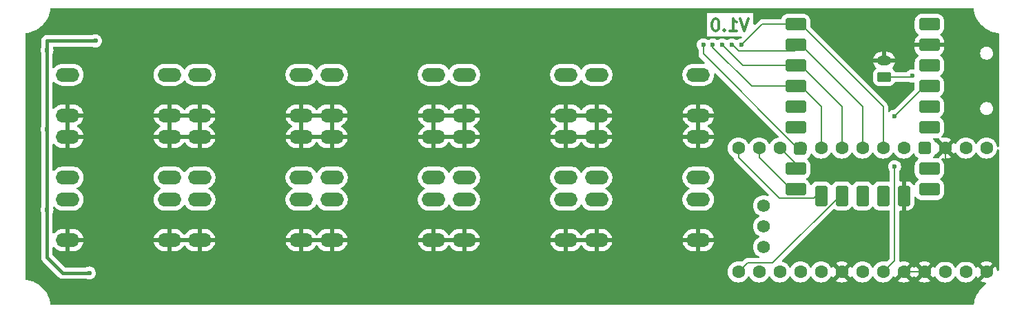
<source format=gbr>
%TF.GenerationSoftware,KiCad,Pcbnew,8.0.6*%
%TF.CreationDate,2024-12-17T19:04:38+01:00*%
%TF.ProjectId,MultiMacro,4d756c74-694d-4616-9372-6f2e6b696361,rev?*%
%TF.SameCoordinates,Original*%
%TF.FileFunction,Copper,L2,Bot*%
%TF.FilePolarity,Positive*%
%FSLAX46Y46*%
G04 Gerber Fmt 4.6, Leading zero omitted, Abs format (unit mm)*
G04 Created by KiCad (PCBNEW 8.0.6) date 2024-12-17 19:04:38*
%MOMM*%
%LPD*%
G01*
G04 APERTURE LIST*
G04 Aperture macros list*
%AMRoundRect*
0 Rectangle with rounded corners*
0 $1 Rounding radius*
0 $2 $3 $4 $5 $6 $7 $8 $9 X,Y pos of 4 corners*
0 Add a 4 corners polygon primitive as box body*
4,1,4,$2,$3,$4,$5,$6,$7,$8,$9,$2,$3,0*
0 Add four circle primitives for the rounded corners*
1,1,$1+$1,$2,$3*
1,1,$1+$1,$4,$5*
1,1,$1+$1,$6,$7*
1,1,$1+$1,$8,$9*
0 Add four rect primitives between the rounded corners*
20,1,$1+$1,$2,$3,$4,$5,0*
20,1,$1+$1,$4,$5,$6,$7,0*
20,1,$1+$1,$6,$7,$8,$9,0*
20,1,$1+$1,$8,$9,$2,$3,0*%
G04 Aperture macros list end*
%ADD10C,0.300000*%
%TA.AperFunction,NonConductor*%
%ADD11C,0.300000*%
%TD*%
%TA.AperFunction,ComponentPad*%
%ADD12O,2.900000X1.700000*%
%TD*%
%TA.AperFunction,ComponentPad*%
%ADD13RoundRect,0.250000X0.625000X-0.350000X0.625000X0.350000X-0.625000X0.350000X-0.625000X-0.350000X0*%
%TD*%
%TA.AperFunction,ComponentPad*%
%ADD14O,1.750000X1.200000*%
%TD*%
%TA.AperFunction,ComponentPad*%
%ADD15RoundRect,0.400000X0.900000X0.400000X-0.900000X0.400000X-0.900000X-0.400000X0.900000X-0.400000X0*%
%TD*%
%TA.AperFunction,ComponentPad*%
%ADD16RoundRect,0.400050X0.899950X0.400050X-0.899950X0.400050X-0.899950X-0.400050X0.899950X-0.400050X0*%
%TD*%
%TA.AperFunction,ComponentPad*%
%ADD17RoundRect,0.400050X0.400050X0.400050X-0.400050X0.400050X-0.400050X-0.400050X0.400050X-0.400050X0*%
%TD*%
%TA.AperFunction,ComponentPad*%
%ADD18RoundRect,0.400000X0.400000X0.900000X-0.400000X0.900000X-0.400000X-0.900000X0.400000X-0.900000X0*%
%TD*%
%TA.AperFunction,ComponentPad*%
%ADD19RoundRect,0.393700X0.393700X0.906300X-0.393700X0.906300X-0.393700X-0.906300X0.393700X-0.906300X0*%
%TD*%
%TA.AperFunction,ComponentPad*%
%ADD20C,1.600000*%
%TD*%
%TA.AperFunction,ComponentPad*%
%ADD21C,1.574800*%
%TD*%
%TA.AperFunction,ViaPad*%
%ADD22C,0.600000*%
%TD*%
%TA.AperFunction,Conductor*%
%ADD23C,0.400000*%
%TD*%
%TA.AperFunction,Conductor*%
%ADD24C,0.200000*%
%TD*%
G04 APERTURE END LIST*
D10*
D11*
X130977774Y-25478828D02*
X130477774Y-26978828D01*
X130477774Y-26978828D02*
X129977774Y-25478828D01*
X128692060Y-26978828D02*
X129549203Y-26978828D01*
X129120632Y-26978828D02*
X129120632Y-25478828D01*
X129120632Y-25478828D02*
X129263489Y-25693114D01*
X129263489Y-25693114D02*
X129406346Y-25835971D01*
X129406346Y-25835971D02*
X129549203Y-25907400D01*
X128049204Y-26835971D02*
X127977775Y-26907400D01*
X127977775Y-26907400D02*
X128049204Y-26978828D01*
X128049204Y-26978828D02*
X128120632Y-26907400D01*
X128120632Y-26907400D02*
X128049204Y-26835971D01*
X128049204Y-26835971D02*
X128049204Y-26978828D01*
X127049203Y-25478828D02*
X126906346Y-25478828D01*
X126906346Y-25478828D02*
X126763489Y-25550257D01*
X126763489Y-25550257D02*
X126692061Y-25621685D01*
X126692061Y-25621685D02*
X126620632Y-25764542D01*
X126620632Y-25764542D02*
X126549203Y-26050257D01*
X126549203Y-26050257D02*
X126549203Y-26407400D01*
X126549203Y-26407400D02*
X126620632Y-26693114D01*
X126620632Y-26693114D02*
X126692061Y-26835971D01*
X126692061Y-26835971D02*
X126763489Y-26907400D01*
X126763489Y-26907400D02*
X126906346Y-26978828D01*
X126906346Y-26978828D02*
X127049203Y-26978828D01*
X127049203Y-26978828D02*
X127192061Y-26907400D01*
X127192061Y-26907400D02*
X127263489Y-26835971D01*
X127263489Y-26835971D02*
X127334918Y-26693114D01*
X127334918Y-26693114D02*
X127406346Y-26407400D01*
X127406346Y-26407400D02*
X127406346Y-26050257D01*
X127406346Y-26050257D02*
X127334918Y-25764542D01*
X127334918Y-25764542D02*
X127263489Y-25621685D01*
X127263489Y-25621685D02*
X127192061Y-25550257D01*
X127192061Y-25550257D02*
X127049203Y-25478828D01*
D12*
%TO.P,SW10,1,1*%
%TO.N,/Keys9*%
X112360051Y-32372051D03*
X124860051Y-32372051D03*
%TO.P,SW10,2,2*%
%TO.N,GND*%
X112360051Y-37372051D03*
X124860051Y-37372051D03*
%TD*%
%TO.P,SW4,1,1*%
%TO.N,/Keys3*%
X96104051Y-47724051D03*
X108604051Y-47724051D03*
%TO.P,SW4,2,2*%
%TO.N,GND*%
X96104051Y-52724051D03*
X108604051Y-52724051D03*
%TD*%
%TO.P,SW16,1,1*%
%TO.N,/Keys4*%
X124860051Y-45024051D03*
X112360051Y-45024051D03*
%TO.P,SW16,2,2*%
%TO.N,GND*%
X124860051Y-40024051D03*
X112360051Y-40024051D03*
%TD*%
%TO.P,SW3,1,1*%
%TO.N,/Keys2*%
X79848051Y-47724051D03*
X92348051Y-47724051D03*
%TO.P,SW3,2,2*%
%TO.N,GND*%
X79848051Y-52724051D03*
X92348051Y-52724051D03*
%TD*%
%TO.P,SW7,1,1*%
%TO.N,/Keys6*%
X63592051Y-32372051D03*
X76092051Y-32372051D03*
%TO.P,SW7,2,2*%
%TO.N,GND*%
X63592051Y-37372051D03*
X76092051Y-37372051D03*
%TD*%
%TO.P,SW6,1,1*%
%TO.N,/Keys5*%
X47390051Y-32372051D03*
X59890051Y-32372051D03*
%TO.P,SW6,2,2*%
%TO.N,GND*%
X47390051Y-37372051D03*
X59890051Y-37372051D03*
%TD*%
%TO.P,SW2,1,1*%
%TO.N,/Keys1*%
X63592051Y-47724051D03*
X76092051Y-47724051D03*
%TO.P,SW2,2,2*%
%TO.N,GND*%
X63592051Y-52724051D03*
X76092051Y-52724051D03*
%TD*%
%TO.P,SW14,1,1*%
%TO.N,/Keys2*%
X92348051Y-45024051D03*
X79848051Y-45024051D03*
%TO.P,SW14,2,2*%
%TO.N,GND*%
X92348051Y-40024051D03*
X79848051Y-40024051D03*
%TD*%
%TO.P,SW12,1,1*%
%TO.N,/Keys0*%
X59890051Y-45024051D03*
X47390051Y-45024051D03*
%TO.P,SW12,2,2*%
%TO.N,GND*%
X59890051Y-40024051D03*
X47390051Y-40024051D03*
%TD*%
%TO.P,SW13,1,1*%
%TO.N,/Keys1*%
X76092051Y-45024051D03*
X63592051Y-45024051D03*
%TO.P,SW13,2,2*%
%TO.N,GND*%
X76092051Y-40024051D03*
X63592051Y-40024051D03*
%TD*%
%TO.P,SW1,1,1*%
%TO.N,/Keys0*%
X47390051Y-47724051D03*
X59890051Y-47724051D03*
%TO.P,SW1,2,2*%
%TO.N,GND*%
X47390051Y-52724051D03*
X59890051Y-52724051D03*
%TD*%
%TO.P,SW5,1,1*%
%TO.N,/Keys4*%
X112360051Y-47724051D03*
X124860051Y-47724051D03*
%TO.P,SW5,2,2*%
%TO.N,GND*%
X112360051Y-52724051D03*
X124860051Y-52724051D03*
%TD*%
%TO.P,SW9,1,1*%
%TO.N,/Keys8*%
X96104051Y-32372051D03*
X108604051Y-32372051D03*
%TO.P,SW9,2,2*%
%TO.N,GND*%
X96104051Y-37372051D03*
X108604051Y-37372051D03*
%TD*%
%TO.P,SW8,1,1*%
%TO.N,/Keys7*%
X79848051Y-32372051D03*
X92348051Y-32372051D03*
%TO.P,SW8,2,2*%
%TO.N,GND*%
X79848051Y-37372051D03*
X92348051Y-37372051D03*
%TD*%
%TO.P,SW15,1,1*%
%TO.N,/Keys3*%
X108604051Y-45024051D03*
X96104051Y-45024051D03*
%TO.P,SW15,2,2*%
%TO.N,GND*%
X108604051Y-40024051D03*
X96104051Y-40024051D03*
%TD*%
D13*
%TO.P,J1,1,Pin_1*%
%TO.N,Net-(J1-Pin_1)*%
X147701000Y-32639000D03*
D14*
%TO.P,J1,2,Pin_2*%
%TO.N,GND*%
X147701000Y-30639000D03*
%TD*%
D15*
%TO.P,RZ1,1,GP0*%
%TO.N,/Keys9*%
X136814000Y-26162000D03*
%TO.P,RZ1,2,GP1*%
%TO.N,/Keys8*%
X136814000Y-28702000D03*
%TO.P,RZ1,3,GP2*%
%TO.N,/Keys7*%
X136814000Y-31242000D03*
%TO.P,RZ1,4,GP3*%
%TO.N,/Keys6*%
X136814000Y-33782000D03*
%TO.P,RZ1,5,GP4*%
%TO.N,unconnected-(RZ1-GP4-Pad5)*%
X136814000Y-36322000D03*
D16*
%TO.P,RZ1,6,GP5*%
%TO.N,unconnected-(RZ1-GP5-Pad6)*%
X136814000Y-38862000D03*
D17*
%TO.P,RZ1,7,GP6*%
%TO.N,/Keys5*%
X137404000Y-41462050D03*
D16*
%TO.P,RZ1,8,GP7*%
%TO.N,/Keys4*%
X136814000Y-43942000D03*
%TO.P,RZ1,9,GP8*%
%TO.N,/Keys3*%
X136814000Y-46482000D03*
D18*
%TO.P,RZ1,10,GP9*%
%TO.N,/Keys2*%
X139954000Y-47292000D03*
D19*
%TO.P,RZ1,11,GP10*%
%TO.N,/Keys1*%
X142494000Y-47292000D03*
%TO.P,RZ1,12,GP11*%
%TO.N,/Keys0*%
X145034000Y-47292000D03*
%TO.P,RZ1,13,GP12*%
%TO.N,unconnected-(RZ1-GP12-Pad13)*%
X147574000Y-47292000D03*
%TO.P,RZ1,14,GP13*%
%TO.N,GND*%
X150114000Y-47292000D03*
D16*
%TO.P,RZ1,15,GP14*%
%TO.N,unconnected-(RZ1-GP14-Pad15)*%
X153254000Y-46482000D03*
%TO.P,RZ1,16,GP15*%
%TO.N,LED*%
X153254000Y-43942000D03*
D17*
%TO.P,RZ1,17,GP26*%
%TO.N,Net-(RZ1-GP26)*%
X152699000Y-41402000D03*
D16*
%TO.P,RZ1,18,GP27*%
%TO.N,unconnected-(RZ1-GP27-Pad18)*%
X153254000Y-38862000D03*
%TO.P,RZ1,19,GP28*%
%TO.N,unconnected-(RZ1-GP28-Pad19)*%
X153254000Y-36322000D03*
%TO.P,RZ1,20,GP29*%
%TO.N,VARIANT*%
X153254000Y-33782000D03*
%TO.P,RZ1,21,3V3*%
%TO.N,unconnected-(RZ1-3V3-Pad21)*%
X153254000Y-31242000D03*
%TO.P,RZ1,22,5V*%
%TO.N,Vcc_LED*%
X153254000Y-26162000D03*
%TO.P,RZ1,23,GND*%
%TO.N,GND*%
X153254000Y-28702000D03*
%TD*%
D20*
%TO.P,U1,1,P0.06*%
%TO.N,unconnected-(U1-P0.06-Pad1)*%
X157733990Y-56642010D03*
%TO.P,U1,2,P0.08*%
%TO.N,unconnected-(U1-P0.08-Pad2)*%
X155193990Y-56642010D03*
%TO.P,U1,3,GND*%
%TO.N,GND*%
X152653990Y-56642010D03*
%TO.P,U1,4,GND*%
X150113990Y-56642010D03*
%TO.P,U1,5,P0.17*%
%TO.N,VARIANT*%
X147573990Y-56642010D03*
%TO.P,U1,6,P0.20*%
%TO.N,LED*%
X145033990Y-56642010D03*
%TO.P,U1,7,P0.22*%
%TO.N,GND*%
X142493990Y-56642010D03*
%TO.P,U1,8,P0.24*%
%TO.N,unconnected-(U1-P0.24-Pad8)*%
X139953990Y-56642010D03*
%TO.P,U1,9,P1.00*%
%TO.N,unconnected-(U1-P1.00-Pad9)*%
X137413990Y-56642010D03*
%TO.P,U1,10,P0.11*%
%TO.N,unconnected-(U1-P0.11-Pad10)*%
X134873990Y-56642010D03*
%TO.P,U1,11,P1.04-LF*%
%TO.N,/Keys0*%
X132333990Y-56642010D03*
%TO.P,U1,12,P1.06-LF*%
%TO.N,/Keys1*%
X129793990Y-56642010D03*
%TO.P,U1,13,BAT+*%
%TO.N,Net-(JP3-A)*%
X157734000Y-41402000D03*
%TO.P,U1,14,GND*%
%TO.N,GND*%
X155194000Y-41402000D03*
%TO.P,U1,15,RST*%
%TO.N,Net-(RZ1-GP26)*%
X152654000Y-41402000D03*
%TO.P,U1,16,3V3*%
%TO.N,Vcc_LED*%
X150114000Y-41402000D03*
%TO.P,U1,17,P0.31-LF*%
%TO.N,/Keys9*%
X147574000Y-41402000D03*
%TO.P,U1,18,P0.29-LF*%
%TO.N,/Keys8*%
X145034000Y-41402000D03*
%TO.P,U1,19,P0.02-LF*%
%TO.N,/Keys7*%
X142494000Y-41402000D03*
%TO.P,U1,20,P1.15-LF*%
%TO.N,/Keys6*%
X139954000Y-41402000D03*
%TO.P,U1,21,P1.13-LF*%
%TO.N,/Keys5*%
X137414000Y-41402000D03*
%TO.P,U1,22,P1.11-LF*%
%TO.N,/Keys4*%
X134874000Y-41402000D03*
%TO.P,U1,23,P0.10-LF*%
%TO.N,/Keys3*%
X132334000Y-41402000D03*
%TO.P,U1,24,P0.09-LF*%
%TO.N,/Keys2*%
X129794000Y-41402000D03*
D21*
%TO.P,U1,25,P1.01-LF*%
%TO.N,unconnected-(U1-P1.01-LF-Pad25)*%
X132888790Y-53562010D03*
%TO.P,U1,26,P1.02-LF*%
%TO.N,unconnected-(U1-P1.02-LF-Pad26)*%
X132888790Y-51022010D03*
%TO.P,U1,27,P1.07-LF*%
%TO.N,unconnected-(U1-P1.07-LF-Pad27)*%
X132888790Y-48482010D03*
D20*
%TO.P,U1,28,GND*%
%TO.N,GND*%
X160273990Y-56642010D03*
%TO.P,U1,29,BAT+*%
%TO.N,VBAT*%
X160274000Y-41402000D03*
%TD*%
D22*
%TO.N,GND*%
X61722000Y-59436000D03*
X77978000Y-59309000D03*
X110363000Y-59436000D03*
X94234000Y-59436000D03*
%TO.N,Vcc_LED*%
X50038000Y-56769000D03*
X44831000Y-29337000D03*
X44831000Y-39116000D03*
X44831000Y-49022000D03*
X50800000Y-28194000D03*
%TO.N,GND*%
X157226000Y-45720000D03*
X150114000Y-58801000D03*
X72898000Y-38735000D03*
X157226000Y-53467000D03*
X143637000Y-29591000D03*
X128905000Y-37465000D03*
X151257000Y-29972000D03*
X66802000Y-38735000D03*
X89154000Y-38608000D03*
X152654000Y-58801000D03*
X142494000Y-25400000D03*
X82804000Y-38608000D03*
X157226000Y-49276000D03*
%TO.N,VARIANT*%
X148971000Y-43688000D03*
X148971000Y-37465000D03*
%TO.N,/Keys6*%
X126650750Y-28702000D03*
%TO.N,/Keys5*%
X125476000Y-28702000D03*
%TO.N,/Keys8*%
X129000250Y-28702000D03*
%TO.N,/Keys9*%
X130175000Y-28702000D03*
%TO.N,/Keys7*%
X127825500Y-28702000D03*
%TO.N,Net-(J1-Pin_1)*%
X151130000Y-32512000D03*
%TD*%
D23*
%TO.N,Vcc_LED*%
X46736000Y-56769000D02*
X50038000Y-56769000D01*
X44831000Y-29337000D02*
X44831000Y-39116000D01*
X44831000Y-39116000D02*
X44831000Y-49022000D01*
X44831000Y-49022000D02*
X44831000Y-54864000D01*
X44831000Y-54864000D02*
X46736000Y-56769000D01*
X44831000Y-28194000D02*
X44831000Y-29337000D01*
X50800000Y-28194000D02*
X44831000Y-28194000D01*
D24*
%TO.N,GND*%
X130715000Y-48519102D02*
X126510051Y-52724051D01*
X147574000Y-59182000D02*
X150113990Y-56642010D01*
X124860051Y-40024051D02*
X124860051Y-41199051D01*
X160273990Y-56642010D02*
X159003980Y-55372000D01*
X159003980Y-55372000D02*
X153924000Y-55372000D01*
X126510051Y-52724051D02*
X124860051Y-52724051D01*
X150113990Y-56642010D02*
X152653990Y-56642010D01*
X153924000Y-55372000D02*
X152653990Y-56642010D01*
X152653990Y-56642010D02*
X155194000Y-54102000D01*
X130715000Y-47054000D02*
X130715000Y-48519102D01*
X124860051Y-41199051D02*
X129540000Y-45879000D01*
X153004022Y-28702000D02*
X152654000Y-28702000D01*
X129540000Y-45879000D02*
X130715000Y-47054000D01*
X155194000Y-54102000D02*
X155194000Y-41402000D01*
X59836051Y-52724051D02*
X63592051Y-52724051D01*
%TO.N,VARIANT*%
X148971000Y-55245000D02*
X148971000Y-43688000D01*
X148971000Y-37465000D02*
X152654000Y-33782000D01*
X147573990Y-56642010D02*
X148971000Y-55245000D01*
%TO.N,/Keys2*%
X139063900Y-47582100D02*
X139954000Y-46692000D01*
X129794000Y-42533370D02*
X134842730Y-47582100D01*
X134842730Y-47582100D02*
X139063900Y-47582100D01*
X129794000Y-41402000D02*
X129794000Y-42533370D01*
%TO.N,/Keys6*%
X137414000Y-33782000D02*
X139954000Y-36322000D01*
X131445000Y-33782000D02*
X137414000Y-33782000D01*
X131445000Y-33782000D02*
X126650750Y-28987750D01*
X126650750Y-28987750D02*
X126650750Y-28702000D01*
X139954000Y-36322000D02*
X139954000Y-41402000D01*
%TO.N,/Keys1*%
X133993940Y-55542010D02*
X130893990Y-55542010D01*
X130893990Y-55542010D02*
X129793990Y-56642010D01*
X142494000Y-47041950D02*
X133993940Y-55542010D01*
X142494000Y-46692000D02*
X142494000Y-47041950D01*
%TO.N,/Keys5*%
X125476000Y-28610000D02*
X125476000Y-29814022D01*
X125476000Y-29814022D02*
X137063978Y-41402000D01*
X137063978Y-41402000D02*
X137414000Y-41402000D01*
%TO.N,/Keys8*%
X129032000Y-28702000D02*
X129794000Y-29464000D01*
X129794000Y-29464000D02*
X136652000Y-29464000D01*
X136652000Y-29464000D02*
X137414000Y-28702000D01*
X145034000Y-36322000D02*
X145034000Y-41402000D01*
X137414000Y-28702000D02*
X145034000Y-36322000D01*
%TO.N,/Keys9*%
X147574000Y-41402000D02*
X147574000Y-36322000D01*
X147574000Y-36322000D02*
X137414000Y-26162000D01*
X130175000Y-28702000D02*
X132715000Y-26162000D01*
X132715000Y-26162000D02*
X137414000Y-26162000D01*
%TO.N,/Keys3*%
X136282630Y-46482000D02*
X137414000Y-46482000D01*
X132334000Y-42533370D02*
X136282630Y-46482000D01*
X132334000Y-41402000D02*
X132334000Y-42533370D01*
%TO.N,/Keys7*%
X142494000Y-36322000D02*
X137414000Y-31242000D01*
X130365500Y-31242000D02*
X137414000Y-31242000D01*
X142494000Y-41402000D02*
X142494000Y-36322000D01*
X127825500Y-28702000D02*
X130365500Y-31242000D01*
%TO.N,/Keys4*%
X134874000Y-41402000D02*
X137414000Y-43942000D01*
%TO.N,Net-(J1-Pin_1)*%
X151130000Y-32512000D02*
X151003000Y-32639000D01*
X151003000Y-32639000D02*
X147701000Y-32639000D01*
%TD*%
%TA.AperFunction,Conductor*%
%TO.N,GND*%
G36*
X47640051Y-39475568D02*
G01*
X47621642Y-39464940D01*
X47469042Y-39424051D01*
X47311060Y-39424051D01*
X47158460Y-39464940D01*
X47140051Y-39475568D01*
X47140051Y-37920533D01*
X47158460Y-37931162D01*
X47311060Y-37972051D01*
X47469042Y-37972051D01*
X47621642Y-37931162D01*
X47640051Y-37920533D01*
X47640051Y-39475568D01*
G37*
%TD.AperFunction*%
%TA.AperFunction,Conductor*%
G36*
X63032940Y-52492460D02*
G01*
X62992051Y-52645060D01*
X62992051Y-52803042D01*
X63032940Y-52955642D01*
X63043569Y-52974051D01*
X60438533Y-52974051D01*
X60449162Y-52955642D01*
X60490051Y-52803042D01*
X60490051Y-52645060D01*
X60449162Y-52492460D01*
X60438533Y-52474051D01*
X63043569Y-52474051D01*
X63032940Y-52492460D01*
G37*
%TD.AperFunction*%
%TA.AperFunction,Conductor*%
G36*
X79288940Y-52492460D02*
G01*
X79248051Y-52645060D01*
X79248051Y-52803042D01*
X79288940Y-52955642D01*
X79299569Y-52974051D01*
X76640533Y-52974051D01*
X76651162Y-52955642D01*
X76692051Y-52803042D01*
X76692051Y-52645060D01*
X76651162Y-52492460D01*
X76640533Y-52474051D01*
X79299569Y-52474051D01*
X79288940Y-52492460D01*
G37*
%TD.AperFunction*%
%TA.AperFunction,Conductor*%
G36*
X95544940Y-52492460D02*
G01*
X95504051Y-52645060D01*
X95504051Y-52803042D01*
X95544940Y-52955642D01*
X95555569Y-52974051D01*
X92896533Y-52974051D01*
X92907162Y-52955642D01*
X92948051Y-52803042D01*
X92948051Y-52645060D01*
X92907162Y-52492460D01*
X92896533Y-52474051D01*
X95555569Y-52474051D01*
X95544940Y-52492460D01*
G37*
%TD.AperFunction*%
%TA.AperFunction,Conductor*%
G36*
X111800940Y-52492460D02*
G01*
X111760051Y-52645060D01*
X111760051Y-52803042D01*
X111800940Y-52955642D01*
X111811569Y-52974051D01*
X109152533Y-52974051D01*
X109163162Y-52955642D01*
X109204051Y-52803042D01*
X109204051Y-52645060D01*
X109163162Y-52492460D01*
X109152533Y-52474051D01*
X111811569Y-52474051D01*
X111800940Y-52492460D01*
G37*
%TD.AperFunction*%
%TA.AperFunction,Conductor*%
G36*
X63032940Y-39792460D02*
G01*
X62992051Y-39945060D01*
X62992051Y-40103042D01*
X63032940Y-40255642D01*
X63043569Y-40274051D01*
X60438533Y-40274051D01*
X60449162Y-40255642D01*
X60490051Y-40103042D01*
X60490051Y-39945060D01*
X60449162Y-39792460D01*
X60438533Y-39774051D01*
X63043569Y-39774051D01*
X63032940Y-39792460D01*
G37*
%TD.AperFunction*%
%TA.AperFunction,Conductor*%
G36*
X60140051Y-39475568D02*
G01*
X60121642Y-39464940D01*
X59969042Y-39424051D01*
X59811060Y-39424051D01*
X59658460Y-39464940D01*
X59640051Y-39475568D01*
X59640051Y-37920533D01*
X59658460Y-37931162D01*
X59811060Y-37972051D01*
X59969042Y-37972051D01*
X60121642Y-37931162D01*
X60140051Y-37920533D01*
X60140051Y-39475568D01*
G37*
%TD.AperFunction*%
%TA.AperFunction,Conductor*%
G36*
X63842051Y-39475568D02*
G01*
X63823642Y-39464940D01*
X63671042Y-39424051D01*
X63513060Y-39424051D01*
X63360460Y-39464940D01*
X63342051Y-39475568D01*
X63342051Y-37920533D01*
X63360460Y-37931162D01*
X63513060Y-37972051D01*
X63671042Y-37972051D01*
X63823642Y-37931162D01*
X63842051Y-37920533D01*
X63842051Y-39475568D01*
G37*
%TD.AperFunction*%
%TA.AperFunction,Conductor*%
G36*
X63032940Y-37140460D02*
G01*
X62992051Y-37293060D01*
X62992051Y-37451042D01*
X63032940Y-37603642D01*
X63043569Y-37622051D01*
X60438533Y-37622051D01*
X60449162Y-37603642D01*
X60490051Y-37451042D01*
X60490051Y-37293060D01*
X60449162Y-37140460D01*
X60438533Y-37122051D01*
X63043569Y-37122051D01*
X63032940Y-37140460D01*
G37*
%TD.AperFunction*%
%TA.AperFunction,Conductor*%
G36*
X79288940Y-39792460D02*
G01*
X79248051Y-39945060D01*
X79248051Y-40103042D01*
X79288940Y-40255642D01*
X79299569Y-40274051D01*
X76640533Y-40274051D01*
X76651162Y-40255642D01*
X76692051Y-40103042D01*
X76692051Y-39945060D01*
X76651162Y-39792460D01*
X76640533Y-39774051D01*
X79299569Y-39774051D01*
X79288940Y-39792460D01*
G37*
%TD.AperFunction*%
%TA.AperFunction,Conductor*%
G36*
X76342051Y-39475568D02*
G01*
X76323642Y-39464940D01*
X76171042Y-39424051D01*
X76013060Y-39424051D01*
X75860460Y-39464940D01*
X75842051Y-39475568D01*
X75842051Y-37920533D01*
X75860460Y-37931162D01*
X76013060Y-37972051D01*
X76171042Y-37972051D01*
X76323642Y-37931162D01*
X76342051Y-37920533D01*
X76342051Y-39475568D01*
G37*
%TD.AperFunction*%
%TA.AperFunction,Conductor*%
G36*
X80098051Y-39475568D02*
G01*
X80079642Y-39464940D01*
X79927042Y-39424051D01*
X79769060Y-39424051D01*
X79616460Y-39464940D01*
X79598051Y-39475568D01*
X79598051Y-37920533D01*
X79616460Y-37931162D01*
X79769060Y-37972051D01*
X79927042Y-37972051D01*
X80079642Y-37931162D01*
X80098051Y-37920533D01*
X80098051Y-39475568D01*
G37*
%TD.AperFunction*%
%TA.AperFunction,Conductor*%
G36*
X79288940Y-37140460D02*
G01*
X79248051Y-37293060D01*
X79248051Y-37451042D01*
X79288940Y-37603642D01*
X79299569Y-37622051D01*
X76640533Y-37622051D01*
X76651162Y-37603642D01*
X76692051Y-37451042D01*
X76692051Y-37293060D01*
X76651162Y-37140460D01*
X76640533Y-37122051D01*
X79299569Y-37122051D01*
X79288940Y-37140460D01*
G37*
%TD.AperFunction*%
%TA.AperFunction,Conductor*%
G36*
X95544940Y-39792460D02*
G01*
X95504051Y-39945060D01*
X95504051Y-40103042D01*
X95544940Y-40255642D01*
X95555569Y-40274051D01*
X92896533Y-40274051D01*
X92907162Y-40255642D01*
X92948051Y-40103042D01*
X92948051Y-39945060D01*
X92907162Y-39792460D01*
X92896533Y-39774051D01*
X95555569Y-39774051D01*
X95544940Y-39792460D01*
G37*
%TD.AperFunction*%
%TA.AperFunction,Conductor*%
G36*
X92598051Y-39475568D02*
G01*
X92579642Y-39464940D01*
X92427042Y-39424051D01*
X92269060Y-39424051D01*
X92116460Y-39464940D01*
X92098051Y-39475568D01*
X92098051Y-37920533D01*
X92116460Y-37931162D01*
X92269060Y-37972051D01*
X92427042Y-37972051D01*
X92579642Y-37931162D01*
X92598051Y-37920533D01*
X92598051Y-39475568D01*
G37*
%TD.AperFunction*%
%TA.AperFunction,Conductor*%
G36*
X96354051Y-39475568D02*
G01*
X96335642Y-39464940D01*
X96183042Y-39424051D01*
X96025060Y-39424051D01*
X95872460Y-39464940D01*
X95854051Y-39475568D01*
X95854051Y-37920533D01*
X95872460Y-37931162D01*
X96025060Y-37972051D01*
X96183042Y-37972051D01*
X96335642Y-37931162D01*
X96354051Y-37920533D01*
X96354051Y-39475568D01*
G37*
%TD.AperFunction*%
%TA.AperFunction,Conductor*%
G36*
X95544940Y-37140460D02*
G01*
X95504051Y-37293060D01*
X95504051Y-37451042D01*
X95544940Y-37603642D01*
X95555569Y-37622051D01*
X92896533Y-37622051D01*
X92907162Y-37603642D01*
X92948051Y-37451042D01*
X92948051Y-37293060D01*
X92907162Y-37140460D01*
X92896533Y-37122051D01*
X95555569Y-37122051D01*
X95544940Y-37140460D01*
G37*
%TD.AperFunction*%
%TA.AperFunction,Conductor*%
G36*
X111800940Y-39792460D02*
G01*
X111760051Y-39945060D01*
X111760051Y-40103042D01*
X111800940Y-40255642D01*
X111811569Y-40274051D01*
X109152533Y-40274051D01*
X109163162Y-40255642D01*
X109204051Y-40103042D01*
X109204051Y-39945060D01*
X109163162Y-39792460D01*
X109152533Y-39774051D01*
X111811569Y-39774051D01*
X111800940Y-39792460D01*
G37*
%TD.AperFunction*%
%TA.AperFunction,Conductor*%
G36*
X108854051Y-39475568D02*
G01*
X108835642Y-39464940D01*
X108683042Y-39424051D01*
X108525060Y-39424051D01*
X108372460Y-39464940D01*
X108354051Y-39475568D01*
X108354051Y-37920533D01*
X108372460Y-37931162D01*
X108525060Y-37972051D01*
X108683042Y-37972051D01*
X108835642Y-37931162D01*
X108854051Y-37920533D01*
X108854051Y-39475568D01*
G37*
%TD.AperFunction*%
%TA.AperFunction,Conductor*%
G36*
X112610051Y-39475568D02*
G01*
X112591642Y-39464940D01*
X112439042Y-39424051D01*
X112281060Y-39424051D01*
X112128460Y-39464940D01*
X112110051Y-39475568D01*
X112110051Y-37920533D01*
X112128460Y-37931162D01*
X112281060Y-37972051D01*
X112439042Y-37972051D01*
X112591642Y-37931162D01*
X112610051Y-37920533D01*
X112610051Y-39475568D01*
G37*
%TD.AperFunction*%
%TA.AperFunction,Conductor*%
G36*
X111800940Y-37140460D02*
G01*
X111760051Y-37293060D01*
X111760051Y-37451042D01*
X111800940Y-37603642D01*
X111811569Y-37622051D01*
X109152533Y-37622051D01*
X109163162Y-37603642D01*
X109204051Y-37451042D01*
X109204051Y-37293060D01*
X109163162Y-37140460D01*
X109152533Y-37122051D01*
X111811569Y-37122051D01*
X111800940Y-37140460D01*
G37*
%TD.AperFunction*%
%TA.AperFunction,Conductor*%
G36*
X125110051Y-39475568D02*
G01*
X125091642Y-39464940D01*
X124939042Y-39424051D01*
X124781060Y-39424051D01*
X124628460Y-39464940D01*
X124610051Y-39475568D01*
X124610051Y-37920533D01*
X124628460Y-37931162D01*
X124781060Y-37972051D01*
X124939042Y-37972051D01*
X125091642Y-37931162D01*
X125110051Y-37920533D01*
X125110051Y-39475568D01*
G37*
%TD.AperFunction*%
%TA.AperFunction,Conductor*%
G36*
X158644387Y-24178244D02*
G01*
X158690142Y-24231048D01*
X158700539Y-24268417D01*
X158719708Y-24435387D01*
X158775130Y-24685176D01*
X158795816Y-24778410D01*
X158795818Y-24778418D01*
X158795819Y-24778419D01*
X158907133Y-25111675D01*
X158907134Y-25111677D01*
X159048560Y-25423000D01*
X159052461Y-25431586D01*
X159127650Y-25559783D01*
X159230222Y-25734668D01*
X159230227Y-25734676D01*
X159438492Y-26017647D01*
X159438504Y-26017662D01*
X159675033Y-26277481D01*
X159675037Y-26277485D01*
X159937278Y-26511343D01*
X160222387Y-26716704D01*
X160527281Y-26891346D01*
X160527288Y-26891349D01*
X160848652Y-27033378D01*
X160848654Y-27033378D01*
X160848662Y-27033382D01*
X161183056Y-27141274D01*
X161286934Y-27163205D01*
X161526833Y-27213856D01*
X161526839Y-27213856D01*
X161526846Y-27213858D01*
X161690378Y-27230932D01*
X161755010Y-27257472D01*
X161795034Y-27314742D01*
X161801500Y-27354262D01*
X161801500Y-41136087D01*
X161781815Y-41203126D01*
X161729011Y-41248881D01*
X161659853Y-41258825D01*
X161596297Y-41229800D01*
X161558523Y-41171022D01*
X161557725Y-41168180D01*
X161500741Y-40955511D01*
X161500738Y-40955502D01*
X161495748Y-40944800D01*
X161404568Y-40749266D01*
X161274047Y-40562861D01*
X161274045Y-40562858D01*
X161113141Y-40401954D01*
X160926734Y-40271432D01*
X160926732Y-40271431D01*
X160720497Y-40175261D01*
X160720488Y-40175258D01*
X160500697Y-40116366D01*
X160500693Y-40116365D01*
X160500692Y-40116365D01*
X160500691Y-40116364D01*
X160500686Y-40116364D01*
X160274002Y-40096532D01*
X160273998Y-40096532D01*
X160047313Y-40116364D01*
X160047302Y-40116366D01*
X159827511Y-40175258D01*
X159827502Y-40175261D01*
X159621267Y-40271431D01*
X159621265Y-40271432D01*
X159434858Y-40401954D01*
X159273954Y-40562858D01*
X159143432Y-40749265D01*
X159143431Y-40749267D01*
X159116382Y-40807275D01*
X159070209Y-40859714D01*
X159003016Y-40878866D01*
X158936135Y-40858650D01*
X158891618Y-40807275D01*
X158870846Y-40762730D01*
X158864568Y-40749266D01*
X158734047Y-40562861D01*
X158734045Y-40562858D01*
X158573141Y-40401954D01*
X158386734Y-40271432D01*
X158386732Y-40271431D01*
X158180497Y-40175261D01*
X158180488Y-40175258D01*
X157960697Y-40116366D01*
X157960693Y-40116365D01*
X157960692Y-40116365D01*
X157960691Y-40116364D01*
X157960686Y-40116364D01*
X157734002Y-40096532D01*
X157733998Y-40096532D01*
X157507313Y-40116364D01*
X157507302Y-40116366D01*
X157287511Y-40175258D01*
X157287502Y-40175261D01*
X157081267Y-40271431D01*
X157081265Y-40271432D01*
X156894858Y-40401954D01*
X156733954Y-40562858D01*
X156603432Y-40749265D01*
X156603428Y-40749272D01*
X156576105Y-40807866D01*
X156529932Y-40860305D01*
X156462738Y-40879456D01*
X156395858Y-40859239D01*
X156351342Y-40807864D01*
X156324136Y-40749521D01*
X156324132Y-40749513D01*
X156273025Y-40676526D01*
X155642016Y-41307535D01*
X155620042Y-41225527D01*
X155559851Y-41121273D01*
X155474727Y-41036149D01*
X155370473Y-40975958D01*
X155288464Y-40953983D01*
X155919472Y-40322974D01*
X155846478Y-40271863D01*
X155640331Y-40175735D01*
X155640317Y-40175730D01*
X155420610Y-40116860D01*
X155420599Y-40116858D01*
X155194002Y-40097034D01*
X155193998Y-40097034D01*
X154967400Y-40116858D01*
X154967389Y-40116860D01*
X154876201Y-40141294D01*
X154806351Y-40139631D01*
X154748489Y-40100468D01*
X154720985Y-40036240D01*
X154732572Y-39967337D01*
X154766070Y-39925155D01*
X154794242Y-39902342D01*
X154913375Y-39755226D01*
X154999316Y-39586556D01*
X155048312Y-39403703D01*
X155054500Y-39325075D01*
X155054499Y-38398926D01*
X155048312Y-38320297D01*
X154999316Y-38137444D01*
X154935532Y-38012259D01*
X154913376Y-37968775D01*
X154913375Y-37968773D01*
X154818950Y-37852170D01*
X154794242Y-37821658D01*
X154693970Y-37740459D01*
X154647128Y-37702526D01*
X154647053Y-37702488D01*
X154647016Y-37702453D01*
X154641677Y-37698986D01*
X154642310Y-37698009D01*
X154596255Y-37654516D01*
X154579455Y-37586696D01*
X154601989Y-37520560D01*
X154642157Y-37485753D01*
X154641677Y-37485014D01*
X154647002Y-37481555D01*
X154647053Y-37481512D01*
X154647126Y-37481475D01*
X154794242Y-37362342D01*
X154913375Y-37215226D01*
X154999316Y-37046556D01*
X155048312Y-36863703D01*
X155054500Y-36785075D01*
X155054500Y-36596948D01*
X159473486Y-36596948D01*
X159504249Y-36751597D01*
X159504252Y-36751607D01*
X159564593Y-36897285D01*
X159564595Y-36897288D01*
X159652197Y-37028394D01*
X159652203Y-37028402D01*
X159763699Y-37139898D01*
X159763707Y-37139904D01*
X159894813Y-37227506D01*
X159894816Y-37227508D01*
X160040494Y-37287849D01*
X160040499Y-37287851D01*
X160040503Y-37287851D01*
X160040504Y-37287852D01*
X160195153Y-37318615D01*
X160195156Y-37318615D01*
X160352846Y-37318615D01*
X160481314Y-37293060D01*
X160507501Y-37287851D01*
X160653185Y-37227507D01*
X160784297Y-37139901D01*
X160895799Y-37028399D01*
X160983405Y-36897287D01*
X161043749Y-36751603D01*
X161074513Y-36596946D01*
X161074513Y-36439258D01*
X161074513Y-36439255D01*
X161043750Y-36284606D01*
X161043749Y-36284605D01*
X161043749Y-36284601D01*
X161015926Y-36217430D01*
X160983406Y-36138918D01*
X160983404Y-36138915D01*
X160895802Y-36007809D01*
X160895796Y-36007801D01*
X160784300Y-35896305D01*
X160784292Y-35896299D01*
X160653186Y-35808697D01*
X160653183Y-35808695D01*
X160507505Y-35748354D01*
X160507495Y-35748351D01*
X160352846Y-35717589D01*
X160352844Y-35717589D01*
X160195156Y-35717589D01*
X160195154Y-35717589D01*
X160040504Y-35748351D01*
X160040494Y-35748354D01*
X159894816Y-35808695D01*
X159894813Y-35808697D01*
X159763707Y-35896299D01*
X159763699Y-35896305D01*
X159652203Y-36007801D01*
X159652197Y-36007809D01*
X159564595Y-36138915D01*
X159564593Y-36138918D01*
X159504252Y-36284596D01*
X159504249Y-36284606D01*
X159473487Y-36439255D01*
X159473487Y-36439258D01*
X159473487Y-36596946D01*
X159473487Y-36596948D01*
X159473486Y-36596948D01*
X155054500Y-36596948D01*
X155054499Y-35858926D01*
X155048312Y-35780297D01*
X154999316Y-35597444D01*
X154941656Y-35484279D01*
X154913376Y-35428775D01*
X154913375Y-35428773D01*
X154860068Y-35362946D01*
X154794242Y-35281658D01*
X154647235Y-35162613D01*
X154647128Y-35162526D01*
X154647053Y-35162488D01*
X154647016Y-35162453D01*
X154641677Y-35158986D01*
X154642310Y-35158009D01*
X154596255Y-35114516D01*
X154579455Y-35046696D01*
X154601989Y-34980560D01*
X154642157Y-34945753D01*
X154641677Y-34945014D01*
X154647002Y-34941555D01*
X154647053Y-34941512D01*
X154647126Y-34941475D01*
X154794242Y-34822342D01*
X154913375Y-34675226D01*
X154999316Y-34506556D01*
X155048312Y-34323703D01*
X155054500Y-34245075D01*
X155054499Y-33318926D01*
X155048312Y-33240297D01*
X154999316Y-33057444D01*
X154941656Y-32944279D01*
X154913376Y-32888775D01*
X154913375Y-32888773D01*
X154860068Y-32822946D01*
X154794242Y-32741658D01*
X154647235Y-32622613D01*
X154647128Y-32622526D01*
X154647053Y-32622488D01*
X154647016Y-32622453D01*
X154641677Y-32618986D01*
X154642310Y-32618009D01*
X154596255Y-32574516D01*
X154579455Y-32506696D01*
X154601989Y-32440560D01*
X154642157Y-32405753D01*
X154641677Y-32405014D01*
X154647002Y-32401555D01*
X154647053Y-32401512D01*
X154647126Y-32401475D01*
X154794242Y-32282342D01*
X154913375Y-32135226D01*
X154999316Y-31966556D01*
X155048312Y-31783703D01*
X155054500Y-31705075D01*
X155054499Y-30778926D01*
X155048312Y-30700297D01*
X154999316Y-30517444D01*
X154930006Y-30381415D01*
X154913376Y-30348775D01*
X154913375Y-30348773D01*
X154854590Y-30276181D01*
X154794242Y-30201658D01*
X154714383Y-30136989D01*
X154647126Y-30082524D01*
X154647123Y-30082522D01*
X154646486Y-30082198D01*
X154646184Y-30081912D01*
X154641677Y-30078986D01*
X154642212Y-30078161D01*
X154595695Y-30034218D01*
X154578907Y-29966395D01*
X154601452Y-29900263D01*
X154641844Y-29865271D01*
X154641404Y-29864593D01*
X154646290Y-29861419D01*
X154646513Y-29861227D01*
X154646855Y-29861052D01*
X154726141Y-29796846D01*
X159473486Y-29796846D01*
X159504249Y-29951495D01*
X159504252Y-29951505D01*
X159564593Y-30097183D01*
X159564595Y-30097186D01*
X159652197Y-30228292D01*
X159652203Y-30228300D01*
X159763699Y-30339796D01*
X159763707Y-30339802D01*
X159894813Y-30427404D01*
X159894816Y-30427406D01*
X160040494Y-30487747D01*
X160040499Y-30487749D01*
X160040503Y-30487749D01*
X160040504Y-30487750D01*
X160195153Y-30518513D01*
X160195156Y-30518513D01*
X160352846Y-30518513D01*
X160474794Y-30494255D01*
X160507501Y-30487749D01*
X160653185Y-30427405D01*
X160784297Y-30339799D01*
X160895799Y-30228297D01*
X160983405Y-30097185D01*
X160983927Y-30095926D01*
X161033178Y-29977021D01*
X161043749Y-29951501D01*
X161061674Y-29861387D01*
X161074513Y-29796846D01*
X161074513Y-29639153D01*
X161043750Y-29484504D01*
X161043749Y-29484503D01*
X161043749Y-29484499D01*
X161019673Y-29426374D01*
X160983406Y-29338816D01*
X160983404Y-29338813D01*
X160895802Y-29207707D01*
X160895796Y-29207699D01*
X160784300Y-29096203D01*
X160784292Y-29096197D01*
X160653186Y-29008595D01*
X160653183Y-29008593D01*
X160507505Y-28948252D01*
X160507495Y-28948249D01*
X160352846Y-28917487D01*
X160352844Y-28917487D01*
X160195156Y-28917487D01*
X160195154Y-28917487D01*
X160040504Y-28948249D01*
X160040494Y-28948252D01*
X159894816Y-29008593D01*
X159894813Y-29008595D01*
X159763707Y-29096197D01*
X159763699Y-29096203D01*
X159652203Y-29207699D01*
X159652197Y-29207707D01*
X159564595Y-29338813D01*
X159564593Y-29338816D01*
X159504252Y-29484494D01*
X159504249Y-29484504D01*
X159473487Y-29639153D01*
X159473487Y-29639156D01*
X159473487Y-29796844D01*
X159473487Y-29796846D01*
X159473486Y-29796846D01*
X154726141Y-29796846D01*
X154793886Y-29741986D01*
X154912953Y-29594954D01*
X154912955Y-29594951D01*
X154998848Y-29426374D01*
X155047816Y-29243622D01*
X155053999Y-29165053D01*
X155054000Y-29165040D01*
X155054000Y-28952000D01*
X152969686Y-28952000D01*
X152974080Y-28947606D01*
X153026741Y-28856394D01*
X153054000Y-28754661D01*
X153054000Y-28649339D01*
X153026741Y-28547606D01*
X152974080Y-28456394D01*
X152969686Y-28452000D01*
X155054000Y-28452000D01*
X155054000Y-28238959D01*
X155053999Y-28238946D01*
X155047816Y-28160377D01*
X154998848Y-27977625D01*
X154912955Y-27809048D01*
X154912953Y-27809045D01*
X154793886Y-27662013D01*
X154646854Y-27542946D01*
X154646851Y-27542944D01*
X154646499Y-27542765D01*
X154646331Y-27542607D01*
X154641404Y-27539407D01*
X154641989Y-27538505D01*
X154595702Y-27494791D01*
X154578907Y-27426970D01*
X154601444Y-27360835D01*
X154642075Y-27325627D01*
X154641677Y-27325014D01*
X154646094Y-27322145D01*
X154646500Y-27321794D01*
X154646814Y-27321634D01*
X154647126Y-27321475D01*
X154794242Y-27202342D01*
X154913375Y-27055226D01*
X154999316Y-26886556D01*
X155048312Y-26703703D01*
X155054500Y-26625075D01*
X155054499Y-25698926D01*
X155048312Y-25620297D01*
X154999316Y-25437444D01*
X154941656Y-25324279D01*
X154913376Y-25268775D01*
X154913375Y-25268773D01*
X154860068Y-25202946D01*
X154794242Y-25121658D01*
X154728414Y-25068351D01*
X154647126Y-25002524D01*
X154647124Y-25002523D01*
X154536114Y-24945962D01*
X154478456Y-24916584D01*
X154411524Y-24898649D01*
X154295601Y-24867587D01*
X154229349Y-24862373D01*
X154216975Y-24861400D01*
X154216973Y-24861400D01*
X152291035Y-24861400D01*
X152291016Y-24861401D01*
X152212400Y-24867587D01*
X152029544Y-24916584D01*
X151860875Y-25002523D01*
X151860873Y-25002524D01*
X151713758Y-25121658D01*
X151594624Y-25268773D01*
X151594623Y-25268775D01*
X151508684Y-25437444D01*
X151459687Y-25620298D01*
X151453500Y-25698919D01*
X151453500Y-26625064D01*
X151453501Y-26625083D01*
X151459687Y-26703699D01*
X151459688Y-26703701D01*
X151459688Y-26703703D01*
X151508684Y-26886556D01*
X151522050Y-26912788D01*
X151594623Y-27055224D01*
X151594624Y-27055226D01*
X151649309Y-27122755D01*
X151713758Y-27202342D01*
X151794795Y-27267965D01*
X151860873Y-27321475D01*
X151860877Y-27321477D01*
X151861506Y-27321798D01*
X151861803Y-27322079D01*
X151866323Y-27325014D01*
X151865786Y-27325840D01*
X151912300Y-27369775D01*
X151929092Y-27437596D01*
X151906551Y-27503730D01*
X151866157Y-27538731D01*
X151866596Y-27539407D01*
X151861737Y-27542561D01*
X151861508Y-27542761D01*
X151861151Y-27542942D01*
X151861145Y-27542946D01*
X151714113Y-27662013D01*
X151595046Y-27809045D01*
X151595044Y-27809048D01*
X151509151Y-27977625D01*
X151460183Y-28160377D01*
X151454000Y-28238946D01*
X151454000Y-28452000D01*
X152338314Y-28452000D01*
X152333920Y-28456394D01*
X152281259Y-28547606D01*
X152254000Y-28649339D01*
X152254000Y-28754661D01*
X152281259Y-28856394D01*
X152333920Y-28947606D01*
X152338314Y-28952000D01*
X151454000Y-28952000D01*
X151454000Y-29165053D01*
X151460183Y-29243622D01*
X151509151Y-29426374D01*
X151595044Y-29594951D01*
X151595046Y-29594954D01*
X151714113Y-29741986D01*
X151861143Y-29861052D01*
X151861493Y-29861230D01*
X151861659Y-29861387D01*
X151866596Y-29864593D01*
X151866009Y-29865495D01*
X151912293Y-29909201D01*
X151929093Y-29977021D01*
X151906559Y-30043158D01*
X151865926Y-30078375D01*
X151866323Y-30078986D01*
X151861929Y-30081839D01*
X151861520Y-30082194D01*
X151860882Y-30082518D01*
X151860873Y-30082524D01*
X151713758Y-30201658D01*
X151594624Y-30348773D01*
X151594623Y-30348775D01*
X151508684Y-30517444D01*
X151459687Y-30700298D01*
X151453500Y-30778919D01*
X151453500Y-31604128D01*
X151433815Y-31671167D01*
X151381011Y-31716922D01*
X151315617Y-31727348D01*
X151130004Y-31706435D01*
X151129996Y-31706435D01*
X150950750Y-31726630D01*
X150950745Y-31726631D01*
X150780476Y-31786211D01*
X150627739Y-31882183D01*
X150507740Y-32002182D01*
X150446417Y-32035666D01*
X150420059Y-32038500D01*
X149121908Y-32038500D01*
X149054869Y-32018815D01*
X149016363Y-31974728D01*
X149014605Y-31975813D01*
X149010812Y-31969663D01*
X148918712Y-31820344D01*
X148794656Y-31696288D01*
X148794655Y-31696287D01*
X148750988Y-31669353D01*
X148730018Y-31656419D01*
X148683294Y-31604472D01*
X148672071Y-31535510D01*
X148699914Y-31471428D01*
X148707434Y-31463199D01*
X148815035Y-31355598D01*
X148916804Y-31215524D01*
X148995408Y-31061255D01*
X149048914Y-30896584D01*
X149050115Y-30889000D01*
X147981330Y-30889000D01*
X148001075Y-30869255D01*
X148050444Y-30783745D01*
X148076000Y-30688370D01*
X148076000Y-30589630D01*
X148050444Y-30494255D01*
X148001075Y-30408745D01*
X147981330Y-30389000D01*
X149050115Y-30389000D01*
X149050115Y-30388999D01*
X149048914Y-30381415D01*
X148995408Y-30216744D01*
X148916804Y-30062475D01*
X148815032Y-29922397D01*
X148692602Y-29799967D01*
X148552524Y-29698195D01*
X148398257Y-29619591D01*
X148233584Y-29566085D01*
X148062571Y-29539000D01*
X147951000Y-29539000D01*
X147951000Y-30358670D01*
X147931255Y-30338925D01*
X147845745Y-30289556D01*
X147750370Y-30264000D01*
X147651630Y-30264000D01*
X147556255Y-30289556D01*
X147470745Y-30338925D01*
X147451000Y-30358670D01*
X147451000Y-29539000D01*
X147339429Y-29539000D01*
X147168415Y-29566085D01*
X147003742Y-29619591D01*
X146849475Y-29698195D01*
X146709397Y-29799967D01*
X146586967Y-29922397D01*
X146485195Y-30062475D01*
X146406591Y-30216744D01*
X146353085Y-30381415D01*
X146351884Y-30388999D01*
X146351885Y-30389000D01*
X147420670Y-30389000D01*
X147400925Y-30408745D01*
X147351556Y-30494255D01*
X147326000Y-30589630D01*
X147326000Y-30688370D01*
X147351556Y-30783745D01*
X147400925Y-30869255D01*
X147420670Y-30889000D01*
X146351885Y-30889000D01*
X146353085Y-30896584D01*
X146406591Y-31061255D01*
X146485195Y-31215524D01*
X146586967Y-31355602D01*
X146694565Y-31463200D01*
X146728050Y-31524523D01*
X146723066Y-31594215D01*
X146681194Y-31650148D01*
X146671983Y-31656418D01*
X146648072Y-31671167D01*
X146607342Y-31696289D01*
X146483289Y-31820342D01*
X146391187Y-31969663D01*
X146391185Y-31969668D01*
X146369316Y-32035666D01*
X146336001Y-32136203D01*
X146336001Y-32136204D01*
X146336000Y-32136204D01*
X146325500Y-32238983D01*
X146325500Y-33039001D01*
X146325501Y-33039019D01*
X146336000Y-33141796D01*
X146336001Y-33141799D01*
X146391185Y-33308331D01*
X146391187Y-33308336D01*
X146397719Y-33318926D01*
X146483288Y-33457656D01*
X146607344Y-33581712D01*
X146756666Y-33673814D01*
X146923203Y-33728999D01*
X147025991Y-33739500D01*
X148376008Y-33739499D01*
X148478797Y-33728999D01*
X148645334Y-33673814D01*
X148794656Y-33581712D01*
X148918712Y-33457656D01*
X149010814Y-33308334D01*
X149010815Y-33308331D01*
X149014605Y-33302187D01*
X149016399Y-33303293D01*
X149055687Y-33258663D01*
X149121908Y-33239500D01*
X150764298Y-33239500D01*
X150805252Y-33246458D01*
X150840133Y-33258663D01*
X150950745Y-33297368D01*
X150950751Y-33297368D01*
X150950753Y-33297369D01*
X151129996Y-33317565D01*
X151130000Y-33317565D01*
X151130003Y-33317565D01*
X151229257Y-33306381D01*
X151309255Y-33297368D01*
X151309256Y-33297367D01*
X151315616Y-33296651D01*
X151384438Y-33308705D01*
X151435818Y-33356054D01*
X151453500Y-33419871D01*
X151453500Y-34081901D01*
X151433815Y-34148940D01*
X151417181Y-34169582D01*
X148952465Y-36634298D01*
X148891142Y-36667783D01*
X148878668Y-36669837D01*
X148791750Y-36679630D01*
X148621478Y-36739210D01*
X148468737Y-36835184D01*
X148386181Y-36917741D01*
X148324858Y-36951226D01*
X148255166Y-36946242D01*
X148199233Y-36904370D01*
X148174816Y-36838906D01*
X148174500Y-36830060D01*
X148174500Y-36411060D01*
X148174501Y-36411047D01*
X148174501Y-36242945D01*
X148174501Y-36242943D01*
X148133577Y-36090215D01*
X148054520Y-35953284D01*
X143443177Y-31341941D01*
X138650818Y-26549582D01*
X138617333Y-26488259D01*
X138614499Y-26461901D01*
X138614499Y-25698989D01*
X138614498Y-25698970D01*
X138614494Y-25698925D01*
X138608312Y-25620355D01*
X138559320Y-25437512D01*
X138515938Y-25352371D01*
X138473385Y-25268853D01*
X138440554Y-25228311D01*
X138354257Y-25121743D01*
X138267958Y-25051859D01*
X138207146Y-25002614D01*
X138081868Y-24938783D01*
X138038488Y-24916680D01*
X137971562Y-24898747D01*
X137855643Y-24867687D01*
X137783736Y-24862028D01*
X137777021Y-24861500D01*
X137777020Y-24861500D01*
X135850989Y-24861500D01*
X135850970Y-24861501D01*
X135772356Y-24867687D01*
X135589512Y-24916680D01*
X135420853Y-25002614D01*
X135273743Y-25121743D01*
X135154614Y-25268853D01*
X135068680Y-25437511D01*
X135060084Y-25469594D01*
X135023719Y-25529254D01*
X134960872Y-25559783D01*
X134940309Y-25561500D01*
X132635940Y-25561500D01*
X132595019Y-25572464D01*
X132595019Y-25572465D01*
X132557751Y-25582451D01*
X132483214Y-25602423D01*
X132483209Y-25602426D01*
X132346290Y-25681475D01*
X132346282Y-25681481D01*
X131846680Y-26181084D01*
X131785357Y-26214569D01*
X131715665Y-26209585D01*
X131659732Y-26167713D01*
X131635315Y-26102249D01*
X131634999Y-26093403D01*
X131634999Y-24820484D01*
X125890999Y-24820484D01*
X125890999Y-27636053D01*
X130092349Y-27636053D01*
X130159388Y-27655738D01*
X130205143Y-27708542D01*
X130215087Y-27777700D01*
X130186062Y-27841256D01*
X130180028Y-27847736D01*
X130156463Y-27871300D01*
X130095140Y-27904784D01*
X130082668Y-27906837D01*
X129995750Y-27916630D01*
X129825478Y-27976210D01*
X129672737Y-28072184D01*
X129667295Y-28076525D01*
X129665886Y-28074759D01*
X129613983Y-28103101D01*
X129544291Y-28098117D01*
X129508883Y-28075361D01*
X129507955Y-28076525D01*
X129502512Y-28072184D01*
X129349773Y-27976211D01*
X129179504Y-27916631D01*
X129179499Y-27916630D01*
X129000254Y-27896435D01*
X129000246Y-27896435D01*
X128821000Y-27916630D01*
X128820995Y-27916631D01*
X128650726Y-27976211D01*
X128497987Y-28072184D01*
X128492545Y-28076525D01*
X128491136Y-28074759D01*
X128439233Y-28103101D01*
X128369541Y-28098117D01*
X128334133Y-28075361D01*
X128333205Y-28076525D01*
X128327762Y-28072184D01*
X128175023Y-27976211D01*
X128004754Y-27916631D01*
X128004749Y-27916630D01*
X127825504Y-27896435D01*
X127825496Y-27896435D01*
X127646250Y-27916630D01*
X127646245Y-27916631D01*
X127475976Y-27976211D01*
X127323237Y-28072184D01*
X127317795Y-28076525D01*
X127316386Y-28074759D01*
X127264483Y-28103101D01*
X127194791Y-28098117D01*
X127159383Y-28075361D01*
X127158455Y-28076525D01*
X127153012Y-28072184D01*
X127000273Y-27976211D01*
X126830004Y-27916631D01*
X126829999Y-27916630D01*
X126650754Y-27896435D01*
X126650746Y-27896435D01*
X126471500Y-27916630D01*
X126471495Y-27916631D01*
X126301226Y-27976211D01*
X126148487Y-28072184D01*
X126143045Y-28076525D01*
X126141636Y-28074759D01*
X126089733Y-28103101D01*
X126020041Y-28098117D01*
X125984633Y-28075361D01*
X125983705Y-28076525D01*
X125978262Y-28072184D01*
X125825523Y-27976211D01*
X125655254Y-27916631D01*
X125655249Y-27916630D01*
X125476004Y-27896435D01*
X125475996Y-27896435D01*
X125296750Y-27916630D01*
X125296745Y-27916631D01*
X125126476Y-27976211D01*
X124973737Y-28072184D01*
X124846184Y-28199737D01*
X124750211Y-28352476D01*
X124690631Y-28522745D01*
X124690630Y-28522750D01*
X124670435Y-28701996D01*
X124670435Y-28702003D01*
X124690630Y-28881249D01*
X124690631Y-28881254D01*
X124750211Y-29051523D01*
X124846185Y-29204263D01*
X124848445Y-29207097D01*
X124849334Y-29209275D01*
X124849889Y-29210158D01*
X124849734Y-29210255D01*
X124874855Y-29271783D01*
X124875500Y-29284412D01*
X124875500Y-29727352D01*
X124875499Y-29727370D01*
X124875499Y-29893076D01*
X124875498Y-29893076D01*
X124913318Y-30034218D01*
X124916423Y-30045807D01*
X124935579Y-30078986D01*
X124945358Y-30095922D01*
X124945359Y-30095926D01*
X124945360Y-30095926D01*
X124995479Y-30182736D01*
X124995481Y-30182739D01*
X125114349Y-30301607D01*
X125114355Y-30301612D01*
X125622613Y-30809870D01*
X125656098Y-30871193D01*
X125651114Y-30940885D01*
X125609242Y-30996818D01*
X125543778Y-31021235D01*
X125534932Y-31021551D01*
X124153764Y-31021551D01*
X124105093Y-31029259D01*
X123943811Y-31054804D01*
X123741636Y-31120495D01*
X123552230Y-31217002D01*
X123380264Y-31341941D01*
X123229941Y-31492264D01*
X123105002Y-31664230D01*
X123008495Y-31853636D01*
X122942804Y-32055811D01*
X122918464Y-32209489D01*
X122909551Y-32265764D01*
X122909551Y-32478338D01*
X122914883Y-32512000D01*
X122931827Y-32618986D01*
X122942805Y-32688294D01*
X123007970Y-32888851D01*
X123008495Y-32890465D01*
X123105002Y-33079871D01*
X123229941Y-33251837D01*
X123380264Y-33402160D01*
X123552230Y-33527099D01*
X123552232Y-33527100D01*
X123552235Y-33527102D01*
X123741639Y-33623608D01*
X123943808Y-33689297D01*
X124153764Y-33722551D01*
X124153765Y-33722551D01*
X125566337Y-33722551D01*
X125566338Y-33722551D01*
X125776294Y-33689297D01*
X125978463Y-33623608D01*
X126167867Y-33527102D01*
X126263452Y-33457656D01*
X126339837Y-33402160D01*
X126339839Y-33402157D01*
X126339843Y-33402155D01*
X126490155Y-33251843D01*
X126490157Y-33251839D01*
X126490160Y-33251837D01*
X126615099Y-33079871D01*
X126615101Y-33079868D01*
X126615102Y-33079867D01*
X126711608Y-32890463D01*
X126777297Y-32688294D01*
X126810551Y-32478338D01*
X126810551Y-32297170D01*
X126830236Y-32230131D01*
X126883040Y-32184376D01*
X126952198Y-32174432D01*
X127015754Y-32203457D01*
X127022232Y-32209489D01*
X134718433Y-39905690D01*
X134751918Y-39967013D01*
X134746934Y-40036705D01*
X134705062Y-40092638D01*
X134652289Y-40115486D01*
X134647314Y-40116363D01*
X134427511Y-40175258D01*
X134427502Y-40175261D01*
X134221267Y-40271431D01*
X134221265Y-40271432D01*
X134034858Y-40401954D01*
X133873954Y-40562858D01*
X133743432Y-40749265D01*
X133743431Y-40749267D01*
X133716382Y-40807275D01*
X133670209Y-40859714D01*
X133603016Y-40878866D01*
X133536135Y-40858650D01*
X133491618Y-40807275D01*
X133470846Y-40762730D01*
X133464568Y-40749266D01*
X133334047Y-40562861D01*
X133334045Y-40562858D01*
X133173141Y-40401954D01*
X132986734Y-40271432D01*
X132986732Y-40271431D01*
X132780497Y-40175261D01*
X132780488Y-40175258D01*
X132560697Y-40116366D01*
X132560693Y-40116365D01*
X132560692Y-40116365D01*
X132560691Y-40116364D01*
X132560686Y-40116364D01*
X132334002Y-40096532D01*
X132333998Y-40096532D01*
X132107313Y-40116364D01*
X132107302Y-40116366D01*
X131887511Y-40175258D01*
X131887502Y-40175261D01*
X131681267Y-40271431D01*
X131681265Y-40271432D01*
X131494858Y-40401954D01*
X131333954Y-40562858D01*
X131203432Y-40749265D01*
X131203431Y-40749267D01*
X131176382Y-40807275D01*
X131130209Y-40859714D01*
X131063016Y-40878866D01*
X130996135Y-40858650D01*
X130951618Y-40807275D01*
X130930846Y-40762730D01*
X130924568Y-40749266D01*
X130794047Y-40562861D01*
X130794045Y-40562858D01*
X130633141Y-40401954D01*
X130446734Y-40271432D01*
X130446732Y-40271431D01*
X130240497Y-40175261D01*
X130240488Y-40175258D01*
X130020697Y-40116366D01*
X130020693Y-40116365D01*
X130020692Y-40116365D01*
X130020691Y-40116364D01*
X130020686Y-40116364D01*
X129794002Y-40096532D01*
X129793998Y-40096532D01*
X129567313Y-40116364D01*
X129567302Y-40116366D01*
X129347511Y-40175258D01*
X129347502Y-40175261D01*
X129141267Y-40271431D01*
X129141265Y-40271432D01*
X128954858Y-40401954D01*
X128793954Y-40562858D01*
X128663432Y-40749265D01*
X128663431Y-40749267D01*
X128567261Y-40955502D01*
X128567258Y-40955511D01*
X128508366Y-41175302D01*
X128508364Y-41175313D01*
X128488532Y-41401998D01*
X128488532Y-41402001D01*
X128508364Y-41628686D01*
X128508366Y-41628697D01*
X128567258Y-41848488D01*
X128567261Y-41848497D01*
X128663431Y-42054732D01*
X128663432Y-42054734D01*
X128793954Y-42241141D01*
X128954859Y-42402046D01*
X129142527Y-42533452D01*
X129186152Y-42588029D01*
X129190610Y-42604786D01*
X129191396Y-42604576D01*
X129193499Y-42612424D01*
X129193499Y-42612427D01*
X129230771Y-42751526D01*
X129234423Y-42765155D01*
X129244452Y-42782525D01*
X129244453Y-42782528D01*
X129313475Y-42902079D01*
X129313481Y-42902087D01*
X129432349Y-43020955D01*
X129432355Y-43020960D01*
X133484992Y-47073597D01*
X133518477Y-47134920D01*
X133513493Y-47204612D01*
X133471621Y-47260545D01*
X133406157Y-47284962D01*
X133344908Y-47273661D01*
X133330962Y-47267158D01*
X133330955Y-47267155D01*
X133113288Y-47208831D01*
X133113281Y-47208830D01*
X132888791Y-47189190D01*
X132888789Y-47189190D01*
X132664298Y-47208830D01*
X132664291Y-47208831D01*
X132446624Y-47267155D01*
X132446613Y-47267159D01*
X132242385Y-47362392D01*
X132242379Y-47362395D01*
X132057778Y-47491653D01*
X131898433Y-47650998D01*
X131769175Y-47835599D01*
X131769172Y-47835605D01*
X131673939Y-48039833D01*
X131673935Y-48039844D01*
X131615611Y-48257511D01*
X131615610Y-48257518D01*
X131595970Y-48482009D01*
X131595970Y-48482010D01*
X131615610Y-48706501D01*
X131615611Y-48706508D01*
X131673935Y-48924175D01*
X131673939Y-48924186D01*
X131769172Y-49128414D01*
X131769175Y-49128420D01*
X131898433Y-49313021D01*
X132057778Y-49472366D01*
X132057781Y-49472368D01*
X132242380Y-49601625D01*
X132306297Y-49631429D01*
X132323878Y-49639628D01*
X132376317Y-49685800D01*
X132395469Y-49752994D01*
X132375253Y-49819875D01*
X132323878Y-49864392D01*
X132242381Y-49902394D01*
X132242379Y-49902395D01*
X132057778Y-50031653D01*
X131898433Y-50190998D01*
X131769175Y-50375599D01*
X131769172Y-50375605D01*
X131673939Y-50579833D01*
X131673935Y-50579844D01*
X131615611Y-50797511D01*
X131615610Y-50797518D01*
X131595970Y-51022009D01*
X131595970Y-51022010D01*
X131615610Y-51246501D01*
X131615611Y-51246508D01*
X131673935Y-51464175D01*
X131673939Y-51464186D01*
X131769172Y-51668414D01*
X131769175Y-51668420D01*
X131898433Y-51853021D01*
X132057778Y-52012366D01*
X132057781Y-52012368D01*
X132242380Y-52141625D01*
X132292380Y-52164940D01*
X132323878Y-52179628D01*
X132376317Y-52225800D01*
X132395469Y-52292994D01*
X132375253Y-52359875D01*
X132323878Y-52404392D01*
X132242381Y-52442394D01*
X132242379Y-52442395D01*
X132057778Y-52571653D01*
X131898433Y-52730998D01*
X131769175Y-52915599D01*
X131769172Y-52915605D01*
X131673939Y-53119833D01*
X131673935Y-53119844D01*
X131615611Y-53337511D01*
X131615610Y-53337518D01*
X131595970Y-53562009D01*
X131595970Y-53562010D01*
X131615610Y-53786501D01*
X131615611Y-53786508D01*
X131673935Y-54004175D01*
X131673939Y-54004186D01*
X131769172Y-54208414D01*
X131769175Y-54208420D01*
X131898433Y-54393021D01*
X132057778Y-54552366D01*
X132057781Y-54552368D01*
X132242380Y-54681625D01*
X132292783Y-54705128D01*
X132345222Y-54751300D01*
X132364374Y-54818494D01*
X132344158Y-54885375D01*
X132290993Y-54930709D01*
X132240378Y-54941510D01*
X130980659Y-54941510D01*
X130980643Y-54941509D01*
X130973047Y-54941509D01*
X130814933Y-54941509D01*
X130707577Y-54970275D01*
X130662200Y-54982434D01*
X130662199Y-54982435D01*
X130612086Y-55011369D01*
X130612085Y-55011370D01*
X130575343Y-55032583D01*
X130525275Y-55061489D01*
X130525272Y-55061491D01*
X130413468Y-55173296D01*
X130236695Y-55350068D01*
X130175372Y-55383553D01*
X130116921Y-55382162D01*
X130020687Y-55356376D01*
X130020683Y-55356375D01*
X130020682Y-55356375D01*
X130020681Y-55356374D01*
X130020676Y-55356374D01*
X129793992Y-55336542D01*
X129793988Y-55336542D01*
X129567303Y-55356374D01*
X129567292Y-55356376D01*
X129347501Y-55415268D01*
X129347492Y-55415271D01*
X129141257Y-55511441D01*
X129141255Y-55511442D01*
X128954848Y-55641964D01*
X128793944Y-55802868D01*
X128663422Y-55989275D01*
X128663421Y-55989277D01*
X128567251Y-56195512D01*
X128567248Y-56195521D01*
X128508356Y-56415312D01*
X128508354Y-56415323D01*
X128488522Y-56642008D01*
X128488522Y-56642011D01*
X128508354Y-56868696D01*
X128508356Y-56868707D01*
X128567248Y-57088498D01*
X128567251Y-57088507D01*
X128663421Y-57294742D01*
X128663422Y-57294744D01*
X128793944Y-57481151D01*
X128954848Y-57642055D01*
X128954851Y-57642057D01*
X129141256Y-57772578D01*
X129347494Y-57868749D01*
X129567298Y-57927645D01*
X129729220Y-57941811D01*
X129793988Y-57947478D01*
X129793990Y-57947478D01*
X129793992Y-57947478D01*
X129850663Y-57942519D01*
X130020682Y-57927645D01*
X130240486Y-57868749D01*
X130446724Y-57772578D01*
X130633129Y-57642057D01*
X130794037Y-57481149D01*
X130924558Y-57294744D01*
X130951608Y-57236734D01*
X130997780Y-57184295D01*
X131064973Y-57165143D01*
X131131855Y-57185358D01*
X131176372Y-57236735D01*
X131203419Y-57294738D01*
X131203422Y-57294744D01*
X131333944Y-57481151D01*
X131494848Y-57642055D01*
X131494851Y-57642057D01*
X131681256Y-57772578D01*
X131887494Y-57868749D01*
X132107298Y-57927645D01*
X132269220Y-57941811D01*
X132333988Y-57947478D01*
X132333990Y-57947478D01*
X132333992Y-57947478D01*
X132390663Y-57942519D01*
X132560682Y-57927645D01*
X132780486Y-57868749D01*
X132986724Y-57772578D01*
X133173129Y-57642057D01*
X133334037Y-57481149D01*
X133464558Y-57294744D01*
X133491608Y-57236734D01*
X133537780Y-57184295D01*
X133604973Y-57165143D01*
X133671855Y-57185358D01*
X133716372Y-57236735D01*
X133743419Y-57294738D01*
X133743422Y-57294744D01*
X133873944Y-57481151D01*
X134034848Y-57642055D01*
X134034851Y-57642057D01*
X134221256Y-57772578D01*
X134427494Y-57868749D01*
X134647298Y-57927645D01*
X134809220Y-57941811D01*
X134873988Y-57947478D01*
X134873990Y-57947478D01*
X134873992Y-57947478D01*
X134930663Y-57942519D01*
X135100682Y-57927645D01*
X135320486Y-57868749D01*
X135526724Y-57772578D01*
X135713129Y-57642057D01*
X135874037Y-57481149D01*
X136004558Y-57294744D01*
X136031608Y-57236734D01*
X136077780Y-57184295D01*
X136144973Y-57165143D01*
X136211855Y-57185358D01*
X136256372Y-57236735D01*
X136283419Y-57294738D01*
X136283422Y-57294744D01*
X136413944Y-57481151D01*
X136574848Y-57642055D01*
X136574851Y-57642057D01*
X136761256Y-57772578D01*
X136967494Y-57868749D01*
X137187298Y-57927645D01*
X137349220Y-57941811D01*
X137413988Y-57947478D01*
X137413990Y-57947478D01*
X137413992Y-57947478D01*
X137470663Y-57942519D01*
X137640682Y-57927645D01*
X137860486Y-57868749D01*
X138066724Y-57772578D01*
X138253129Y-57642057D01*
X138414037Y-57481149D01*
X138544558Y-57294744D01*
X138571608Y-57236734D01*
X138617780Y-57184295D01*
X138684973Y-57165143D01*
X138751855Y-57185358D01*
X138796372Y-57236735D01*
X138823419Y-57294738D01*
X138823422Y-57294744D01*
X138953944Y-57481151D01*
X139114848Y-57642055D01*
X139114851Y-57642057D01*
X139301256Y-57772578D01*
X139507494Y-57868749D01*
X139727298Y-57927645D01*
X139889220Y-57941811D01*
X139953988Y-57947478D01*
X139953990Y-57947478D01*
X139953992Y-57947478D01*
X140010663Y-57942519D01*
X140180682Y-57927645D01*
X140400486Y-57868749D01*
X140606724Y-57772578D01*
X140793129Y-57642057D01*
X140954037Y-57481149D01*
X141084558Y-57294744D01*
X141111883Y-57236144D01*
X141158055Y-57183705D01*
X141225248Y-57164553D01*
X141292129Y-57184768D01*
X141336647Y-57236144D01*
X141363854Y-57294490D01*
X141414964Y-57367482D01*
X142045973Y-56736473D01*
X142067948Y-56818483D01*
X142128139Y-56922737D01*
X142213263Y-57007861D01*
X142317517Y-57068052D01*
X142399526Y-57090026D01*
X141768516Y-57721035D01*
X141841503Y-57772142D01*
X141841511Y-57772146D01*
X142047658Y-57868274D01*
X142047672Y-57868279D01*
X142267379Y-57927149D01*
X142267390Y-57927151D01*
X142493988Y-57946976D01*
X142493992Y-57946976D01*
X142720589Y-57927151D01*
X142720600Y-57927149D01*
X142940307Y-57868279D01*
X142940321Y-57868274D01*
X143146468Y-57772146D01*
X143219461Y-57721034D01*
X142588453Y-57090026D01*
X142670463Y-57068052D01*
X142774717Y-57007861D01*
X142859841Y-56922737D01*
X142920032Y-56818483D01*
X142942006Y-56736473D01*
X143573014Y-57367481D01*
X143624123Y-57294492D01*
X143651331Y-57236145D01*
X143697503Y-57183706D01*
X143764697Y-57164553D01*
X143831578Y-57184768D01*
X143876095Y-57236142D01*
X143903422Y-57294744D01*
X143916285Y-57313114D01*
X144033944Y-57481151D01*
X144194848Y-57642055D01*
X144194851Y-57642057D01*
X144381256Y-57772578D01*
X144587494Y-57868749D01*
X144807298Y-57927645D01*
X144969220Y-57941811D01*
X145033988Y-57947478D01*
X145033990Y-57947478D01*
X145033992Y-57947478D01*
X145090663Y-57942519D01*
X145260682Y-57927645D01*
X145480486Y-57868749D01*
X145686724Y-57772578D01*
X145873129Y-57642057D01*
X146034037Y-57481149D01*
X146164558Y-57294744D01*
X146191608Y-57236734D01*
X146237780Y-57184295D01*
X146304973Y-57165143D01*
X146371855Y-57185358D01*
X146416372Y-57236735D01*
X146443419Y-57294738D01*
X146443422Y-57294744D01*
X146573944Y-57481151D01*
X146734848Y-57642055D01*
X146734851Y-57642057D01*
X146921256Y-57772578D01*
X147127494Y-57868749D01*
X147347298Y-57927645D01*
X147509220Y-57941811D01*
X147573988Y-57947478D01*
X147573990Y-57947478D01*
X147573992Y-57947478D01*
X147630663Y-57942519D01*
X147800682Y-57927645D01*
X148020486Y-57868749D01*
X148226724Y-57772578D01*
X148413129Y-57642057D01*
X148574037Y-57481149D01*
X148704558Y-57294744D01*
X148731883Y-57236144D01*
X148778055Y-57183705D01*
X148845248Y-57164553D01*
X148912129Y-57184768D01*
X148956647Y-57236144D01*
X148983854Y-57294490D01*
X149034964Y-57367482D01*
X149665973Y-56736472D01*
X149687948Y-56818483D01*
X149748139Y-56922737D01*
X149833263Y-57007861D01*
X149937517Y-57068052D01*
X150019526Y-57090026D01*
X149388516Y-57721035D01*
X149461503Y-57772142D01*
X149461511Y-57772146D01*
X149667658Y-57868274D01*
X149667672Y-57868279D01*
X149887379Y-57927149D01*
X149887390Y-57927151D01*
X150113988Y-57946976D01*
X150113992Y-57946976D01*
X150340589Y-57927151D01*
X150340600Y-57927149D01*
X150560307Y-57868279D01*
X150560321Y-57868274D01*
X150766468Y-57772146D01*
X150839461Y-57721034D01*
X150208453Y-57090026D01*
X150290463Y-57068052D01*
X150394717Y-57007861D01*
X150479841Y-56922737D01*
X150540032Y-56818483D01*
X150562006Y-56736473D01*
X151193014Y-57367481D01*
X151244126Y-57294488D01*
X151271608Y-57235554D01*
X151317780Y-57183114D01*
X151384973Y-57163962D01*
X151451854Y-57184177D01*
X151496372Y-57235554D01*
X151523853Y-57294488D01*
X151574964Y-57367482D01*
X152205973Y-56736473D01*
X152227948Y-56818483D01*
X152288139Y-56922737D01*
X152373263Y-57007861D01*
X152477517Y-57068052D01*
X152559526Y-57090026D01*
X151928516Y-57721035D01*
X152001503Y-57772142D01*
X152001511Y-57772146D01*
X152207658Y-57868274D01*
X152207672Y-57868279D01*
X152427379Y-57927149D01*
X152427390Y-57927151D01*
X152653988Y-57946976D01*
X152653992Y-57946976D01*
X152880589Y-57927151D01*
X152880600Y-57927149D01*
X153100307Y-57868279D01*
X153100321Y-57868274D01*
X153306468Y-57772146D01*
X153379461Y-57721034D01*
X152748453Y-57090026D01*
X152830463Y-57068052D01*
X152934717Y-57007861D01*
X153019841Y-56922737D01*
X153080032Y-56818483D01*
X153102006Y-56736473D01*
X153733014Y-57367481D01*
X153784123Y-57294492D01*
X153811331Y-57236145D01*
X153857503Y-57183706D01*
X153924697Y-57164553D01*
X153991578Y-57184768D01*
X154036095Y-57236142D01*
X154063422Y-57294744D01*
X154076285Y-57313114D01*
X154193944Y-57481151D01*
X154354848Y-57642055D01*
X154354851Y-57642057D01*
X154541256Y-57772578D01*
X154747494Y-57868749D01*
X154967298Y-57927645D01*
X155129220Y-57941811D01*
X155193988Y-57947478D01*
X155193990Y-57947478D01*
X155193992Y-57947478D01*
X155250663Y-57942519D01*
X155420682Y-57927645D01*
X155640486Y-57868749D01*
X155846724Y-57772578D01*
X156033129Y-57642057D01*
X156194037Y-57481149D01*
X156324558Y-57294744D01*
X156351608Y-57236734D01*
X156397780Y-57184295D01*
X156464973Y-57165143D01*
X156531855Y-57185358D01*
X156576372Y-57236735D01*
X156603419Y-57294738D01*
X156603422Y-57294744D01*
X156733944Y-57481151D01*
X156894848Y-57642055D01*
X156894851Y-57642057D01*
X157081256Y-57772578D01*
X157287494Y-57868749D01*
X157507298Y-57927645D01*
X157669220Y-57941811D01*
X157733988Y-57947478D01*
X157733990Y-57947478D01*
X157733992Y-57947478D01*
X157790663Y-57942519D01*
X157960682Y-57927645D01*
X158180486Y-57868749D01*
X158386724Y-57772578D01*
X158573129Y-57642057D01*
X158734037Y-57481149D01*
X158864558Y-57294744D01*
X158891883Y-57236144D01*
X158938055Y-57183705D01*
X159005248Y-57164553D01*
X159072129Y-57184768D01*
X159116647Y-57236144D01*
X159143854Y-57294490D01*
X159194964Y-57367482D01*
X159892990Y-56669456D01*
X159892990Y-56692170D01*
X159918954Y-56789071D01*
X159969114Y-56875950D01*
X160040050Y-56946886D01*
X160126929Y-56997046D01*
X160223830Y-57023010D01*
X160246543Y-57023010D01*
X159548516Y-57721035D01*
X159621503Y-57772142D01*
X159621511Y-57772146D01*
X159827658Y-57868274D01*
X159827672Y-57868279D01*
X160047379Y-57927149D01*
X160047389Y-57927151D01*
X160144411Y-57935639D01*
X160209479Y-57961091D01*
X160250458Y-58017682D01*
X160254337Y-58087444D01*
X160219884Y-58148228D01*
X160206078Y-58159782D01*
X159951856Y-58342899D01*
X159691430Y-58575147D01*
X159456523Y-58833192D01*
X159456517Y-58833199D01*
X159249685Y-59114237D01*
X159073153Y-59415239D01*
X158928837Y-59732944D01*
X158873728Y-59897945D01*
X158818295Y-60063919D01*
X158818294Y-60063924D01*
X158742719Y-60404591D01*
X158723975Y-60567922D01*
X158696776Y-60632280D01*
X158639099Y-60671716D01*
X158600784Y-60677784D01*
X45361179Y-60677475D01*
X45294139Y-60657790D01*
X45248384Y-60604986D01*
X45237989Y-60567625D01*
X45219228Y-60404287D01*
X45143630Y-60063649D01*
X45143629Y-60063646D01*
X45143628Y-60063641D01*
X45143626Y-60063635D01*
X45033068Y-59732703D01*
X45033065Y-59732697D01*
X45020270Y-59704536D01*
X44894581Y-59427892D01*
X44888737Y-59415029D01*
X44712194Y-59114053D01*
X44712192Y-59114050D01*
X44505362Y-58833053D01*
X44505359Y-58833049D01*
X44270456Y-58575035D01*
X44010026Y-58342806D01*
X43726906Y-58138889D01*
X43424123Y-57965464D01*
X43424115Y-57965461D01*
X43104979Y-57824424D01*
X42944285Y-57772578D01*
X42772903Y-57717284D01*
X42602202Y-57681246D01*
X42431500Y-57645207D01*
X42271622Y-57628514D01*
X42206990Y-57601973D01*
X42166966Y-57544703D01*
X42160500Y-57505184D01*
X42160500Y-29336996D01*
X44025435Y-29336996D01*
X44025435Y-29337003D01*
X44045630Y-29516249D01*
X44045631Y-29516254D01*
X44105212Y-29686525D01*
X44111492Y-29696519D01*
X44130500Y-29762493D01*
X44130500Y-38690507D01*
X44111494Y-38756478D01*
X44105209Y-38766479D01*
X44045633Y-38936737D01*
X44045630Y-38936750D01*
X44025435Y-39115996D01*
X44025435Y-39116003D01*
X44045630Y-39295249D01*
X44045631Y-39295254D01*
X44105212Y-39465525D01*
X44111492Y-39475519D01*
X44130500Y-39541493D01*
X44130500Y-48596507D01*
X44111494Y-48662478D01*
X44105209Y-48672479D01*
X44045633Y-48842737D01*
X44045630Y-48842750D01*
X44025435Y-49021996D01*
X44025435Y-49022003D01*
X44045630Y-49201249D01*
X44045631Y-49201254D01*
X44105212Y-49371525D01*
X44111492Y-49381519D01*
X44130500Y-49447493D01*
X44130500Y-54795006D01*
X44130500Y-54932994D01*
X44130500Y-54932996D01*
X44130499Y-54932996D01*
X44157418Y-55068322D01*
X44157421Y-55068332D01*
X44210222Y-55195807D01*
X44286887Y-55310545D01*
X46289454Y-57313112D01*
X46404192Y-57389777D01*
X46531667Y-57442578D01*
X46531672Y-57442580D01*
X46531676Y-57442580D01*
X46531677Y-57442581D01*
X46667003Y-57469500D01*
X46667006Y-57469500D01*
X46667007Y-57469500D01*
X49612506Y-57469500D01*
X49678477Y-57488506D01*
X49688474Y-57494787D01*
X49688475Y-57494787D01*
X49688478Y-57494789D01*
X49831124Y-57544703D01*
X49858745Y-57554368D01*
X49858750Y-57554369D01*
X50037996Y-57574565D01*
X50038000Y-57574565D01*
X50038004Y-57574565D01*
X50217249Y-57554369D01*
X50217252Y-57554368D01*
X50217255Y-57554368D01*
X50387522Y-57494789D01*
X50540262Y-57398816D01*
X50667816Y-57271262D01*
X50763789Y-57118522D01*
X50823368Y-56948255D01*
X50823369Y-56948249D01*
X50843565Y-56769003D01*
X50843565Y-56768996D01*
X50823369Y-56589750D01*
X50823368Y-56589745D01*
X50788766Y-56490859D01*
X50763789Y-56419478D01*
X50761171Y-56415312D01*
X50680531Y-56286974D01*
X50667816Y-56266738D01*
X50540262Y-56139184D01*
X50507942Y-56118876D01*
X50387523Y-56043211D01*
X50217254Y-55983631D01*
X50217249Y-55983630D01*
X50038004Y-55963435D01*
X50037996Y-55963435D01*
X49858750Y-55983630D01*
X49858745Y-55983631D01*
X49688474Y-56043212D01*
X49678477Y-56049494D01*
X49612506Y-56068500D01*
X47077519Y-56068500D01*
X47010480Y-56048815D01*
X46989838Y-56032181D01*
X45567819Y-54610162D01*
X45534334Y-54548839D01*
X45531500Y-54522481D01*
X45531500Y-53670194D01*
X45551185Y-53603155D01*
X45603989Y-53557400D01*
X45673147Y-53547456D01*
X45736703Y-53576481D01*
X45755820Y-53597311D01*
X45760327Y-53603515D01*
X45910586Y-53753774D01*
X45910591Y-53753778D01*
X46082493Y-53878671D01*
X46271833Y-53975146D01*
X46473921Y-54040808D01*
X46683805Y-54074051D01*
X47140051Y-54074051D01*
X47140051Y-53272533D01*
X47158460Y-53283162D01*
X47311060Y-53324051D01*
X47469042Y-53324051D01*
X47621642Y-53283162D01*
X47640051Y-53272533D01*
X47640051Y-54074051D01*
X48096297Y-54074051D01*
X48306178Y-54040808D01*
X48306181Y-54040808D01*
X48508268Y-53975146D01*
X48697608Y-53878671D01*
X48869510Y-53753778D01*
X48869515Y-53753774D01*
X49019774Y-53603515D01*
X49019778Y-53603510D01*
X49144671Y-53431608D01*
X49241146Y-53242268D01*
X49306808Y-53040180D01*
X49306808Y-53040177D01*
X49317282Y-52974051D01*
X47938533Y-52974051D01*
X47949162Y-52955642D01*
X47990051Y-52803042D01*
X47990051Y-52645060D01*
X47949162Y-52492460D01*
X47938533Y-52474051D01*
X49317282Y-52474051D01*
X57962820Y-52474051D01*
X59341569Y-52474051D01*
X59330940Y-52492460D01*
X59290051Y-52645060D01*
X59290051Y-52803042D01*
X59330940Y-52955642D01*
X59341569Y-52974051D01*
X57962820Y-52974051D01*
X57973293Y-53040177D01*
X57973293Y-53040180D01*
X58038955Y-53242268D01*
X58135430Y-53431608D01*
X58260323Y-53603510D01*
X58260327Y-53603515D01*
X58410586Y-53753774D01*
X58410591Y-53753778D01*
X58582493Y-53878671D01*
X58771833Y-53975146D01*
X58973921Y-54040808D01*
X59183805Y-54074051D01*
X59640051Y-54074051D01*
X59640051Y-53272533D01*
X59658460Y-53283162D01*
X59811060Y-53324051D01*
X59969042Y-53324051D01*
X60121642Y-53283162D01*
X60140051Y-53272533D01*
X60140051Y-54074051D01*
X60596297Y-54074051D01*
X60806178Y-54040808D01*
X60806181Y-54040808D01*
X61008268Y-53975146D01*
X61197608Y-53878671D01*
X61369510Y-53753778D01*
X61369515Y-53753774D01*
X61519774Y-53603515D01*
X61519778Y-53603510D01*
X61640733Y-53437030D01*
X61696062Y-53394364D01*
X61765676Y-53388385D01*
X61827471Y-53420990D01*
X61841369Y-53437030D01*
X61962323Y-53603510D01*
X61962327Y-53603515D01*
X62112586Y-53753774D01*
X62112591Y-53753778D01*
X62284493Y-53878671D01*
X62473833Y-53975146D01*
X62675921Y-54040808D01*
X62885805Y-54074051D01*
X63342051Y-54074051D01*
X63342051Y-53272533D01*
X63360460Y-53283162D01*
X63513060Y-53324051D01*
X63671042Y-53324051D01*
X63823642Y-53283162D01*
X63842051Y-53272533D01*
X63842051Y-54074051D01*
X64298297Y-54074051D01*
X64508178Y-54040808D01*
X64508181Y-54040808D01*
X64710268Y-53975146D01*
X64899608Y-53878671D01*
X65071510Y-53753778D01*
X65071515Y-53753774D01*
X65221774Y-53603515D01*
X65221778Y-53603510D01*
X65346671Y-53431608D01*
X65443146Y-53242268D01*
X65508808Y-53040180D01*
X65508808Y-53040177D01*
X65519282Y-52974051D01*
X64140533Y-52974051D01*
X64151162Y-52955642D01*
X64192051Y-52803042D01*
X64192051Y-52645060D01*
X64151162Y-52492460D01*
X64140533Y-52474051D01*
X65519282Y-52474051D01*
X74164820Y-52474051D01*
X75543569Y-52474051D01*
X75532940Y-52492460D01*
X75492051Y-52645060D01*
X75492051Y-52803042D01*
X75532940Y-52955642D01*
X75543569Y-52974051D01*
X74164820Y-52974051D01*
X74175293Y-53040177D01*
X74175293Y-53040180D01*
X74240955Y-53242268D01*
X74337430Y-53431608D01*
X74462323Y-53603510D01*
X74462327Y-53603515D01*
X74612586Y-53753774D01*
X74612591Y-53753778D01*
X74784493Y-53878671D01*
X74973833Y-53975146D01*
X75175921Y-54040808D01*
X75385805Y-54074051D01*
X75842051Y-54074051D01*
X75842051Y-53272533D01*
X75860460Y-53283162D01*
X76013060Y-53324051D01*
X76171042Y-53324051D01*
X76323642Y-53283162D01*
X76342051Y-53272533D01*
X76342051Y-54074051D01*
X76798297Y-54074051D01*
X77008178Y-54040808D01*
X77008181Y-54040808D01*
X77210268Y-53975146D01*
X77399608Y-53878671D01*
X77571510Y-53753778D01*
X77571515Y-53753774D01*
X77721774Y-53603515D01*
X77721778Y-53603510D01*
X77846673Y-53431606D01*
X77859566Y-53406303D01*
X77907539Y-53355507D01*
X77975360Y-53338711D01*
X78041495Y-53361248D01*
X78080536Y-53406303D01*
X78093428Y-53431606D01*
X78218323Y-53603510D01*
X78218327Y-53603515D01*
X78368586Y-53753774D01*
X78368591Y-53753778D01*
X78540493Y-53878671D01*
X78729833Y-53975146D01*
X78931921Y-54040808D01*
X79141805Y-54074051D01*
X79598051Y-54074051D01*
X79598051Y-53272533D01*
X79616460Y-53283162D01*
X79769060Y-53324051D01*
X79927042Y-53324051D01*
X80079642Y-53283162D01*
X80098051Y-53272533D01*
X80098051Y-54074051D01*
X80554297Y-54074051D01*
X80764178Y-54040808D01*
X80764181Y-54040808D01*
X80966268Y-53975146D01*
X81155608Y-53878671D01*
X81327510Y-53753778D01*
X81327515Y-53753774D01*
X81477774Y-53603515D01*
X81477778Y-53603510D01*
X81602671Y-53431608D01*
X81699146Y-53242268D01*
X81764808Y-53040180D01*
X81764808Y-53040177D01*
X81775282Y-52974051D01*
X80396533Y-52974051D01*
X80407162Y-52955642D01*
X80448051Y-52803042D01*
X80448051Y-52645060D01*
X80407162Y-52492460D01*
X80396533Y-52474051D01*
X81775282Y-52474051D01*
X90420820Y-52474051D01*
X91799569Y-52474051D01*
X91788940Y-52492460D01*
X91748051Y-52645060D01*
X91748051Y-52803042D01*
X91788940Y-52955642D01*
X91799569Y-52974051D01*
X90420820Y-52974051D01*
X90431293Y-53040177D01*
X90431293Y-53040180D01*
X90496955Y-53242268D01*
X90593430Y-53431608D01*
X90718323Y-53603510D01*
X90718327Y-53603515D01*
X90868586Y-53753774D01*
X90868591Y-53753778D01*
X91040493Y-53878671D01*
X91229833Y-53975146D01*
X91431921Y-54040808D01*
X91641805Y-54074051D01*
X92098051Y-54074051D01*
X92098051Y-53272533D01*
X92116460Y-53283162D01*
X92269060Y-53324051D01*
X92427042Y-53324051D01*
X92579642Y-53283162D01*
X92598051Y-53272533D01*
X92598051Y-54074051D01*
X93054297Y-54074051D01*
X93264178Y-54040808D01*
X93264181Y-54040808D01*
X93466268Y-53975146D01*
X93655608Y-53878671D01*
X93827510Y-53753778D01*
X93827515Y-53753774D01*
X93977774Y-53603515D01*
X93977778Y-53603510D01*
X94102673Y-53431606D01*
X94115566Y-53406303D01*
X94163539Y-53355507D01*
X94231360Y-53338711D01*
X94297495Y-53361248D01*
X94336536Y-53406303D01*
X94349428Y-53431606D01*
X94474323Y-53603510D01*
X94474327Y-53603515D01*
X94624586Y-53753774D01*
X94624591Y-53753778D01*
X94796493Y-53878671D01*
X94985833Y-53975146D01*
X95187921Y-54040808D01*
X95397805Y-54074051D01*
X95854051Y-54074051D01*
X95854051Y-53272533D01*
X95872460Y-53283162D01*
X96025060Y-53324051D01*
X96183042Y-53324051D01*
X96335642Y-53283162D01*
X96354051Y-53272533D01*
X96354051Y-54074051D01*
X96810297Y-54074051D01*
X97020178Y-54040808D01*
X97020181Y-54040808D01*
X97222268Y-53975146D01*
X97411608Y-53878671D01*
X97583510Y-53753778D01*
X97583515Y-53753774D01*
X97733774Y-53603515D01*
X97733778Y-53603510D01*
X97858671Y-53431608D01*
X97955146Y-53242268D01*
X98020808Y-53040180D01*
X98020808Y-53040177D01*
X98031282Y-52974051D01*
X96652533Y-52974051D01*
X96663162Y-52955642D01*
X96704051Y-52803042D01*
X96704051Y-52645060D01*
X96663162Y-52492460D01*
X96652533Y-52474051D01*
X98031282Y-52474051D01*
X106676820Y-52474051D01*
X108055569Y-52474051D01*
X108044940Y-52492460D01*
X108004051Y-52645060D01*
X108004051Y-52803042D01*
X108044940Y-52955642D01*
X108055569Y-52974051D01*
X106676820Y-52974051D01*
X106687293Y-53040177D01*
X106687293Y-53040180D01*
X106752955Y-53242268D01*
X106849430Y-53431608D01*
X106974323Y-53603510D01*
X106974327Y-53603515D01*
X107124586Y-53753774D01*
X107124591Y-53753778D01*
X107296493Y-53878671D01*
X107485833Y-53975146D01*
X107687921Y-54040808D01*
X107897805Y-54074051D01*
X108354051Y-54074051D01*
X108354051Y-53272533D01*
X108372460Y-53283162D01*
X108525060Y-53324051D01*
X108683042Y-53324051D01*
X108835642Y-53283162D01*
X108854051Y-53272533D01*
X108854051Y-54074051D01*
X109310297Y-54074051D01*
X109520178Y-54040808D01*
X109520181Y-54040808D01*
X109722268Y-53975146D01*
X109911608Y-53878671D01*
X110083510Y-53753778D01*
X110083515Y-53753774D01*
X110233774Y-53603515D01*
X110233778Y-53603510D01*
X110358673Y-53431606D01*
X110371566Y-53406303D01*
X110419539Y-53355507D01*
X110487360Y-53338711D01*
X110553495Y-53361248D01*
X110592536Y-53406303D01*
X110605428Y-53431606D01*
X110730323Y-53603510D01*
X110730327Y-53603515D01*
X110880586Y-53753774D01*
X110880591Y-53753778D01*
X111052493Y-53878671D01*
X111241833Y-53975146D01*
X111443921Y-54040808D01*
X111653805Y-54074051D01*
X112110051Y-54074051D01*
X112110051Y-53272533D01*
X112128460Y-53283162D01*
X112281060Y-53324051D01*
X112439042Y-53324051D01*
X112591642Y-53283162D01*
X112610051Y-53272533D01*
X112610051Y-54074051D01*
X113066297Y-54074051D01*
X113276178Y-54040808D01*
X113276181Y-54040808D01*
X113478268Y-53975146D01*
X113667608Y-53878671D01*
X113839510Y-53753778D01*
X113839515Y-53753774D01*
X113989774Y-53603515D01*
X113989778Y-53603510D01*
X114114671Y-53431608D01*
X114211146Y-53242268D01*
X114276808Y-53040180D01*
X114276808Y-53040177D01*
X114287282Y-52974051D01*
X112908533Y-52974051D01*
X112919162Y-52955642D01*
X112960051Y-52803042D01*
X112960051Y-52645060D01*
X112919162Y-52492460D01*
X112908533Y-52474051D01*
X114287282Y-52474051D01*
X122932820Y-52474051D01*
X124311569Y-52474051D01*
X124300940Y-52492460D01*
X124260051Y-52645060D01*
X124260051Y-52803042D01*
X124300940Y-52955642D01*
X124311569Y-52974051D01*
X122932820Y-52974051D01*
X122943293Y-53040177D01*
X122943293Y-53040180D01*
X123008955Y-53242268D01*
X123105430Y-53431608D01*
X123230323Y-53603510D01*
X123230327Y-53603515D01*
X123380586Y-53753774D01*
X123380591Y-53753778D01*
X123552493Y-53878671D01*
X123741833Y-53975146D01*
X123943921Y-54040808D01*
X124153805Y-54074051D01*
X124610051Y-54074051D01*
X124610051Y-53272533D01*
X124628460Y-53283162D01*
X124781060Y-53324051D01*
X124939042Y-53324051D01*
X125091642Y-53283162D01*
X125110051Y-53272533D01*
X125110051Y-54074051D01*
X125566297Y-54074051D01*
X125776178Y-54040808D01*
X125776181Y-54040808D01*
X125978268Y-53975146D01*
X126167608Y-53878671D01*
X126339510Y-53753778D01*
X126339515Y-53753774D01*
X126489774Y-53603515D01*
X126489778Y-53603510D01*
X126614671Y-53431608D01*
X126711146Y-53242268D01*
X126776808Y-53040180D01*
X126776808Y-53040177D01*
X126787282Y-52974051D01*
X125408533Y-52974051D01*
X125419162Y-52955642D01*
X125460051Y-52803042D01*
X125460051Y-52645060D01*
X125419162Y-52492460D01*
X125408533Y-52474051D01*
X126787282Y-52474051D01*
X126776808Y-52407924D01*
X126776808Y-52407921D01*
X126711146Y-52205833D01*
X126614671Y-52016493D01*
X126489778Y-51844591D01*
X126489774Y-51844586D01*
X126339515Y-51694327D01*
X126339510Y-51694323D01*
X126167608Y-51569430D01*
X125978268Y-51472955D01*
X125776180Y-51407293D01*
X125566297Y-51374051D01*
X125110051Y-51374051D01*
X125110051Y-52175568D01*
X125091642Y-52164940D01*
X124939042Y-52124051D01*
X124781060Y-52124051D01*
X124628460Y-52164940D01*
X124610051Y-52175568D01*
X124610051Y-51374051D01*
X124153805Y-51374051D01*
X123943923Y-51407293D01*
X123943920Y-51407293D01*
X123741833Y-51472955D01*
X123552493Y-51569430D01*
X123380591Y-51694323D01*
X123380586Y-51694327D01*
X123230327Y-51844586D01*
X123230323Y-51844591D01*
X123105430Y-52016493D01*
X123008955Y-52205833D01*
X122943293Y-52407921D01*
X122943293Y-52407924D01*
X122932820Y-52474051D01*
X114287282Y-52474051D01*
X114276808Y-52407924D01*
X114276808Y-52407921D01*
X114211146Y-52205833D01*
X114114671Y-52016493D01*
X113989778Y-51844591D01*
X113989774Y-51844586D01*
X113839515Y-51694327D01*
X113839510Y-51694323D01*
X113667608Y-51569430D01*
X113478268Y-51472955D01*
X113276180Y-51407293D01*
X113066297Y-51374051D01*
X112610051Y-51374051D01*
X112610051Y-52175568D01*
X112591642Y-52164940D01*
X112439042Y-52124051D01*
X112281060Y-52124051D01*
X112128460Y-52164940D01*
X112110051Y-52175568D01*
X112110051Y-51374051D01*
X111653805Y-51374051D01*
X111443923Y-51407293D01*
X111443920Y-51407293D01*
X111241833Y-51472955D01*
X111052493Y-51569430D01*
X110880591Y-51694323D01*
X110880586Y-51694327D01*
X110730327Y-51844586D01*
X110730323Y-51844591D01*
X110605430Y-52016493D01*
X110592536Y-52041799D01*
X110544561Y-52092595D01*
X110476740Y-52109390D01*
X110410605Y-52086852D01*
X110371566Y-52041799D01*
X110358671Y-52016493D01*
X110233778Y-51844591D01*
X110233774Y-51844586D01*
X110083515Y-51694327D01*
X110083510Y-51694323D01*
X109911608Y-51569430D01*
X109722268Y-51472955D01*
X109520180Y-51407293D01*
X109310297Y-51374051D01*
X108854051Y-51374051D01*
X108854051Y-52175568D01*
X108835642Y-52164940D01*
X108683042Y-52124051D01*
X108525060Y-52124051D01*
X108372460Y-52164940D01*
X108354051Y-52175568D01*
X108354051Y-51374051D01*
X107897805Y-51374051D01*
X107687923Y-51407293D01*
X107687920Y-51407293D01*
X107485833Y-51472955D01*
X107296493Y-51569430D01*
X107124591Y-51694323D01*
X107124586Y-51694327D01*
X106974327Y-51844586D01*
X106974323Y-51844591D01*
X106849430Y-52016493D01*
X106752955Y-52205833D01*
X106687293Y-52407921D01*
X106687293Y-52407924D01*
X106676820Y-52474051D01*
X98031282Y-52474051D01*
X98020808Y-52407924D01*
X98020808Y-52407921D01*
X97955146Y-52205833D01*
X97858671Y-52016493D01*
X97733778Y-51844591D01*
X97733774Y-51844586D01*
X97583515Y-51694327D01*
X97583510Y-51694323D01*
X97411608Y-51569430D01*
X97222268Y-51472955D01*
X97020180Y-51407293D01*
X96810297Y-51374051D01*
X96354051Y-51374051D01*
X96354051Y-52175568D01*
X96335642Y-52164940D01*
X96183042Y-52124051D01*
X96025060Y-52124051D01*
X95872460Y-52164940D01*
X95854051Y-52175568D01*
X95854051Y-51374051D01*
X95397805Y-51374051D01*
X95187923Y-51407293D01*
X95187920Y-51407293D01*
X94985833Y-51472955D01*
X94796493Y-51569430D01*
X94624591Y-51694323D01*
X94624586Y-51694327D01*
X94474327Y-51844586D01*
X94474323Y-51844591D01*
X94349430Y-52016493D01*
X94336536Y-52041799D01*
X94288561Y-52092595D01*
X94220740Y-52109390D01*
X94154605Y-52086852D01*
X94115566Y-52041799D01*
X94102671Y-52016493D01*
X93977778Y-51844591D01*
X93977774Y-51844586D01*
X93827515Y-51694327D01*
X93827510Y-51694323D01*
X93655608Y-51569430D01*
X93466268Y-51472955D01*
X93264180Y-51407293D01*
X93054297Y-51374051D01*
X92598051Y-51374051D01*
X92598051Y-52175568D01*
X92579642Y-52164940D01*
X92427042Y-52124051D01*
X92269060Y-52124051D01*
X92116460Y-52164940D01*
X92098051Y-52175568D01*
X92098051Y-51374051D01*
X91641805Y-51374051D01*
X91431923Y-51407293D01*
X91431920Y-51407293D01*
X91229833Y-51472955D01*
X91040493Y-51569430D01*
X90868591Y-51694323D01*
X90868586Y-51694327D01*
X90718327Y-51844586D01*
X90718323Y-51844591D01*
X90593430Y-52016493D01*
X90496955Y-52205833D01*
X90431293Y-52407921D01*
X90431293Y-52407924D01*
X90420820Y-52474051D01*
X81775282Y-52474051D01*
X81764808Y-52407924D01*
X81764808Y-52407921D01*
X81699146Y-52205833D01*
X81602671Y-52016493D01*
X81477778Y-51844591D01*
X81477774Y-51844586D01*
X81327515Y-51694327D01*
X81327510Y-51694323D01*
X81155608Y-51569430D01*
X80966268Y-51472955D01*
X80764180Y-51407293D01*
X80554297Y-51374051D01*
X80098051Y-51374051D01*
X80098051Y-52175568D01*
X80079642Y-52164940D01*
X79927042Y-52124051D01*
X79769060Y-52124051D01*
X79616460Y-52164940D01*
X79598051Y-52175568D01*
X79598051Y-51374051D01*
X79141805Y-51374051D01*
X78931923Y-51407293D01*
X78931920Y-51407293D01*
X78729833Y-51472955D01*
X78540493Y-51569430D01*
X78368591Y-51694323D01*
X78368586Y-51694327D01*
X78218327Y-51844586D01*
X78218323Y-51844591D01*
X78093430Y-52016493D01*
X78080536Y-52041799D01*
X78032561Y-52092595D01*
X77964740Y-52109390D01*
X77898605Y-52086852D01*
X77859566Y-52041799D01*
X77846671Y-52016493D01*
X77721778Y-51844591D01*
X77721774Y-51844586D01*
X77571515Y-51694327D01*
X77571510Y-51694323D01*
X77399608Y-51569430D01*
X77210268Y-51472955D01*
X77008180Y-51407293D01*
X76798297Y-51374051D01*
X76342051Y-51374051D01*
X76342051Y-52175568D01*
X76323642Y-52164940D01*
X76171042Y-52124051D01*
X76013060Y-52124051D01*
X75860460Y-52164940D01*
X75842051Y-52175568D01*
X75842051Y-51374051D01*
X75385805Y-51374051D01*
X75175923Y-51407293D01*
X75175920Y-51407293D01*
X74973833Y-51472955D01*
X74784493Y-51569430D01*
X74612591Y-51694323D01*
X74612586Y-51694327D01*
X74462327Y-51844586D01*
X74462323Y-51844591D01*
X74337430Y-52016493D01*
X74240955Y-52205833D01*
X74175293Y-52407921D01*
X74175293Y-52407924D01*
X74164820Y-52474051D01*
X65519282Y-52474051D01*
X65508808Y-52407924D01*
X65508808Y-52407921D01*
X65443146Y-52205833D01*
X65346671Y-52016493D01*
X65221778Y-51844591D01*
X65221774Y-51844586D01*
X65071515Y-51694327D01*
X65071510Y-51694323D01*
X64899608Y-51569430D01*
X64710268Y-51472955D01*
X64508180Y-51407293D01*
X64298297Y-51374051D01*
X63842051Y-51374051D01*
X63842051Y-52175568D01*
X63823642Y-52164940D01*
X63671042Y-52124051D01*
X63513060Y-52124051D01*
X63360460Y-52164940D01*
X63342051Y-52175568D01*
X63342051Y-51374051D01*
X62885805Y-51374051D01*
X62675923Y-51407293D01*
X62675920Y-51407293D01*
X62473833Y-51472955D01*
X62284493Y-51569430D01*
X62112591Y-51694323D01*
X62112586Y-51694327D01*
X61962327Y-51844586D01*
X61962323Y-51844591D01*
X61841369Y-52011071D01*
X61786039Y-52053737D01*
X61716426Y-52059716D01*
X61654631Y-52027110D01*
X61640733Y-52011071D01*
X61519778Y-51844591D01*
X61519774Y-51844586D01*
X61369515Y-51694327D01*
X61369510Y-51694323D01*
X61197608Y-51569430D01*
X61008268Y-51472955D01*
X60806180Y-51407293D01*
X60596297Y-51374051D01*
X60140051Y-51374051D01*
X60140051Y-52175568D01*
X60121642Y-52164940D01*
X59969042Y-52124051D01*
X59811060Y-52124051D01*
X59658460Y-52164940D01*
X59640051Y-52175568D01*
X59640051Y-51374051D01*
X59183805Y-51374051D01*
X58973923Y-51407293D01*
X58973920Y-51407293D01*
X58771833Y-51472955D01*
X58582493Y-51569430D01*
X58410591Y-51694323D01*
X58410586Y-51694327D01*
X58260327Y-51844586D01*
X58260323Y-51844591D01*
X58135430Y-52016493D01*
X58038955Y-52205833D01*
X57973293Y-52407921D01*
X57973293Y-52407924D01*
X57962820Y-52474051D01*
X49317282Y-52474051D01*
X49306808Y-52407924D01*
X49306808Y-52407921D01*
X49241146Y-52205833D01*
X49144671Y-52016493D01*
X49019778Y-51844591D01*
X49019774Y-51844586D01*
X48869515Y-51694327D01*
X48869510Y-51694323D01*
X48697608Y-51569430D01*
X48508268Y-51472955D01*
X48306180Y-51407293D01*
X48096297Y-51374051D01*
X47640051Y-51374051D01*
X47640051Y-52175568D01*
X47621642Y-52164940D01*
X47469042Y-52124051D01*
X47311060Y-52124051D01*
X47158460Y-52164940D01*
X47140051Y-52175568D01*
X47140051Y-51374051D01*
X46683805Y-51374051D01*
X46473923Y-51407293D01*
X46473920Y-51407293D01*
X46271833Y-51472955D01*
X46082493Y-51569430D01*
X45910591Y-51694323D01*
X45910586Y-51694327D01*
X45760325Y-51844588D01*
X45755817Y-51850794D01*
X45700486Y-51893459D01*
X45630872Y-51899437D01*
X45569078Y-51866830D01*
X45534722Y-51805990D01*
X45531500Y-51777907D01*
X45531500Y-49447493D01*
X45550508Y-49381519D01*
X45556787Y-49371525D01*
X45556786Y-49371525D01*
X45556789Y-49371522D01*
X45616368Y-49201255D01*
X45616369Y-49201249D01*
X45636565Y-49022003D01*
X45636565Y-49021996D01*
X45616369Y-48842750D01*
X45616366Y-48842737D01*
X45589928Y-48767182D01*
X45586366Y-48697403D01*
X45621094Y-48636776D01*
X45683088Y-48604548D01*
X45752663Y-48610953D01*
X45794650Y-48638546D01*
X45910264Y-48754160D01*
X46082230Y-48879099D01*
X46082232Y-48879100D01*
X46082235Y-48879102D01*
X46271639Y-48975608D01*
X46473808Y-49041297D01*
X46683764Y-49074551D01*
X46683765Y-49074551D01*
X48096337Y-49074551D01*
X48096338Y-49074551D01*
X48306294Y-49041297D01*
X48508463Y-48975608D01*
X48697867Y-48879102D01*
X48747902Y-48842750D01*
X48869837Y-48754160D01*
X48869839Y-48754157D01*
X48869843Y-48754155D01*
X49020155Y-48603843D01*
X49020157Y-48603839D01*
X49020160Y-48603837D01*
X49145099Y-48431871D01*
X49145101Y-48431868D01*
X49145102Y-48431867D01*
X49241608Y-48242463D01*
X49307297Y-48040294D01*
X49340551Y-47830338D01*
X49340551Y-47617764D01*
X49307297Y-47407808D01*
X49241608Y-47205639D01*
X49145102Y-47016235D01*
X49145100Y-47016232D01*
X49145099Y-47016230D01*
X49020160Y-46844264D01*
X48869837Y-46693941D01*
X48697871Y-46569002D01*
X48532097Y-46484536D01*
X48481301Y-46436561D01*
X48464506Y-46368740D01*
X48487043Y-46302605D01*
X48532097Y-46263566D01*
X48558025Y-46250355D01*
X48697867Y-46179102D01*
X48719840Y-46163137D01*
X48869837Y-46054160D01*
X48869839Y-46054157D01*
X48869843Y-46054155D01*
X49020155Y-45903843D01*
X49020157Y-45903839D01*
X49020160Y-45903837D01*
X49145099Y-45731871D01*
X49145101Y-45731868D01*
X49145102Y-45731867D01*
X49241608Y-45542463D01*
X49307297Y-45340294D01*
X49340551Y-45130338D01*
X49340551Y-44917764D01*
X57939551Y-44917764D01*
X57939551Y-45130337D01*
X57969990Y-45322526D01*
X57972805Y-45340294D01*
X58033164Y-45526060D01*
X58038495Y-45542465D01*
X58135002Y-45731871D01*
X58259941Y-45903837D01*
X58410264Y-46054160D01*
X58571185Y-46171074D01*
X58582235Y-46179102D01*
X58683399Y-46230647D01*
X58748004Y-46263566D01*
X58798800Y-46311541D01*
X58815595Y-46379362D01*
X58793057Y-46445497D01*
X58748004Y-46484536D01*
X58582231Y-46569002D01*
X58410264Y-46693941D01*
X58259941Y-46844264D01*
X58135002Y-47016230D01*
X58038495Y-47205636D01*
X58038494Y-47205638D01*
X58038494Y-47205639D01*
X58018505Y-47267158D01*
X57972804Y-47407811D01*
X57954664Y-47522342D01*
X57939551Y-47617764D01*
X57939551Y-47830338D01*
X57949481Y-47893032D01*
X57972733Y-48039844D01*
X57972805Y-48040294D01*
X58025439Y-48202285D01*
X58038495Y-48242465D01*
X58135002Y-48431871D01*
X58259941Y-48603837D01*
X58410264Y-48754160D01*
X58582230Y-48879099D01*
X58582232Y-48879100D01*
X58582235Y-48879102D01*
X58771639Y-48975608D01*
X58973808Y-49041297D01*
X59183764Y-49074551D01*
X59183765Y-49074551D01*
X60596337Y-49074551D01*
X60596338Y-49074551D01*
X60806294Y-49041297D01*
X61008463Y-48975608D01*
X61197867Y-48879102D01*
X61247902Y-48842750D01*
X61369837Y-48754160D01*
X61369839Y-48754157D01*
X61369843Y-48754155D01*
X61520155Y-48603843D01*
X61640733Y-48437879D01*
X61696062Y-48395215D01*
X61765676Y-48389236D01*
X61827471Y-48421841D01*
X61841366Y-48437876D01*
X61956617Y-48596507D01*
X61961947Y-48603843D01*
X62112264Y-48754160D01*
X62284230Y-48879099D01*
X62284232Y-48879100D01*
X62284235Y-48879102D01*
X62473639Y-48975608D01*
X62675808Y-49041297D01*
X62885764Y-49074551D01*
X62885765Y-49074551D01*
X64298337Y-49074551D01*
X64298338Y-49074551D01*
X64508294Y-49041297D01*
X64710463Y-48975608D01*
X64899867Y-48879102D01*
X64949902Y-48842750D01*
X65071837Y-48754160D01*
X65071839Y-48754157D01*
X65071843Y-48754155D01*
X65222155Y-48603843D01*
X65222157Y-48603839D01*
X65222160Y-48603837D01*
X65347099Y-48431871D01*
X65347101Y-48431868D01*
X65347102Y-48431867D01*
X65443608Y-48242463D01*
X65509297Y-48040294D01*
X65542551Y-47830338D01*
X65542551Y-47617764D01*
X65509297Y-47407808D01*
X65443608Y-47205639D01*
X65347102Y-47016235D01*
X65347100Y-47016232D01*
X65347099Y-47016230D01*
X65222160Y-46844264D01*
X65071837Y-46693941D01*
X64899871Y-46569002D01*
X64734097Y-46484536D01*
X64683301Y-46436561D01*
X64666506Y-46368740D01*
X64689043Y-46302605D01*
X64734097Y-46263566D01*
X64760025Y-46250355D01*
X64899867Y-46179102D01*
X64921840Y-46163137D01*
X65071837Y-46054160D01*
X65071839Y-46054157D01*
X65071843Y-46054155D01*
X65222155Y-45903843D01*
X65222157Y-45903839D01*
X65222160Y-45903837D01*
X65347099Y-45731871D01*
X65347101Y-45731868D01*
X65347102Y-45731867D01*
X65443608Y-45542463D01*
X65509297Y-45340294D01*
X65542551Y-45130338D01*
X65542551Y-44917764D01*
X74141551Y-44917764D01*
X74141551Y-45130337D01*
X74171990Y-45322526D01*
X74174805Y-45340294D01*
X74235164Y-45526060D01*
X74240495Y-45542465D01*
X74337002Y-45731871D01*
X74461941Y-45903837D01*
X74612264Y-46054160D01*
X74773185Y-46171074D01*
X74784235Y-46179102D01*
X74885399Y-46230647D01*
X74950004Y-46263566D01*
X75000800Y-46311541D01*
X75017595Y-46379362D01*
X74995057Y-46445497D01*
X74950004Y-46484536D01*
X74784231Y-46569002D01*
X74612264Y-46693941D01*
X74461941Y-46844264D01*
X74337002Y-47016230D01*
X74240495Y-47205636D01*
X74240494Y-47205638D01*
X74240494Y-47205639D01*
X74220505Y-47267158D01*
X74174804Y-47407811D01*
X74156664Y-47522342D01*
X74141551Y-47617764D01*
X74141551Y-47830338D01*
X74151481Y-47893032D01*
X74174733Y-48039844D01*
X74174805Y-48040294D01*
X74227439Y-48202285D01*
X74240495Y-48242465D01*
X74337002Y-48431871D01*
X74461941Y-48603837D01*
X74612264Y-48754160D01*
X74784230Y-48879099D01*
X74784232Y-48879100D01*
X74784235Y-48879102D01*
X74973639Y-48975608D01*
X75175808Y-49041297D01*
X75385764Y-49074551D01*
X75385765Y-49074551D01*
X76798337Y-49074551D01*
X76798338Y-49074551D01*
X77008294Y-49041297D01*
X77210463Y-48975608D01*
X77399867Y-48879102D01*
X77449902Y-48842750D01*
X77571837Y-48754160D01*
X77571839Y-48754157D01*
X77571843Y-48754155D01*
X77722155Y-48603843D01*
X77722157Y-48603839D01*
X77722160Y-48603837D01*
X77810672Y-48482009D01*
X77847102Y-48431867D01*
X77859566Y-48407405D01*
X77907539Y-48356609D01*
X77975360Y-48339813D01*
X78041495Y-48362350D01*
X78080536Y-48407405D01*
X78093000Y-48431868D01*
X78217941Y-48603837D01*
X78368264Y-48754160D01*
X78540230Y-48879099D01*
X78540232Y-48879100D01*
X78540235Y-48879102D01*
X78729639Y-48975608D01*
X78931808Y-49041297D01*
X79141764Y-49074551D01*
X79141765Y-49074551D01*
X80554337Y-49074551D01*
X80554338Y-49074551D01*
X80764294Y-49041297D01*
X80966463Y-48975608D01*
X81155867Y-48879102D01*
X81205902Y-48842750D01*
X81327837Y-48754160D01*
X81327839Y-48754157D01*
X81327843Y-48754155D01*
X81478155Y-48603843D01*
X81478157Y-48603839D01*
X81478160Y-48603837D01*
X81603099Y-48431871D01*
X81603101Y-48431868D01*
X81603102Y-48431867D01*
X81699608Y-48242463D01*
X81765297Y-48040294D01*
X81798551Y-47830338D01*
X81798551Y-47617764D01*
X81765297Y-47407808D01*
X81699608Y-47205639D01*
X81603102Y-47016235D01*
X81603100Y-47016232D01*
X81603099Y-47016230D01*
X81478160Y-46844264D01*
X81327837Y-46693941D01*
X81155871Y-46569002D01*
X80990097Y-46484536D01*
X80939301Y-46436561D01*
X80922506Y-46368740D01*
X80945043Y-46302605D01*
X80990097Y-46263566D01*
X81016025Y-46250355D01*
X81155867Y-46179102D01*
X81177840Y-46163137D01*
X81327837Y-46054160D01*
X81327839Y-46054157D01*
X81327843Y-46054155D01*
X81478155Y-45903843D01*
X81478157Y-45903839D01*
X81478160Y-45903837D01*
X81603099Y-45731871D01*
X81603101Y-45731868D01*
X81603102Y-45731867D01*
X81699608Y-45542463D01*
X81765297Y-45340294D01*
X81798551Y-45130338D01*
X81798551Y-44917764D01*
X90397551Y-44917764D01*
X90397551Y-45130337D01*
X90427990Y-45322526D01*
X90430805Y-45340294D01*
X90491164Y-45526060D01*
X90496495Y-45542465D01*
X90593002Y-45731871D01*
X90717941Y-45903837D01*
X90868264Y-46054160D01*
X91029185Y-46171074D01*
X91040235Y-46179102D01*
X91141399Y-46230647D01*
X91206004Y-46263566D01*
X91256800Y-46311541D01*
X91273595Y-46379362D01*
X91251057Y-46445497D01*
X91206004Y-46484536D01*
X91040231Y-46569002D01*
X90868264Y-46693941D01*
X90717941Y-46844264D01*
X90593002Y-47016230D01*
X90496495Y-47205636D01*
X90496494Y-47205638D01*
X90496494Y-47205639D01*
X90476505Y-47267158D01*
X90430804Y-47407811D01*
X90412664Y-47522342D01*
X90397551Y-47617764D01*
X90397551Y-47830338D01*
X90407481Y-47893032D01*
X90430733Y-48039844D01*
X90430805Y-48040294D01*
X90483439Y-48202285D01*
X90496495Y-48242465D01*
X90593002Y-48431871D01*
X90717941Y-48603837D01*
X90868264Y-48754160D01*
X91040230Y-48879099D01*
X91040232Y-48879100D01*
X91040235Y-48879102D01*
X91229639Y-48975608D01*
X91431808Y-49041297D01*
X91641764Y-49074551D01*
X91641765Y-49074551D01*
X93054337Y-49074551D01*
X93054338Y-49074551D01*
X93264294Y-49041297D01*
X93466463Y-48975608D01*
X93655867Y-48879102D01*
X93705902Y-48842750D01*
X93827837Y-48754160D01*
X93827839Y-48754157D01*
X93827843Y-48754155D01*
X93978155Y-48603843D01*
X93978157Y-48603839D01*
X93978160Y-48603837D01*
X94066672Y-48482009D01*
X94103102Y-48431867D01*
X94115566Y-48407405D01*
X94163539Y-48356609D01*
X94231360Y-48339813D01*
X94297495Y-48362350D01*
X94336536Y-48407405D01*
X94349000Y-48431868D01*
X94473941Y-48603837D01*
X94624264Y-48754160D01*
X94796230Y-48879099D01*
X94796232Y-48879100D01*
X94796235Y-48879102D01*
X94985639Y-48975608D01*
X95187808Y-49041297D01*
X95397764Y-49074551D01*
X95397765Y-49074551D01*
X96810337Y-49074551D01*
X96810338Y-49074551D01*
X97020294Y-49041297D01*
X97222463Y-48975608D01*
X97411867Y-48879102D01*
X97461902Y-48842750D01*
X97583837Y-48754160D01*
X97583839Y-48754157D01*
X97583843Y-48754155D01*
X97734155Y-48603843D01*
X97734157Y-48603839D01*
X97734160Y-48603837D01*
X97859099Y-48431871D01*
X97859101Y-48431868D01*
X97859102Y-48431867D01*
X97955608Y-48242463D01*
X98021297Y-48040294D01*
X98054551Y-47830338D01*
X98054551Y-47617764D01*
X98021297Y-47407808D01*
X97955608Y-47205639D01*
X97859102Y-47016235D01*
X97859100Y-47016232D01*
X97859099Y-47016230D01*
X97734160Y-46844264D01*
X97583837Y-46693941D01*
X97411871Y-46569002D01*
X97246097Y-46484536D01*
X97195301Y-46436561D01*
X97178506Y-46368740D01*
X97201043Y-46302605D01*
X97246097Y-46263566D01*
X97272025Y-46250355D01*
X97411867Y-46179102D01*
X97433840Y-46163137D01*
X97583837Y-46054160D01*
X97583839Y-46054157D01*
X97583843Y-46054155D01*
X97734155Y-45903843D01*
X97734157Y-45903839D01*
X97734160Y-45903837D01*
X97859099Y-45731871D01*
X97859101Y-45731868D01*
X97859102Y-45731867D01*
X97955608Y-45542463D01*
X98021297Y-45340294D01*
X98054551Y-45130338D01*
X98054551Y-44917764D01*
X106653551Y-44917764D01*
X106653551Y-45130337D01*
X106683990Y-45322526D01*
X106686805Y-45340294D01*
X106747164Y-45526060D01*
X106752495Y-45542465D01*
X106849002Y-45731871D01*
X106973941Y-45903837D01*
X107124264Y-46054160D01*
X107285185Y-46171074D01*
X107296235Y-46179102D01*
X107397399Y-46230647D01*
X107462004Y-46263566D01*
X107512800Y-46311541D01*
X107529595Y-46379362D01*
X107507057Y-46445497D01*
X107462004Y-46484536D01*
X107296231Y-46569002D01*
X107124264Y-46693941D01*
X106973941Y-46844264D01*
X106849002Y-47016230D01*
X106752495Y-47205636D01*
X106752494Y-47205638D01*
X106752494Y-47205639D01*
X106732505Y-47267158D01*
X106686804Y-47407811D01*
X106668664Y-47522342D01*
X106653551Y-47617764D01*
X106653551Y-47830338D01*
X106663481Y-47893032D01*
X106686733Y-48039844D01*
X106686805Y-48040294D01*
X106739439Y-48202285D01*
X106752495Y-48242465D01*
X106849002Y-48431871D01*
X106973941Y-48603837D01*
X107124264Y-48754160D01*
X107296230Y-48879099D01*
X107296232Y-48879100D01*
X107296235Y-48879102D01*
X107485639Y-48975608D01*
X107687808Y-49041297D01*
X107897764Y-49074551D01*
X107897765Y-49074551D01*
X109310337Y-49074551D01*
X109310338Y-49074551D01*
X109520294Y-49041297D01*
X109722463Y-48975608D01*
X109911867Y-48879102D01*
X109961902Y-48842750D01*
X110083837Y-48754160D01*
X110083839Y-48754157D01*
X110083843Y-48754155D01*
X110234155Y-48603843D01*
X110234157Y-48603839D01*
X110234160Y-48603837D01*
X110322672Y-48482009D01*
X110359102Y-48431867D01*
X110371566Y-48407405D01*
X110419539Y-48356609D01*
X110487360Y-48339813D01*
X110553495Y-48362350D01*
X110592536Y-48407405D01*
X110605000Y-48431868D01*
X110729941Y-48603837D01*
X110880264Y-48754160D01*
X111052230Y-48879099D01*
X111052232Y-48879100D01*
X111052235Y-48879102D01*
X111241639Y-48975608D01*
X111443808Y-49041297D01*
X111653764Y-49074551D01*
X111653765Y-49074551D01*
X113066337Y-49074551D01*
X113066338Y-49074551D01*
X113276294Y-49041297D01*
X113478463Y-48975608D01*
X113667867Y-48879102D01*
X113717902Y-48842750D01*
X113839837Y-48754160D01*
X113839839Y-48754157D01*
X113839843Y-48754155D01*
X113990155Y-48603843D01*
X113990157Y-48603839D01*
X113990160Y-48603837D01*
X114115099Y-48431871D01*
X114115101Y-48431868D01*
X114115102Y-48431867D01*
X114211608Y-48242463D01*
X114277297Y-48040294D01*
X114310551Y-47830338D01*
X114310551Y-47617764D01*
X114277297Y-47407808D01*
X114211608Y-47205639D01*
X114115102Y-47016235D01*
X114115100Y-47016232D01*
X114115099Y-47016230D01*
X113990160Y-46844264D01*
X113839837Y-46693941D01*
X113667871Y-46569002D01*
X113502097Y-46484536D01*
X113451301Y-46436561D01*
X113434506Y-46368740D01*
X113457043Y-46302605D01*
X113502097Y-46263566D01*
X113528025Y-46250355D01*
X113667867Y-46179102D01*
X113689840Y-46163137D01*
X113839837Y-46054160D01*
X113839839Y-46054157D01*
X113839843Y-46054155D01*
X113990155Y-45903843D01*
X113990157Y-45903839D01*
X113990160Y-45903837D01*
X114115099Y-45731871D01*
X114115101Y-45731868D01*
X114115102Y-45731867D01*
X114211608Y-45542463D01*
X114277297Y-45340294D01*
X114310551Y-45130338D01*
X114310551Y-44917764D01*
X122909551Y-44917764D01*
X122909551Y-45130337D01*
X122939990Y-45322526D01*
X122942805Y-45340294D01*
X123003164Y-45526060D01*
X123008495Y-45542465D01*
X123105002Y-45731871D01*
X123229941Y-45903837D01*
X123380264Y-46054160D01*
X123541185Y-46171074D01*
X123552235Y-46179102D01*
X123653399Y-46230647D01*
X123718004Y-46263566D01*
X123768800Y-46311541D01*
X123785595Y-46379362D01*
X123763057Y-46445497D01*
X123718004Y-46484536D01*
X123552231Y-46569002D01*
X123380264Y-46693941D01*
X123229941Y-46844264D01*
X123105002Y-47016230D01*
X123008495Y-47205636D01*
X123008494Y-47205638D01*
X123008494Y-47205639D01*
X122988505Y-47267158D01*
X122942804Y-47407811D01*
X122924664Y-47522342D01*
X122909551Y-47617764D01*
X122909551Y-47830338D01*
X122919481Y-47893032D01*
X122942733Y-48039844D01*
X122942805Y-48040294D01*
X122995439Y-48202285D01*
X123008495Y-48242465D01*
X123105002Y-48431871D01*
X123229941Y-48603837D01*
X123380264Y-48754160D01*
X123552230Y-48879099D01*
X123552232Y-48879100D01*
X123552235Y-48879102D01*
X123741639Y-48975608D01*
X123943808Y-49041297D01*
X124153764Y-49074551D01*
X124153765Y-49074551D01*
X125566337Y-49074551D01*
X125566338Y-49074551D01*
X125776294Y-49041297D01*
X125978463Y-48975608D01*
X126167867Y-48879102D01*
X126217902Y-48842750D01*
X126339837Y-48754160D01*
X126339839Y-48754157D01*
X126339843Y-48754155D01*
X126490155Y-48603843D01*
X126490157Y-48603839D01*
X126490160Y-48603837D01*
X126615099Y-48431871D01*
X126615101Y-48431868D01*
X126615102Y-48431867D01*
X126711608Y-48242463D01*
X126777297Y-48040294D01*
X126810551Y-47830338D01*
X126810551Y-47617764D01*
X126777297Y-47407808D01*
X126711608Y-47205639D01*
X126615102Y-47016235D01*
X126615100Y-47016232D01*
X126615099Y-47016230D01*
X126490160Y-46844264D01*
X126339837Y-46693941D01*
X126167871Y-46569002D01*
X126002097Y-46484536D01*
X125951301Y-46436561D01*
X125934506Y-46368740D01*
X125957043Y-46302605D01*
X126002097Y-46263566D01*
X126028025Y-46250355D01*
X126167867Y-46179102D01*
X126189840Y-46163137D01*
X126339837Y-46054160D01*
X126339839Y-46054157D01*
X126339843Y-46054155D01*
X126490155Y-45903843D01*
X126490157Y-45903839D01*
X126490160Y-45903837D01*
X126615099Y-45731871D01*
X126615101Y-45731868D01*
X126615102Y-45731867D01*
X126711608Y-45542463D01*
X126777297Y-45340294D01*
X126810551Y-45130338D01*
X126810551Y-44917764D01*
X126777297Y-44707808D01*
X126711608Y-44505639D01*
X126615102Y-44316235D01*
X126615100Y-44316232D01*
X126615099Y-44316230D01*
X126490160Y-44144264D01*
X126339837Y-43993941D01*
X126167871Y-43869002D01*
X125978465Y-43772495D01*
X125978464Y-43772494D01*
X125978463Y-43772494D01*
X125776294Y-43706805D01*
X125776292Y-43706804D01*
X125776291Y-43706804D01*
X125615008Y-43681259D01*
X125566338Y-43673551D01*
X124153764Y-43673551D01*
X124105093Y-43681259D01*
X123943811Y-43706804D01*
X123741636Y-43772495D01*
X123552230Y-43869002D01*
X123380264Y-43993941D01*
X123229941Y-44144264D01*
X123105002Y-44316230D01*
X123008495Y-44505636D01*
X122942804Y-44707811D01*
X122909551Y-44917764D01*
X114310551Y-44917764D01*
X114277297Y-44707808D01*
X114211608Y-44505639D01*
X114115102Y-44316235D01*
X114115100Y-44316232D01*
X114115099Y-44316230D01*
X113990160Y-44144264D01*
X113839837Y-43993941D01*
X113667871Y-43869002D01*
X113478465Y-43772495D01*
X113478464Y-43772494D01*
X113478463Y-43772494D01*
X113276294Y-43706805D01*
X113276292Y-43706804D01*
X113276291Y-43706804D01*
X113115008Y-43681259D01*
X113066338Y-43673551D01*
X111653764Y-43673551D01*
X111605093Y-43681259D01*
X111443811Y-43706804D01*
X111241636Y-43772495D01*
X111052230Y-43869002D01*
X110880264Y-43993941D01*
X110729941Y-44144264D01*
X110605002Y-44316231D01*
X110592536Y-44340697D01*
X110544561Y-44391493D01*
X110476740Y-44408288D01*
X110410605Y-44385750D01*
X110371566Y-44340697D01*
X110371451Y-44340472D01*
X110359102Y-44316235D01*
X110325810Y-44270412D01*
X110234160Y-44144264D01*
X110083837Y-43993941D01*
X109911871Y-43869002D01*
X109722465Y-43772495D01*
X109722464Y-43772494D01*
X109722463Y-43772494D01*
X109520294Y-43706805D01*
X109520292Y-43706804D01*
X109520291Y-43706804D01*
X109359008Y-43681259D01*
X109310338Y-43673551D01*
X107897764Y-43673551D01*
X107849093Y-43681259D01*
X107687811Y-43706804D01*
X107485636Y-43772495D01*
X107296230Y-43869002D01*
X107124264Y-43993941D01*
X106973941Y-44144264D01*
X106849002Y-44316230D01*
X106752495Y-44505636D01*
X106686804Y-44707811D01*
X106653551Y-44917764D01*
X98054551Y-44917764D01*
X98021297Y-44707808D01*
X97955608Y-44505639D01*
X97859102Y-44316235D01*
X97859100Y-44316232D01*
X97859099Y-44316230D01*
X97734160Y-44144264D01*
X97583837Y-43993941D01*
X97411871Y-43869002D01*
X97222465Y-43772495D01*
X97222464Y-43772494D01*
X97222463Y-43772494D01*
X97020294Y-43706805D01*
X97020292Y-43706804D01*
X97020291Y-43706804D01*
X96859008Y-43681259D01*
X96810338Y-43673551D01*
X95397764Y-43673551D01*
X95349093Y-43681259D01*
X95187811Y-43706804D01*
X94985636Y-43772495D01*
X94796230Y-43869002D01*
X94624264Y-43993941D01*
X94473941Y-44144264D01*
X94349002Y-44316231D01*
X94336536Y-44340697D01*
X94288561Y-44391493D01*
X94220740Y-44408288D01*
X94154605Y-44385750D01*
X94115566Y-44340697D01*
X94115451Y-44340472D01*
X94103102Y-44316235D01*
X94069810Y-44270412D01*
X93978160Y-44144264D01*
X93827837Y-43993941D01*
X93655871Y-43869002D01*
X93466465Y-43772495D01*
X93466464Y-43772494D01*
X93466463Y-43772494D01*
X93264294Y-43706805D01*
X93264292Y-43706804D01*
X93264291Y-43706804D01*
X93103008Y-43681259D01*
X93054338Y-43673551D01*
X91641764Y-43673551D01*
X91593093Y-43681259D01*
X91431811Y-43706804D01*
X91229636Y-43772495D01*
X91040230Y-43869002D01*
X90868264Y-43993941D01*
X90717941Y-44144264D01*
X90593002Y-44316230D01*
X90496495Y-44505636D01*
X90430804Y-44707811D01*
X90397551Y-44917764D01*
X81798551Y-44917764D01*
X81765297Y-44707808D01*
X81699608Y-44505639D01*
X81603102Y-44316235D01*
X81603100Y-44316232D01*
X81603099Y-44316230D01*
X81478160Y-44144264D01*
X81327837Y-43993941D01*
X81155871Y-43869002D01*
X80966465Y-43772495D01*
X80966464Y-43772494D01*
X80966463Y-43772494D01*
X80764294Y-43706805D01*
X80764292Y-43706804D01*
X80764291Y-43706804D01*
X80603008Y-43681259D01*
X80554338Y-43673551D01*
X79141764Y-43673551D01*
X79093093Y-43681259D01*
X78931811Y-43706804D01*
X78729636Y-43772495D01*
X78540230Y-43869002D01*
X78368264Y-43993941D01*
X78217941Y-44144264D01*
X78093002Y-44316231D01*
X78080536Y-44340697D01*
X78032561Y-44391493D01*
X77964740Y-44408288D01*
X77898605Y-44385750D01*
X77859566Y-44340697D01*
X77859451Y-44340472D01*
X77847102Y-44316235D01*
X77813810Y-44270412D01*
X77722160Y-44144264D01*
X77571837Y-43993941D01*
X77399871Y-43869002D01*
X77210465Y-43772495D01*
X77210464Y-43772494D01*
X77210463Y-43772494D01*
X77008294Y-43706805D01*
X77008292Y-43706804D01*
X77008291Y-43706804D01*
X76847008Y-43681259D01*
X76798338Y-43673551D01*
X75385764Y-43673551D01*
X75337093Y-43681259D01*
X75175811Y-43706804D01*
X74973636Y-43772495D01*
X74784230Y-43869002D01*
X74612264Y-43993941D01*
X74461941Y-44144264D01*
X74337002Y-44316230D01*
X74240495Y-44505636D01*
X74174804Y-44707811D01*
X74141551Y-44917764D01*
X65542551Y-44917764D01*
X65509297Y-44707808D01*
X65443608Y-44505639D01*
X65347102Y-44316235D01*
X65347100Y-44316232D01*
X65347099Y-44316230D01*
X65222160Y-44144264D01*
X65071837Y-43993941D01*
X64899871Y-43869002D01*
X64710465Y-43772495D01*
X64710464Y-43772494D01*
X64710463Y-43772494D01*
X64508294Y-43706805D01*
X64508292Y-43706804D01*
X64508291Y-43706804D01*
X64347008Y-43681259D01*
X64298338Y-43673551D01*
X62885764Y-43673551D01*
X62837093Y-43681259D01*
X62675811Y-43706804D01*
X62473636Y-43772495D01*
X62284230Y-43869002D01*
X62112264Y-43993941D01*
X61961945Y-44144260D01*
X61961941Y-44144265D01*
X61841369Y-44310220D01*
X61786039Y-44352886D01*
X61716426Y-44358865D01*
X61654631Y-44326260D01*
X61640733Y-44310220D01*
X61520160Y-44144265D01*
X61520156Y-44144260D01*
X61369837Y-43993941D01*
X61197871Y-43869002D01*
X61008465Y-43772495D01*
X61008464Y-43772494D01*
X61008463Y-43772494D01*
X60806294Y-43706805D01*
X60806292Y-43706804D01*
X60806291Y-43706804D01*
X60645008Y-43681259D01*
X60596338Y-43673551D01*
X59183764Y-43673551D01*
X59135093Y-43681259D01*
X58973811Y-43706804D01*
X58771636Y-43772495D01*
X58582230Y-43869002D01*
X58410264Y-43993941D01*
X58259941Y-44144264D01*
X58135002Y-44316230D01*
X58038495Y-44505636D01*
X57972804Y-44707811D01*
X57939551Y-44917764D01*
X49340551Y-44917764D01*
X49307297Y-44707808D01*
X49241608Y-44505639D01*
X49145102Y-44316235D01*
X49145100Y-44316232D01*
X49145099Y-44316230D01*
X49020160Y-44144264D01*
X48869837Y-43993941D01*
X48697871Y-43869002D01*
X48508465Y-43772495D01*
X48508464Y-43772494D01*
X48508463Y-43772494D01*
X48306294Y-43706805D01*
X48306292Y-43706804D01*
X48306291Y-43706804D01*
X48145008Y-43681259D01*
X48096338Y-43673551D01*
X46683764Y-43673551D01*
X46635093Y-43681259D01*
X46473811Y-43706804D01*
X46271636Y-43772495D01*
X46082230Y-43869002D01*
X45910264Y-43993941D01*
X45759945Y-44144260D01*
X45755816Y-44149944D01*
X45700484Y-44192608D01*
X45630871Y-44198584D01*
X45569077Y-44165977D01*
X45534722Y-44105137D01*
X45531500Y-44077055D01*
X45531500Y-40970194D01*
X45551185Y-40903155D01*
X45603989Y-40857400D01*
X45673147Y-40847456D01*
X45736703Y-40876481D01*
X45755820Y-40897311D01*
X45760327Y-40903515D01*
X45910586Y-41053774D01*
X45910591Y-41053778D01*
X46082493Y-41178671D01*
X46271833Y-41275146D01*
X46473921Y-41340808D01*
X46683805Y-41374051D01*
X47140051Y-41374051D01*
X47140051Y-40572533D01*
X47158460Y-40583162D01*
X47311060Y-40624051D01*
X47469042Y-40624051D01*
X47621642Y-40583162D01*
X47640051Y-40572533D01*
X47640051Y-41374051D01*
X48096297Y-41374051D01*
X48306178Y-41340808D01*
X48306181Y-41340808D01*
X48508268Y-41275146D01*
X48697608Y-41178671D01*
X48869510Y-41053778D01*
X48869515Y-41053774D01*
X49019774Y-40903515D01*
X49019778Y-40903510D01*
X49144671Y-40731608D01*
X49241146Y-40542268D01*
X49306808Y-40340180D01*
X49306808Y-40340177D01*
X49317282Y-40274051D01*
X47938533Y-40274051D01*
X47949162Y-40255642D01*
X47990051Y-40103042D01*
X47990051Y-39945060D01*
X47949162Y-39792460D01*
X47938533Y-39774051D01*
X49317282Y-39774051D01*
X49306808Y-39707924D01*
X49306808Y-39707921D01*
X49241146Y-39505833D01*
X49144671Y-39316493D01*
X49019778Y-39144591D01*
X49019774Y-39144586D01*
X48869515Y-38994327D01*
X48869510Y-38994323D01*
X48697608Y-38869430D01*
X48578098Y-38808536D01*
X48527302Y-38760561D01*
X48510507Y-38692740D01*
X48533044Y-38626605D01*
X48578098Y-38587566D01*
X48697608Y-38526671D01*
X48869510Y-38401778D01*
X48869515Y-38401774D01*
X49019774Y-38251515D01*
X49019778Y-38251510D01*
X49144671Y-38079608D01*
X49241146Y-37890268D01*
X49306808Y-37688180D01*
X49306808Y-37688177D01*
X49317282Y-37622051D01*
X47938533Y-37622051D01*
X47949162Y-37603642D01*
X47990051Y-37451042D01*
X47990051Y-37293060D01*
X47949162Y-37140460D01*
X47938533Y-37122051D01*
X49317282Y-37122051D01*
X57962820Y-37122051D01*
X59341569Y-37122051D01*
X59330940Y-37140460D01*
X59290051Y-37293060D01*
X59290051Y-37451042D01*
X59330940Y-37603642D01*
X59341569Y-37622051D01*
X57962820Y-37622051D01*
X57973293Y-37688177D01*
X57973293Y-37688180D01*
X58038955Y-37890268D01*
X58135430Y-38079608D01*
X58260323Y-38251510D01*
X58260327Y-38251515D01*
X58410586Y-38401774D01*
X58410591Y-38401778D01*
X58582493Y-38526671D01*
X58702003Y-38587566D01*
X58752799Y-38635541D01*
X58769594Y-38703362D01*
X58747056Y-38769497D01*
X58702003Y-38808536D01*
X58582493Y-38869430D01*
X58410591Y-38994323D01*
X58410586Y-38994327D01*
X58260327Y-39144586D01*
X58260323Y-39144591D01*
X58135430Y-39316493D01*
X58038955Y-39505833D01*
X57973293Y-39707921D01*
X57973293Y-39707924D01*
X57962820Y-39774051D01*
X59341569Y-39774051D01*
X59330940Y-39792460D01*
X59290051Y-39945060D01*
X59290051Y-40103042D01*
X59330940Y-40255642D01*
X59341569Y-40274051D01*
X57962820Y-40274051D01*
X57973293Y-40340177D01*
X57973293Y-40340180D01*
X58038955Y-40542268D01*
X58135430Y-40731608D01*
X58260323Y-40903510D01*
X58260327Y-40903515D01*
X58410586Y-41053774D01*
X58410591Y-41053778D01*
X58582493Y-41178671D01*
X58771833Y-41275146D01*
X58973921Y-41340808D01*
X59183805Y-41374051D01*
X59640051Y-41374051D01*
X59640051Y-40572533D01*
X59658460Y-40583162D01*
X59811060Y-40624051D01*
X59969042Y-40624051D01*
X60121642Y-40583162D01*
X60140051Y-40572533D01*
X60140051Y-41374051D01*
X60596297Y-41374051D01*
X60806178Y-41340808D01*
X60806181Y-41340808D01*
X61008268Y-41275146D01*
X61197608Y-41178671D01*
X61369510Y-41053778D01*
X61369515Y-41053774D01*
X61519774Y-40903515D01*
X61519778Y-40903510D01*
X61640733Y-40737030D01*
X61696062Y-40694364D01*
X61765676Y-40688385D01*
X61827471Y-40720990D01*
X61841369Y-40737030D01*
X61962323Y-40903510D01*
X61962327Y-40903515D01*
X62112586Y-41053774D01*
X62112591Y-41053778D01*
X62284493Y-41178671D01*
X62473833Y-41275146D01*
X62675921Y-41340808D01*
X62885805Y-41374051D01*
X63342051Y-41374051D01*
X63342051Y-40572533D01*
X63360460Y-40583162D01*
X63513060Y-40624051D01*
X63671042Y-40624051D01*
X63823642Y-40583162D01*
X63842051Y-40572533D01*
X63842051Y-41374051D01*
X64298297Y-41374051D01*
X64508178Y-41340808D01*
X64508181Y-41340808D01*
X64710268Y-41275146D01*
X64899608Y-41178671D01*
X65071510Y-41053778D01*
X65071515Y-41053774D01*
X65221774Y-40903515D01*
X65221778Y-40903510D01*
X65346671Y-40731608D01*
X65443146Y-40542268D01*
X65508808Y-40340180D01*
X65508808Y-40340177D01*
X65519282Y-40274051D01*
X64140533Y-40274051D01*
X64151162Y-40255642D01*
X64192051Y-40103042D01*
X64192051Y-39945060D01*
X64151162Y-39792460D01*
X64140533Y-39774051D01*
X65519282Y-39774051D01*
X65508808Y-39707924D01*
X65508808Y-39707921D01*
X65443146Y-39505833D01*
X65346671Y-39316493D01*
X65221778Y-39144591D01*
X65221774Y-39144586D01*
X65071515Y-38994327D01*
X65071510Y-38994323D01*
X64899608Y-38869430D01*
X64780098Y-38808536D01*
X64729302Y-38760561D01*
X64712507Y-38692740D01*
X64735044Y-38626605D01*
X64780098Y-38587566D01*
X64899608Y-38526671D01*
X65071510Y-38401778D01*
X65071515Y-38401774D01*
X65221774Y-38251515D01*
X65221778Y-38251510D01*
X65346671Y-38079608D01*
X65443146Y-37890268D01*
X65508808Y-37688180D01*
X65508808Y-37688177D01*
X65519282Y-37622051D01*
X64140533Y-37622051D01*
X64151162Y-37603642D01*
X64192051Y-37451042D01*
X64192051Y-37293060D01*
X64151162Y-37140460D01*
X64140533Y-37122051D01*
X65519282Y-37122051D01*
X74164820Y-37122051D01*
X75543569Y-37122051D01*
X75532940Y-37140460D01*
X75492051Y-37293060D01*
X75492051Y-37451042D01*
X75532940Y-37603642D01*
X75543569Y-37622051D01*
X74164820Y-37622051D01*
X74175293Y-37688177D01*
X74175293Y-37688180D01*
X74240955Y-37890268D01*
X74337430Y-38079608D01*
X74462323Y-38251510D01*
X74462327Y-38251515D01*
X74612586Y-38401774D01*
X74612591Y-38401778D01*
X74784493Y-38526671D01*
X74904003Y-38587566D01*
X74954799Y-38635541D01*
X74971594Y-38703362D01*
X74949056Y-38769497D01*
X74904003Y-38808536D01*
X74784493Y-38869430D01*
X74612591Y-38994323D01*
X74612586Y-38994327D01*
X74462327Y-39144586D01*
X74462323Y-39144591D01*
X74337430Y-39316493D01*
X74240955Y-39505833D01*
X74175293Y-39707921D01*
X74175293Y-39707924D01*
X74164820Y-39774051D01*
X75543569Y-39774051D01*
X75532940Y-39792460D01*
X75492051Y-39945060D01*
X75492051Y-40103042D01*
X75532940Y-40255642D01*
X75543569Y-40274051D01*
X74164820Y-40274051D01*
X74175293Y-40340177D01*
X74175293Y-40340180D01*
X74240955Y-40542268D01*
X74337430Y-40731608D01*
X74462323Y-40903510D01*
X74462327Y-40903515D01*
X74612586Y-41053774D01*
X74612591Y-41053778D01*
X74784493Y-41178671D01*
X74973833Y-41275146D01*
X75175921Y-41340808D01*
X75385805Y-41374051D01*
X75842051Y-41374051D01*
X75842051Y-40572533D01*
X75860460Y-40583162D01*
X76013060Y-40624051D01*
X76171042Y-40624051D01*
X76323642Y-40583162D01*
X76342051Y-40572533D01*
X76342051Y-41374051D01*
X76798297Y-41374051D01*
X77008178Y-41340808D01*
X77008181Y-41340808D01*
X77210268Y-41275146D01*
X77399608Y-41178671D01*
X77571510Y-41053778D01*
X77571515Y-41053774D01*
X77721774Y-40903515D01*
X77721778Y-40903510D01*
X77846673Y-40731606D01*
X77859566Y-40706303D01*
X77907539Y-40655507D01*
X77975360Y-40638711D01*
X78041495Y-40661248D01*
X78080536Y-40706303D01*
X78093428Y-40731606D01*
X78218323Y-40903510D01*
X78218327Y-40903515D01*
X78368586Y-41053774D01*
X78368591Y-41053778D01*
X78540493Y-41178671D01*
X78729833Y-41275146D01*
X78931921Y-41340808D01*
X79141805Y-41374051D01*
X79598051Y-41374051D01*
X79598051Y-40572533D01*
X79616460Y-40583162D01*
X79769060Y-40624051D01*
X79927042Y-40624051D01*
X80079642Y-40583162D01*
X80098051Y-40572533D01*
X80098051Y-41374051D01*
X80554297Y-41374051D01*
X80764178Y-41340808D01*
X80764181Y-41340808D01*
X80966268Y-41275146D01*
X81155608Y-41178671D01*
X81327510Y-41053778D01*
X81327515Y-41053774D01*
X81477774Y-40903515D01*
X81477778Y-40903510D01*
X81602671Y-40731608D01*
X81699146Y-40542268D01*
X81764808Y-40340180D01*
X81764808Y-40340177D01*
X81775282Y-40274051D01*
X80396533Y-40274051D01*
X80407162Y-40255642D01*
X80448051Y-40103042D01*
X80448051Y-39945060D01*
X80407162Y-39792460D01*
X80396533Y-39774051D01*
X81775282Y-39774051D01*
X81764808Y-39707924D01*
X81764808Y-39707921D01*
X81699146Y-39505833D01*
X81602671Y-39316493D01*
X81477778Y-39144591D01*
X81477774Y-39144586D01*
X81327515Y-38994327D01*
X81327510Y-38994323D01*
X81155608Y-38869430D01*
X81036098Y-38808536D01*
X80985302Y-38760561D01*
X80968507Y-38692740D01*
X80991044Y-38626605D01*
X81036098Y-38587566D01*
X81155608Y-38526671D01*
X81327510Y-38401778D01*
X81327515Y-38401774D01*
X81477774Y-38251515D01*
X81477778Y-38251510D01*
X81602671Y-38079608D01*
X81699146Y-37890268D01*
X81764808Y-37688180D01*
X81764808Y-37688177D01*
X81775282Y-37622051D01*
X80396533Y-37622051D01*
X80407162Y-37603642D01*
X80448051Y-37451042D01*
X80448051Y-37293060D01*
X80407162Y-37140460D01*
X80396533Y-37122051D01*
X81775282Y-37122051D01*
X90420820Y-37122051D01*
X91799569Y-37122051D01*
X91788940Y-37140460D01*
X91748051Y-37293060D01*
X91748051Y-37451042D01*
X91788940Y-37603642D01*
X91799569Y-37622051D01*
X90420820Y-37622051D01*
X90431293Y-37688177D01*
X90431293Y-37688180D01*
X90496955Y-37890268D01*
X90593430Y-38079608D01*
X90718323Y-38251510D01*
X90718327Y-38251515D01*
X90868586Y-38401774D01*
X90868591Y-38401778D01*
X91040493Y-38526671D01*
X91160003Y-38587566D01*
X91210799Y-38635541D01*
X91227594Y-38703362D01*
X91205056Y-38769497D01*
X91160003Y-38808536D01*
X91040493Y-38869430D01*
X90868591Y-38994323D01*
X90868586Y-38994327D01*
X90718327Y-39144586D01*
X90718323Y-39144591D01*
X90593430Y-39316493D01*
X90496955Y-39505833D01*
X90431293Y-39707921D01*
X90431293Y-39707924D01*
X90420820Y-39774051D01*
X91799569Y-39774051D01*
X91788940Y-39792460D01*
X91748051Y-39945060D01*
X91748051Y-40103042D01*
X91788940Y-40255642D01*
X91799569Y-40274051D01*
X90420820Y-40274051D01*
X90431293Y-40340177D01*
X90431293Y-40340180D01*
X90496955Y-40542268D01*
X90593430Y-40731608D01*
X90718323Y-40903510D01*
X90718327Y-40903515D01*
X90868586Y-41053774D01*
X90868591Y-41053778D01*
X91040493Y-41178671D01*
X91229833Y-41275146D01*
X91431921Y-41340808D01*
X91641805Y-41374051D01*
X92098051Y-41374051D01*
X92098051Y-40572533D01*
X92116460Y-40583162D01*
X92269060Y-40624051D01*
X92427042Y-40624051D01*
X92579642Y-40583162D01*
X92598051Y-40572533D01*
X92598051Y-41374051D01*
X93054297Y-41374051D01*
X93264178Y-41340808D01*
X93264181Y-41340808D01*
X93466268Y-41275146D01*
X93655608Y-41178671D01*
X93827510Y-41053778D01*
X93827515Y-41053774D01*
X93977774Y-40903515D01*
X93977778Y-40903510D01*
X94102673Y-40731606D01*
X94115566Y-40706303D01*
X94163539Y-40655507D01*
X94231360Y-40638711D01*
X94297495Y-40661248D01*
X94336536Y-40706303D01*
X94349428Y-40731606D01*
X94474323Y-40903510D01*
X94474327Y-40903515D01*
X94624586Y-41053774D01*
X94624591Y-41053778D01*
X94796493Y-41178671D01*
X94985833Y-41275146D01*
X95187921Y-41340808D01*
X95397805Y-41374051D01*
X95854051Y-41374051D01*
X95854051Y-40572533D01*
X95872460Y-40583162D01*
X96025060Y-40624051D01*
X96183042Y-40624051D01*
X96335642Y-40583162D01*
X96354051Y-40572533D01*
X96354051Y-41374051D01*
X96810297Y-41374051D01*
X97020178Y-41340808D01*
X97020181Y-41340808D01*
X97222268Y-41275146D01*
X97411608Y-41178671D01*
X97583510Y-41053778D01*
X97583515Y-41053774D01*
X97733774Y-40903515D01*
X97733778Y-40903510D01*
X97858671Y-40731608D01*
X97955146Y-40542268D01*
X98020808Y-40340180D01*
X98020808Y-40340177D01*
X98031282Y-40274051D01*
X96652533Y-40274051D01*
X96663162Y-40255642D01*
X96704051Y-40103042D01*
X96704051Y-39945060D01*
X96663162Y-39792460D01*
X96652533Y-39774051D01*
X98031282Y-39774051D01*
X98020808Y-39707924D01*
X98020808Y-39707921D01*
X97955146Y-39505833D01*
X97858671Y-39316493D01*
X97733778Y-39144591D01*
X97733774Y-39144586D01*
X97583515Y-38994327D01*
X97583510Y-38994323D01*
X97411608Y-38869430D01*
X97292098Y-38808536D01*
X97241302Y-38760561D01*
X97224507Y-38692740D01*
X97247044Y-38626605D01*
X97292098Y-38587566D01*
X97411608Y-38526671D01*
X97583510Y-38401778D01*
X97583515Y-38401774D01*
X97733774Y-38251515D01*
X97733778Y-38251510D01*
X97858671Y-38079608D01*
X97955146Y-37890268D01*
X98020808Y-37688180D01*
X98020808Y-37688177D01*
X98031282Y-37622051D01*
X96652533Y-37622051D01*
X96663162Y-37603642D01*
X96704051Y-37451042D01*
X96704051Y-37293060D01*
X96663162Y-37140460D01*
X96652533Y-37122051D01*
X98031282Y-37122051D01*
X106676820Y-37122051D01*
X108055569Y-37122051D01*
X108044940Y-37140460D01*
X108004051Y-37293060D01*
X108004051Y-37451042D01*
X108044940Y-37603642D01*
X108055569Y-37622051D01*
X106676820Y-37622051D01*
X106687293Y-37688177D01*
X106687293Y-37688180D01*
X106752955Y-37890268D01*
X106849430Y-38079608D01*
X106974323Y-38251510D01*
X106974327Y-38251515D01*
X107124586Y-38401774D01*
X107124591Y-38401778D01*
X107296493Y-38526671D01*
X107416003Y-38587566D01*
X107466799Y-38635541D01*
X107483594Y-38703362D01*
X107461056Y-38769497D01*
X107416003Y-38808536D01*
X107296493Y-38869430D01*
X107124591Y-38994323D01*
X107124586Y-38994327D01*
X106974327Y-39144586D01*
X106974323Y-39144591D01*
X106849430Y-39316493D01*
X106752955Y-39505833D01*
X106687293Y-39707921D01*
X106687293Y-39707924D01*
X106676820Y-39774051D01*
X108055569Y-39774051D01*
X108044940Y-39792460D01*
X108004051Y-39945060D01*
X108004051Y-40103042D01*
X108044940Y-40255642D01*
X108055569Y-40274051D01*
X106676820Y-40274051D01*
X106687293Y-40340177D01*
X106687293Y-40340180D01*
X106752955Y-40542268D01*
X106849430Y-40731608D01*
X106974323Y-40903510D01*
X106974327Y-40903515D01*
X107124586Y-41053774D01*
X107124591Y-41053778D01*
X107296493Y-41178671D01*
X107485833Y-41275146D01*
X107687921Y-41340808D01*
X107897805Y-41374051D01*
X108354051Y-41374051D01*
X108354051Y-40572533D01*
X108372460Y-40583162D01*
X108525060Y-40624051D01*
X108683042Y-40624051D01*
X108835642Y-40583162D01*
X108854051Y-40572533D01*
X108854051Y-41374051D01*
X109310297Y-41374051D01*
X109520178Y-41340808D01*
X109520181Y-41340808D01*
X109722268Y-41275146D01*
X109911608Y-41178671D01*
X110083510Y-41053778D01*
X110083515Y-41053774D01*
X110233774Y-40903515D01*
X110233778Y-40903510D01*
X110358673Y-40731606D01*
X110371566Y-40706303D01*
X110419539Y-40655507D01*
X110487360Y-40638711D01*
X110553495Y-40661248D01*
X110592536Y-40706303D01*
X110605428Y-40731606D01*
X110730323Y-40903510D01*
X110730327Y-40903515D01*
X110880586Y-41053774D01*
X110880591Y-41053778D01*
X111052493Y-41178671D01*
X111241833Y-41275146D01*
X111443921Y-41340808D01*
X111653805Y-41374051D01*
X112110051Y-41374051D01*
X112110051Y-40572533D01*
X112128460Y-40583162D01*
X112281060Y-40624051D01*
X112439042Y-40624051D01*
X112591642Y-40583162D01*
X112610051Y-40572533D01*
X112610051Y-41374051D01*
X113066297Y-41374051D01*
X113276178Y-41340808D01*
X113276181Y-41340808D01*
X113478268Y-41275146D01*
X113667608Y-41178671D01*
X113839510Y-41053778D01*
X113839515Y-41053774D01*
X113989774Y-40903515D01*
X113989778Y-40903510D01*
X114114671Y-40731608D01*
X114211146Y-40542268D01*
X114276808Y-40340180D01*
X114276808Y-40340177D01*
X114287282Y-40274051D01*
X112908533Y-40274051D01*
X112919162Y-40255642D01*
X112960051Y-40103042D01*
X112960051Y-39945060D01*
X112919162Y-39792460D01*
X112908533Y-39774051D01*
X114287282Y-39774051D01*
X114276808Y-39707924D01*
X114276808Y-39707921D01*
X114211146Y-39505833D01*
X114114671Y-39316493D01*
X113989778Y-39144591D01*
X113989774Y-39144586D01*
X113839515Y-38994327D01*
X113839510Y-38994323D01*
X113667608Y-38869430D01*
X113548098Y-38808536D01*
X113497302Y-38760561D01*
X113480507Y-38692740D01*
X113503044Y-38626605D01*
X113548098Y-38587566D01*
X113667608Y-38526671D01*
X113839510Y-38401778D01*
X113839515Y-38401774D01*
X113989774Y-38251515D01*
X113989778Y-38251510D01*
X114114671Y-38079608D01*
X114211146Y-37890268D01*
X114276808Y-37688180D01*
X114276808Y-37688177D01*
X114287282Y-37622051D01*
X112908533Y-37622051D01*
X112919162Y-37603642D01*
X112960051Y-37451042D01*
X112960051Y-37293060D01*
X112919162Y-37140460D01*
X112908533Y-37122051D01*
X114287282Y-37122051D01*
X122932820Y-37122051D01*
X124311569Y-37122051D01*
X124300940Y-37140460D01*
X124260051Y-37293060D01*
X124260051Y-37451042D01*
X124300940Y-37603642D01*
X124311569Y-37622051D01*
X122932820Y-37622051D01*
X122943293Y-37688177D01*
X122943293Y-37688180D01*
X123008955Y-37890268D01*
X123105430Y-38079608D01*
X123230323Y-38251510D01*
X123230327Y-38251515D01*
X123380586Y-38401774D01*
X123380591Y-38401778D01*
X123552493Y-38526671D01*
X123672003Y-38587566D01*
X123722799Y-38635541D01*
X123739594Y-38703362D01*
X123717056Y-38769497D01*
X123672003Y-38808536D01*
X123552493Y-38869430D01*
X123380591Y-38994323D01*
X123380586Y-38994327D01*
X123230327Y-39144586D01*
X123230323Y-39144591D01*
X123105430Y-39316493D01*
X123008955Y-39505833D01*
X122943293Y-39707921D01*
X122943293Y-39707924D01*
X122932820Y-39774051D01*
X124311569Y-39774051D01*
X124300940Y-39792460D01*
X124260051Y-39945060D01*
X124260051Y-40103042D01*
X124300940Y-40255642D01*
X124311569Y-40274051D01*
X122932820Y-40274051D01*
X122943293Y-40340177D01*
X122943293Y-40340180D01*
X123008955Y-40542268D01*
X123105430Y-40731608D01*
X123230323Y-40903510D01*
X123230327Y-40903515D01*
X123380586Y-41053774D01*
X123380591Y-41053778D01*
X123552493Y-41178671D01*
X123741833Y-41275146D01*
X123943921Y-41340808D01*
X124153805Y-41374051D01*
X124610051Y-41374051D01*
X124610051Y-40572533D01*
X124628460Y-40583162D01*
X124781060Y-40624051D01*
X124939042Y-40624051D01*
X125091642Y-40583162D01*
X125110051Y-40572533D01*
X125110051Y-41374051D01*
X125566297Y-41374051D01*
X125776178Y-41340808D01*
X125776181Y-41340808D01*
X125978268Y-41275146D01*
X126167608Y-41178671D01*
X126339510Y-41053778D01*
X126339515Y-41053774D01*
X126489774Y-40903515D01*
X126489778Y-40903510D01*
X126614671Y-40731608D01*
X126711146Y-40542268D01*
X126776808Y-40340180D01*
X126776808Y-40340177D01*
X126787282Y-40274051D01*
X125408533Y-40274051D01*
X125419162Y-40255642D01*
X125460051Y-40103042D01*
X125460051Y-39945060D01*
X125419162Y-39792460D01*
X125408533Y-39774051D01*
X126787282Y-39774051D01*
X126776808Y-39707924D01*
X126776808Y-39707921D01*
X126711146Y-39505833D01*
X126614671Y-39316493D01*
X126489778Y-39144591D01*
X126489774Y-39144586D01*
X126339515Y-38994327D01*
X126339510Y-38994323D01*
X126167608Y-38869430D01*
X126048098Y-38808536D01*
X125997302Y-38760561D01*
X125980507Y-38692740D01*
X126003044Y-38626605D01*
X126048098Y-38587566D01*
X126167608Y-38526671D01*
X126339510Y-38401778D01*
X126339515Y-38401774D01*
X126489774Y-38251515D01*
X126489778Y-38251510D01*
X126614671Y-38079608D01*
X126711146Y-37890268D01*
X126776808Y-37688180D01*
X126776808Y-37688177D01*
X126787282Y-37622051D01*
X125408533Y-37622051D01*
X125419162Y-37603642D01*
X125460051Y-37451042D01*
X125460051Y-37293060D01*
X125419162Y-37140460D01*
X125408533Y-37122051D01*
X126787282Y-37122051D01*
X126776808Y-37055924D01*
X126776808Y-37055921D01*
X126711146Y-36853833D01*
X126614671Y-36664493D01*
X126489778Y-36492591D01*
X126489774Y-36492586D01*
X126339515Y-36342327D01*
X126339510Y-36342323D01*
X126167608Y-36217430D01*
X125978268Y-36120955D01*
X125776180Y-36055293D01*
X125566297Y-36022051D01*
X125110051Y-36022051D01*
X125110051Y-36823568D01*
X125091642Y-36812940D01*
X124939042Y-36772051D01*
X124781060Y-36772051D01*
X124628460Y-36812940D01*
X124610051Y-36823568D01*
X124610051Y-36022051D01*
X124153805Y-36022051D01*
X123943923Y-36055293D01*
X123943920Y-36055293D01*
X123741833Y-36120955D01*
X123552493Y-36217430D01*
X123380591Y-36342323D01*
X123380586Y-36342327D01*
X123230327Y-36492586D01*
X123230323Y-36492591D01*
X123105430Y-36664493D01*
X123008955Y-36853833D01*
X122943293Y-37055921D01*
X122943293Y-37055924D01*
X122932820Y-37122051D01*
X114287282Y-37122051D01*
X114276808Y-37055924D01*
X114276808Y-37055921D01*
X114211146Y-36853833D01*
X114114671Y-36664493D01*
X113989778Y-36492591D01*
X113989774Y-36492586D01*
X113839515Y-36342327D01*
X113839510Y-36342323D01*
X113667608Y-36217430D01*
X113478268Y-36120955D01*
X113276180Y-36055293D01*
X113066297Y-36022051D01*
X112610051Y-36022051D01*
X112610051Y-36823568D01*
X112591642Y-36812940D01*
X112439042Y-36772051D01*
X112281060Y-36772051D01*
X112128460Y-36812940D01*
X112110051Y-36823568D01*
X112110051Y-36022051D01*
X111653805Y-36022051D01*
X111443923Y-36055293D01*
X111443920Y-36055293D01*
X111241833Y-36120955D01*
X111052493Y-36217430D01*
X110880591Y-36342323D01*
X110880586Y-36342327D01*
X110730327Y-36492586D01*
X110730323Y-36492591D01*
X110605430Y-36664493D01*
X110592536Y-36689799D01*
X110544561Y-36740595D01*
X110476740Y-36757390D01*
X110410605Y-36734852D01*
X110371566Y-36689799D01*
X110358671Y-36664493D01*
X110233778Y-36492591D01*
X110233774Y-36492586D01*
X110083515Y-36342327D01*
X110083510Y-36342323D01*
X109911608Y-36217430D01*
X109722268Y-36120955D01*
X109520180Y-36055293D01*
X109310297Y-36022051D01*
X108854051Y-36022051D01*
X108854051Y-36823568D01*
X108835642Y-36812940D01*
X108683042Y-36772051D01*
X108525060Y-36772051D01*
X108372460Y-36812940D01*
X108354051Y-36823568D01*
X108354051Y-36022051D01*
X107897805Y-36022051D01*
X107687923Y-36055293D01*
X107687920Y-36055293D01*
X107485833Y-36120955D01*
X107296493Y-36217430D01*
X107124591Y-36342323D01*
X107124586Y-36342327D01*
X106974327Y-36492586D01*
X106974323Y-36492591D01*
X106849430Y-36664493D01*
X106752955Y-36853833D01*
X106687293Y-37055921D01*
X106687293Y-37055924D01*
X106676820Y-37122051D01*
X98031282Y-37122051D01*
X98020808Y-37055924D01*
X98020808Y-37055921D01*
X97955146Y-36853833D01*
X97858671Y-36664493D01*
X97733778Y-36492591D01*
X97733774Y-36492586D01*
X97583515Y-36342327D01*
X97583510Y-36342323D01*
X97411608Y-36217430D01*
X97222268Y-36120955D01*
X97020180Y-36055293D01*
X96810297Y-36022051D01*
X96354051Y-36022051D01*
X96354051Y-36823568D01*
X96335642Y-36812940D01*
X96183042Y-36772051D01*
X96025060Y-36772051D01*
X95872460Y-36812940D01*
X95854051Y-36823568D01*
X95854051Y-36022051D01*
X95397805Y-36022051D01*
X95187923Y-36055293D01*
X95187920Y-36055293D01*
X94985833Y-36120955D01*
X94796493Y-36217430D01*
X94624591Y-36342323D01*
X94624586Y-36342327D01*
X94474327Y-36492586D01*
X94474323Y-36492591D01*
X94349430Y-36664493D01*
X94336536Y-36689799D01*
X94288561Y-36740595D01*
X94220740Y-36757390D01*
X94154605Y-36734852D01*
X94115566Y-36689799D01*
X94102671Y-36664493D01*
X93977778Y-36492591D01*
X93977774Y-36492586D01*
X93827515Y-36342327D01*
X93827510Y-36342323D01*
X93655608Y-36217430D01*
X93466268Y-36120955D01*
X93264180Y-36055293D01*
X93054297Y-36022051D01*
X92598051Y-36022051D01*
X92598051Y-36823568D01*
X92579642Y-36812940D01*
X92427042Y-36772051D01*
X92269060Y-36772051D01*
X92116460Y-36812940D01*
X92098051Y-36823568D01*
X92098051Y-36022051D01*
X91641805Y-36022051D01*
X91431923Y-36055293D01*
X91431920Y-36055293D01*
X91229833Y-36120955D01*
X91040493Y-36217430D01*
X90868591Y-36342323D01*
X90868586Y-36342327D01*
X90718327Y-36492586D01*
X90718323Y-36492591D01*
X90593430Y-36664493D01*
X90496955Y-36853833D01*
X90431293Y-37055921D01*
X90431293Y-37055924D01*
X90420820Y-37122051D01*
X81775282Y-37122051D01*
X81764808Y-37055924D01*
X81764808Y-37055921D01*
X81699146Y-36853833D01*
X81602671Y-36664493D01*
X81477778Y-36492591D01*
X81477774Y-36492586D01*
X81327515Y-36342327D01*
X81327510Y-36342323D01*
X81155608Y-36217430D01*
X80966268Y-36120955D01*
X80764180Y-36055293D01*
X80554297Y-36022051D01*
X80098051Y-36022051D01*
X80098051Y-36823568D01*
X80079642Y-36812940D01*
X79927042Y-36772051D01*
X79769060Y-36772051D01*
X79616460Y-36812940D01*
X79598051Y-36823568D01*
X79598051Y-36022051D01*
X79141805Y-36022051D01*
X78931923Y-36055293D01*
X78931920Y-36055293D01*
X78729833Y-36120955D01*
X78540493Y-36217430D01*
X78368591Y-36342323D01*
X78368586Y-36342327D01*
X78218327Y-36492586D01*
X78218323Y-36492591D01*
X78093430Y-36664493D01*
X78080536Y-36689799D01*
X78032561Y-36740595D01*
X77964740Y-36757390D01*
X77898605Y-36734852D01*
X77859566Y-36689799D01*
X77846671Y-36664493D01*
X77721778Y-36492591D01*
X77721774Y-36492586D01*
X77571515Y-36342327D01*
X77571510Y-36342323D01*
X77399608Y-36217430D01*
X77210268Y-36120955D01*
X77008180Y-36055293D01*
X76798297Y-36022051D01*
X76342051Y-36022051D01*
X76342051Y-36823568D01*
X76323642Y-36812940D01*
X76171042Y-36772051D01*
X76013060Y-36772051D01*
X75860460Y-36812940D01*
X75842051Y-36823568D01*
X75842051Y-36022051D01*
X75385805Y-36022051D01*
X75175923Y-36055293D01*
X75175920Y-36055293D01*
X74973833Y-36120955D01*
X74784493Y-36217430D01*
X74612591Y-36342323D01*
X74612586Y-36342327D01*
X74462327Y-36492586D01*
X74462323Y-36492591D01*
X74337430Y-36664493D01*
X74240955Y-36853833D01*
X74175293Y-37055921D01*
X74175293Y-37055924D01*
X74164820Y-37122051D01*
X65519282Y-37122051D01*
X65508808Y-37055924D01*
X65508808Y-37055921D01*
X65443146Y-36853833D01*
X65346671Y-36664493D01*
X65221778Y-36492591D01*
X65221774Y-36492586D01*
X65071515Y-36342327D01*
X65071510Y-36342323D01*
X64899608Y-36217430D01*
X64710268Y-36120955D01*
X64508180Y-36055293D01*
X64298297Y-36022051D01*
X63842051Y-36022051D01*
X63842051Y-36823568D01*
X63823642Y-36812940D01*
X63671042Y-36772051D01*
X63513060Y-36772051D01*
X63360460Y-36812940D01*
X63342051Y-36823568D01*
X63342051Y-36022051D01*
X62885805Y-36022051D01*
X62675923Y-36055293D01*
X62675920Y-36055293D01*
X62473833Y-36120955D01*
X62284493Y-36217430D01*
X62112591Y-36342323D01*
X62112586Y-36342327D01*
X61962327Y-36492586D01*
X61962323Y-36492591D01*
X61841369Y-36659071D01*
X61786039Y-36701737D01*
X61716426Y-36707716D01*
X61654631Y-36675110D01*
X61640733Y-36659071D01*
X61519778Y-36492591D01*
X61519774Y-36492586D01*
X61369515Y-36342327D01*
X61369510Y-36342323D01*
X61197608Y-36217430D01*
X61008268Y-36120955D01*
X60806180Y-36055293D01*
X60596297Y-36022051D01*
X60140051Y-36022051D01*
X60140051Y-36823568D01*
X60121642Y-36812940D01*
X59969042Y-36772051D01*
X59811060Y-36772051D01*
X59658460Y-36812940D01*
X59640051Y-36823568D01*
X59640051Y-36022051D01*
X59183805Y-36022051D01*
X58973923Y-36055293D01*
X58973920Y-36055293D01*
X58771833Y-36120955D01*
X58582493Y-36217430D01*
X58410591Y-36342323D01*
X58410586Y-36342327D01*
X58260327Y-36492586D01*
X58260323Y-36492591D01*
X58135430Y-36664493D01*
X58038955Y-36853833D01*
X57973293Y-37055921D01*
X57973293Y-37055924D01*
X57962820Y-37122051D01*
X49317282Y-37122051D01*
X49306808Y-37055924D01*
X49306808Y-37055921D01*
X49241146Y-36853833D01*
X49144671Y-36664493D01*
X49019778Y-36492591D01*
X49019774Y-36492586D01*
X48869515Y-36342327D01*
X48869510Y-36342323D01*
X48697608Y-36217430D01*
X48508268Y-36120955D01*
X48306180Y-36055293D01*
X48096297Y-36022051D01*
X47640051Y-36022051D01*
X47640051Y-36823568D01*
X47621642Y-36812940D01*
X47469042Y-36772051D01*
X47311060Y-36772051D01*
X47158460Y-36812940D01*
X47140051Y-36823568D01*
X47140051Y-36022051D01*
X46683805Y-36022051D01*
X46473923Y-36055293D01*
X46473920Y-36055293D01*
X46271833Y-36120955D01*
X46082493Y-36217430D01*
X45910591Y-36342323D01*
X45910586Y-36342327D01*
X45760325Y-36492588D01*
X45755817Y-36498794D01*
X45700486Y-36541459D01*
X45630872Y-36547437D01*
X45569078Y-36514830D01*
X45534722Y-36453990D01*
X45531500Y-36425907D01*
X45531500Y-33319046D01*
X45551185Y-33252007D01*
X45603989Y-33206252D01*
X45673147Y-33196308D01*
X45736703Y-33225333D01*
X45755819Y-33246162D01*
X45759943Y-33251839D01*
X45910264Y-33402160D01*
X46082230Y-33527099D01*
X46082232Y-33527100D01*
X46082235Y-33527102D01*
X46271639Y-33623608D01*
X46473808Y-33689297D01*
X46683764Y-33722551D01*
X46683765Y-33722551D01*
X48096337Y-33722551D01*
X48096338Y-33722551D01*
X48306294Y-33689297D01*
X48508463Y-33623608D01*
X48697867Y-33527102D01*
X48793452Y-33457656D01*
X48869837Y-33402160D01*
X48869839Y-33402157D01*
X48869843Y-33402155D01*
X49020155Y-33251843D01*
X49020157Y-33251839D01*
X49020160Y-33251837D01*
X49145099Y-33079871D01*
X49145101Y-33079868D01*
X49145102Y-33079867D01*
X49241608Y-32890463D01*
X49307297Y-32688294D01*
X49340551Y-32478338D01*
X49340551Y-32265764D01*
X57939551Y-32265764D01*
X57939551Y-32478338D01*
X57944883Y-32512000D01*
X57961827Y-32618986D01*
X57972805Y-32688294D01*
X58037970Y-32888851D01*
X58038495Y-32890465D01*
X58135002Y-33079871D01*
X58259941Y-33251837D01*
X58410264Y-33402160D01*
X58582230Y-33527099D01*
X58582232Y-33527100D01*
X58582235Y-33527102D01*
X58771639Y-33623608D01*
X58973808Y-33689297D01*
X59183764Y-33722551D01*
X59183765Y-33722551D01*
X60596337Y-33722551D01*
X60596338Y-33722551D01*
X60806294Y-33689297D01*
X61008463Y-33623608D01*
X61197867Y-33527102D01*
X61293452Y-33457656D01*
X61369837Y-33402160D01*
X61369839Y-33402157D01*
X61369843Y-33402155D01*
X61520155Y-33251843D01*
X61640733Y-33085879D01*
X61696062Y-33043215D01*
X61765676Y-33037236D01*
X61827471Y-33069841D01*
X61841366Y-33085876D01*
X61952979Y-33239500D01*
X61961947Y-33251843D01*
X62112264Y-33402160D01*
X62284230Y-33527099D01*
X62284232Y-33527100D01*
X62284235Y-33527102D01*
X62473639Y-33623608D01*
X62675808Y-33689297D01*
X62885764Y-33722551D01*
X62885765Y-33722551D01*
X64298337Y-33722551D01*
X64298338Y-33722551D01*
X64508294Y-33689297D01*
X64710463Y-33623608D01*
X64899867Y-33527102D01*
X64995452Y-33457656D01*
X65071837Y-33402160D01*
X65071839Y-33402157D01*
X65071843Y-33402155D01*
X65222155Y-33251843D01*
X65222157Y-33251839D01*
X65222160Y-33251837D01*
X65347099Y-33079871D01*
X65347101Y-33079868D01*
X65347102Y-33079867D01*
X65443608Y-32890463D01*
X65509297Y-32688294D01*
X65542551Y-32478338D01*
X65542551Y-32265764D01*
X74141551Y-32265764D01*
X74141551Y-32478338D01*
X74146883Y-32512000D01*
X74163827Y-32618986D01*
X74174805Y-32688294D01*
X74239970Y-32888851D01*
X74240495Y-32890465D01*
X74337002Y-33079871D01*
X74461941Y-33251837D01*
X74612264Y-33402160D01*
X74784230Y-33527099D01*
X74784232Y-33527100D01*
X74784235Y-33527102D01*
X74973639Y-33623608D01*
X75175808Y-33689297D01*
X75385764Y-33722551D01*
X75385765Y-33722551D01*
X76798337Y-33722551D01*
X76798338Y-33722551D01*
X77008294Y-33689297D01*
X77210463Y-33623608D01*
X77399867Y-33527102D01*
X77495452Y-33457656D01*
X77571837Y-33402160D01*
X77571839Y-33402157D01*
X77571843Y-33402155D01*
X77722155Y-33251843D01*
X77722157Y-33251839D01*
X77722160Y-33251837D01*
X77840035Y-33089594D01*
X77847102Y-33079867D01*
X77859566Y-33055405D01*
X77907539Y-33004609D01*
X77975360Y-32987813D01*
X78041495Y-33010350D01*
X78080536Y-33055405D01*
X78093000Y-33079868D01*
X78217941Y-33251837D01*
X78368264Y-33402160D01*
X78540230Y-33527099D01*
X78540232Y-33527100D01*
X78540235Y-33527102D01*
X78729639Y-33623608D01*
X78931808Y-33689297D01*
X79141764Y-33722551D01*
X79141765Y-33722551D01*
X80554337Y-33722551D01*
X80554338Y-33722551D01*
X80764294Y-33689297D01*
X80966463Y-33623608D01*
X81155867Y-33527102D01*
X81251452Y-33457656D01*
X81327837Y-33402160D01*
X81327839Y-33402157D01*
X81327843Y-33402155D01*
X81478155Y-33251843D01*
X81478157Y-33251839D01*
X81478160Y-33251837D01*
X81603099Y-33079871D01*
X81603101Y-33079868D01*
X81603102Y-33079867D01*
X81699608Y-32890463D01*
X81765297Y-32688294D01*
X81798551Y-32478338D01*
X81798551Y-32265764D01*
X90397551Y-32265764D01*
X90397551Y-32478338D01*
X90402883Y-32512000D01*
X90419827Y-32618986D01*
X90430805Y-32688294D01*
X90495970Y-32888851D01*
X90496495Y-32890465D01*
X90593002Y-33079871D01*
X90717941Y-33251837D01*
X90868264Y-33402160D01*
X91040230Y-33527099D01*
X91040232Y-33527100D01*
X91040235Y-33527102D01*
X91229639Y-33623608D01*
X91431808Y-33689297D01*
X91641764Y-33722551D01*
X91641765Y-33722551D01*
X93054337Y-33722551D01*
X93054338Y-33722551D01*
X93264294Y-33689297D01*
X93466463Y-33623608D01*
X93655867Y-33527102D01*
X93751452Y-33457656D01*
X93827837Y-33402160D01*
X93827839Y-33402157D01*
X93827843Y-33402155D01*
X93978155Y-33251843D01*
X93978157Y-33251839D01*
X93978160Y-33251837D01*
X94096035Y-33089594D01*
X94103102Y-33079867D01*
X94115566Y-33055405D01*
X94163539Y-33004609D01*
X94231360Y-32987813D01*
X94297495Y-33010350D01*
X94336536Y-33055405D01*
X94349000Y-33079868D01*
X94473941Y-33251837D01*
X94624264Y-33402160D01*
X94796230Y-33527099D01*
X94796232Y-33527100D01*
X94796235Y-33527102D01*
X94985639Y-33623608D01*
X95187808Y-33689297D01*
X95397764Y-33722551D01*
X95397765Y-33722551D01*
X96810337Y-33722551D01*
X96810338Y-33722551D01*
X97020294Y-33689297D01*
X97222463Y-33623608D01*
X97411867Y-33527102D01*
X97507452Y-33457656D01*
X97583837Y-33402160D01*
X97583839Y-33402157D01*
X97583843Y-33402155D01*
X97734155Y-33251843D01*
X97734157Y-33251839D01*
X97734160Y-33251837D01*
X97859099Y-33079871D01*
X97859101Y-33079868D01*
X97859102Y-33079867D01*
X97955608Y-32890463D01*
X98021297Y-32688294D01*
X98054551Y-32478338D01*
X98054551Y-32265764D01*
X106653551Y-32265764D01*
X106653551Y-32478338D01*
X106658883Y-32512000D01*
X106675827Y-32618986D01*
X106686805Y-32688294D01*
X106751970Y-32888851D01*
X106752495Y-32890465D01*
X106849002Y-33079871D01*
X106973941Y-33251837D01*
X107124264Y-33402160D01*
X107296230Y-33527099D01*
X107296232Y-33527100D01*
X107296235Y-33527102D01*
X107485639Y-33623608D01*
X107687808Y-33689297D01*
X107897764Y-33722551D01*
X107897765Y-33722551D01*
X109310337Y-33722551D01*
X109310338Y-33722551D01*
X109520294Y-33689297D01*
X109722463Y-33623608D01*
X109911867Y-33527102D01*
X110007452Y-33457656D01*
X110083837Y-33402160D01*
X110083839Y-33402157D01*
X110083843Y-33402155D01*
X110234155Y-33251843D01*
X110234157Y-33251839D01*
X110234160Y-33251837D01*
X110352035Y-33089594D01*
X110359102Y-33079867D01*
X110371566Y-33055405D01*
X110419539Y-33004609D01*
X110487360Y-32987813D01*
X110553495Y-33010350D01*
X110592536Y-33055405D01*
X110605000Y-33079868D01*
X110729941Y-33251837D01*
X110880264Y-33402160D01*
X111052230Y-33527099D01*
X111052232Y-33527100D01*
X111052235Y-33527102D01*
X111241639Y-33623608D01*
X111443808Y-33689297D01*
X111653764Y-33722551D01*
X111653765Y-33722551D01*
X113066337Y-33722551D01*
X113066338Y-33722551D01*
X113276294Y-33689297D01*
X113478463Y-33623608D01*
X113667867Y-33527102D01*
X113763452Y-33457656D01*
X113839837Y-33402160D01*
X113839839Y-33402157D01*
X113839843Y-33402155D01*
X113990155Y-33251843D01*
X113990157Y-33251839D01*
X113990160Y-33251837D01*
X114115099Y-33079871D01*
X114115101Y-33079868D01*
X114115102Y-33079867D01*
X114211608Y-32890463D01*
X114277297Y-32688294D01*
X114310551Y-32478338D01*
X114310551Y-32265764D01*
X114277297Y-32055808D01*
X114211608Y-31853639D01*
X114115102Y-31664235D01*
X114115100Y-31664232D01*
X114115099Y-31664230D01*
X113990160Y-31492264D01*
X113839837Y-31341941D01*
X113667871Y-31217002D01*
X113478465Y-31120495D01*
X113478464Y-31120494D01*
X113478463Y-31120494D01*
X113276294Y-31054805D01*
X113276292Y-31054804D01*
X113276291Y-31054804D01*
X113115008Y-31029259D01*
X113066338Y-31021551D01*
X111653764Y-31021551D01*
X111605093Y-31029259D01*
X111443811Y-31054804D01*
X111241636Y-31120495D01*
X111052230Y-31217002D01*
X110880264Y-31341941D01*
X110729941Y-31492264D01*
X110605002Y-31664231D01*
X110592536Y-31688697D01*
X110544561Y-31739493D01*
X110476740Y-31756288D01*
X110410605Y-31733750D01*
X110371566Y-31688697D01*
X110371451Y-31688472D01*
X110359102Y-31664235D01*
X110315682Y-31604472D01*
X110234160Y-31492264D01*
X110083837Y-31341941D01*
X109911871Y-31217002D01*
X109722465Y-31120495D01*
X109722464Y-31120494D01*
X109722463Y-31120494D01*
X109520294Y-31054805D01*
X109520292Y-31054804D01*
X109520291Y-31054804D01*
X109359008Y-31029259D01*
X109310338Y-31021551D01*
X107897764Y-31021551D01*
X107849093Y-31029259D01*
X107687811Y-31054804D01*
X107485636Y-31120495D01*
X107296230Y-31217002D01*
X107124264Y-31341941D01*
X106973941Y-31492264D01*
X106849002Y-31664230D01*
X106752495Y-31853636D01*
X106686804Y-32055811D01*
X106662464Y-32209489D01*
X106653551Y-32265764D01*
X98054551Y-32265764D01*
X98021297Y-32055808D01*
X97955608Y-31853639D01*
X97859102Y-31664235D01*
X97859100Y-31664232D01*
X97859099Y-31664230D01*
X97734160Y-31492264D01*
X97583837Y-31341941D01*
X97411871Y-31217002D01*
X97222465Y-31120495D01*
X97222464Y-31120494D01*
X97222463Y-31120494D01*
X97020294Y-31054805D01*
X97020292Y-31054804D01*
X97020291Y-31054804D01*
X96859008Y-31029259D01*
X96810338Y-31021551D01*
X95397764Y-31021551D01*
X95349093Y-31029259D01*
X95187811Y-31054804D01*
X94985636Y-31120495D01*
X94796230Y-31217002D01*
X94624264Y-31341941D01*
X94473941Y-31492264D01*
X94349002Y-31664231D01*
X94336536Y-31688697D01*
X94288561Y-31739493D01*
X94220740Y-31756288D01*
X94154605Y-31733750D01*
X94115566Y-31688697D01*
X94115451Y-31688472D01*
X94103102Y-31664235D01*
X94059682Y-31604472D01*
X93978160Y-31492264D01*
X93827837Y-31341941D01*
X93655871Y-31217002D01*
X93466465Y-31120495D01*
X93466464Y-31120494D01*
X93466463Y-31120494D01*
X93264294Y-31054805D01*
X93264292Y-31054804D01*
X93264291Y-31054804D01*
X93103008Y-31029259D01*
X93054338Y-31021551D01*
X91641764Y-31021551D01*
X91593093Y-31029259D01*
X91431811Y-31054804D01*
X91229636Y-31120495D01*
X91040230Y-31217002D01*
X90868264Y-31341941D01*
X90717941Y-31492264D01*
X90593002Y-31664230D01*
X90496495Y-31853636D01*
X90430804Y-32055811D01*
X90406464Y-32209489D01*
X90397551Y-32265764D01*
X81798551Y-32265764D01*
X81765297Y-32055808D01*
X81699608Y-31853639D01*
X81603102Y-31664235D01*
X81603100Y-31664232D01*
X81603099Y-31664230D01*
X81478160Y-31492264D01*
X81327837Y-31341941D01*
X81155871Y-31217002D01*
X80966465Y-31120495D01*
X80966464Y-31120494D01*
X80966463Y-31120494D01*
X80764294Y-31054805D01*
X80764292Y-31054804D01*
X80764291Y-31054804D01*
X80603008Y-31029259D01*
X80554338Y-31021551D01*
X79141764Y-31021551D01*
X79093093Y-31029259D01*
X78931811Y-31054804D01*
X78729636Y-31120495D01*
X78540230Y-31217002D01*
X78368264Y-31341941D01*
X78217941Y-31492264D01*
X78093002Y-31664231D01*
X78080536Y-31688697D01*
X78032561Y-31739493D01*
X77964740Y-31756288D01*
X77898605Y-31733750D01*
X77859566Y-31688697D01*
X77859451Y-31688472D01*
X77847102Y-31664235D01*
X77803682Y-31604472D01*
X77722160Y-31492264D01*
X77571837Y-31341941D01*
X77399871Y-31217002D01*
X77210465Y-31120495D01*
X77210464Y-31120494D01*
X77210463Y-31120494D01*
X77008294Y-31054805D01*
X77008292Y-31054804D01*
X77008291Y-31054804D01*
X76847008Y-31029259D01*
X76798338Y-31021551D01*
X75385764Y-31021551D01*
X75337093Y-31029259D01*
X75175811Y-31054804D01*
X74973636Y-31120495D01*
X74784230Y-31217002D01*
X74612264Y-31341941D01*
X74461941Y-31492264D01*
X74337002Y-31664230D01*
X74240495Y-31853636D01*
X74174804Y-32055811D01*
X74150464Y-32209489D01*
X74141551Y-32265764D01*
X65542551Y-32265764D01*
X65509297Y-32055808D01*
X65443608Y-31853639D01*
X65347102Y-31664235D01*
X65347100Y-31664232D01*
X65347099Y-31664230D01*
X65222160Y-31492264D01*
X65071837Y-31341941D01*
X64899871Y-31217002D01*
X64710465Y-31120495D01*
X64710464Y-31120494D01*
X64710463Y-31120494D01*
X64508294Y-31054805D01*
X64508292Y-31054804D01*
X64508291Y-31054804D01*
X64347008Y-31029259D01*
X64298338Y-31021551D01*
X62885764Y-31021551D01*
X62837093Y-31029259D01*
X62675811Y-31054804D01*
X62473636Y-31120495D01*
X62284230Y-31217002D01*
X62112264Y-31341941D01*
X61961945Y-31492260D01*
X61961941Y-31492265D01*
X61841369Y-31658220D01*
X61786039Y-31700886D01*
X61716426Y-31706865D01*
X61654631Y-31674260D01*
X61640733Y-31658220D01*
X61520160Y-31492265D01*
X61520156Y-31492260D01*
X61369837Y-31341941D01*
X61197871Y-31217002D01*
X61008465Y-31120495D01*
X61008464Y-31120494D01*
X61008463Y-31120494D01*
X60806294Y-31054805D01*
X60806292Y-31054804D01*
X60806291Y-31054804D01*
X60645008Y-31029259D01*
X60596338Y-31021551D01*
X59183764Y-31021551D01*
X59135093Y-31029259D01*
X58973811Y-31054804D01*
X58771636Y-31120495D01*
X58582230Y-31217002D01*
X58410264Y-31341941D01*
X58259941Y-31492264D01*
X58135002Y-31664230D01*
X58038495Y-31853636D01*
X57972804Y-32055811D01*
X57948464Y-32209489D01*
X57939551Y-32265764D01*
X49340551Y-32265764D01*
X49307297Y-32055808D01*
X49241608Y-31853639D01*
X49145102Y-31664235D01*
X49145100Y-31664232D01*
X49145099Y-31664230D01*
X49020160Y-31492264D01*
X48869837Y-31341941D01*
X48697871Y-31217002D01*
X48508465Y-31120495D01*
X48508464Y-31120494D01*
X48508463Y-31120494D01*
X48306294Y-31054805D01*
X48306292Y-31054804D01*
X48306291Y-31054804D01*
X48145008Y-31029259D01*
X48096338Y-31021551D01*
X46683764Y-31021551D01*
X46635093Y-31029259D01*
X46473811Y-31054804D01*
X46271636Y-31120495D01*
X46082230Y-31217002D01*
X45910264Y-31341941D01*
X45759945Y-31492260D01*
X45755816Y-31497944D01*
X45700484Y-31540608D01*
X45630871Y-31546584D01*
X45569077Y-31513977D01*
X45534722Y-31453137D01*
X45531500Y-31425055D01*
X45531500Y-29762493D01*
X45550508Y-29696519D01*
X45556787Y-29686525D01*
X45556786Y-29686525D01*
X45556789Y-29686522D01*
X45616368Y-29516255D01*
X45616369Y-29516249D01*
X45636565Y-29337003D01*
X45636565Y-29336996D01*
X45616369Y-29157750D01*
X45616367Y-29157742D01*
X45581975Y-29059454D01*
X45578414Y-28989676D01*
X45613143Y-28929048D01*
X45675136Y-28896821D01*
X45699017Y-28894500D01*
X50374506Y-28894500D01*
X50440477Y-28913506D01*
X50450474Y-28919787D01*
X50450475Y-28919787D01*
X50450478Y-28919789D01*
X50615344Y-28977478D01*
X50620745Y-28979368D01*
X50620750Y-28979369D01*
X50799996Y-28999565D01*
X50800000Y-28999565D01*
X50800004Y-28999565D01*
X50979249Y-28979369D01*
X50979252Y-28979368D01*
X50979255Y-28979368D01*
X51149522Y-28919789D01*
X51302262Y-28823816D01*
X51429816Y-28696262D01*
X51525789Y-28543522D01*
X51585368Y-28373255D01*
X51587709Y-28352478D01*
X51605565Y-28194003D01*
X51605565Y-28193996D01*
X51585369Y-28014750D01*
X51585368Y-28014745D01*
X51545910Y-27901980D01*
X51525789Y-27844478D01*
X51523764Y-27841256D01*
X51464825Y-27747454D01*
X51429816Y-27691738D01*
X51302262Y-27564184D01*
X51268168Y-27542761D01*
X51149523Y-27468211D01*
X50979254Y-27408631D01*
X50979249Y-27408630D01*
X50800004Y-27388435D01*
X50799996Y-27388435D01*
X50620750Y-27408630D01*
X50620745Y-27408631D01*
X50450474Y-27468212D01*
X50440477Y-27474494D01*
X50374506Y-27493500D01*
X44762005Y-27493500D01*
X44626677Y-27520418D01*
X44626667Y-27520421D01*
X44499195Y-27573221D01*
X44499182Y-27573228D01*
X44384458Y-27649885D01*
X44384454Y-27649888D01*
X44286888Y-27747454D01*
X44286885Y-27747458D01*
X44210228Y-27862182D01*
X44210221Y-27862195D01*
X44157421Y-27989667D01*
X44157418Y-27989677D01*
X44130500Y-28125004D01*
X44130500Y-28911507D01*
X44111494Y-28977478D01*
X44105209Y-28987479D01*
X44045633Y-29157737D01*
X44045630Y-29157750D01*
X44025435Y-29336996D01*
X42160500Y-29336996D01*
X42160500Y-27335004D01*
X42180185Y-27267965D01*
X42232989Y-27222210D01*
X42271621Y-27211674D01*
X42432134Y-27194917D01*
X42773948Y-27122756D01*
X43106421Y-27015492D01*
X43425958Y-26874283D01*
X43729105Y-26700657D01*
X44012584Y-26496491D01*
X44273330Y-26263992D01*
X44508523Y-26005674D01*
X44715621Y-25724330D01*
X44830056Y-25529254D01*
X44892381Y-25423010D01*
X44892386Y-25423000D01*
X45036900Y-25104955D01*
X45036903Y-25104947D01*
X45071125Y-25002524D01*
X45147613Y-24773606D01*
X45223318Y-24432559D01*
X45242161Y-24268571D01*
X45269369Y-24204218D01*
X45327051Y-24164790D01*
X45365344Y-24158727D01*
X158577348Y-24158560D01*
X158644387Y-24178244D01*
G37*
%TD.AperFunction*%
%TA.AperFunction,Conductor*%
G36*
X156273024Y-42127471D02*
G01*
X156324133Y-42054482D01*
X156351341Y-41996135D01*
X156397513Y-41943696D01*
X156464707Y-41924543D01*
X156531588Y-41944758D01*
X156576105Y-41996132D01*
X156603432Y-42054734D01*
X156646033Y-42115575D01*
X156733954Y-42241141D01*
X156894858Y-42402045D01*
X156894861Y-42402047D01*
X157081266Y-42532568D01*
X157287504Y-42628739D01*
X157287509Y-42628740D01*
X157287511Y-42628741D01*
X157334756Y-42641400D01*
X157507308Y-42687635D01*
X157669230Y-42701801D01*
X157733998Y-42707468D01*
X157734000Y-42707468D01*
X157734002Y-42707468D01*
X157790673Y-42702509D01*
X157960692Y-42687635D01*
X158180496Y-42628739D01*
X158386734Y-42532568D01*
X158573139Y-42402047D01*
X158734047Y-42241139D01*
X158864568Y-42054734D01*
X158891618Y-41996724D01*
X158937790Y-41944285D01*
X159004983Y-41925133D01*
X159071865Y-41945348D01*
X159116382Y-41996725D01*
X159143429Y-42054728D01*
X159143432Y-42054734D01*
X159273954Y-42241141D01*
X159434858Y-42402045D01*
X159434861Y-42402047D01*
X159621266Y-42532568D01*
X159827504Y-42628739D01*
X159827509Y-42628740D01*
X159827511Y-42628741D01*
X159874756Y-42641400D01*
X160047308Y-42687635D01*
X160209230Y-42701801D01*
X160273998Y-42707468D01*
X160274000Y-42707468D01*
X160274002Y-42707468D01*
X160330673Y-42702509D01*
X160500692Y-42687635D01*
X160720496Y-42628739D01*
X160926734Y-42532568D01*
X161113139Y-42402047D01*
X161274047Y-42241139D01*
X161404568Y-42054734D01*
X161500739Y-41848496D01*
X161557725Y-41635818D01*
X161594090Y-41576158D01*
X161656937Y-41545629D01*
X161726312Y-41553924D01*
X161780190Y-41598409D01*
X161801465Y-41664961D01*
X161801500Y-41667912D01*
X161801500Y-56378065D01*
X161781815Y-56445104D01*
X161729011Y-56490859D01*
X161659853Y-56500803D01*
X161596297Y-56471778D01*
X161558523Y-56413000D01*
X161557725Y-56410158D01*
X161500259Y-56195692D01*
X161500254Y-56195678D01*
X161404126Y-55989531D01*
X161404122Y-55989523D01*
X161353015Y-55916536D01*
X160654990Y-56614562D01*
X160654990Y-56591850D01*
X160629026Y-56494949D01*
X160578866Y-56408070D01*
X160507930Y-56337134D01*
X160421051Y-56286974D01*
X160324150Y-56261010D01*
X160301438Y-56261010D01*
X160999462Y-55562984D01*
X160926468Y-55511873D01*
X160720321Y-55415745D01*
X160720307Y-55415740D01*
X160500600Y-55356870D01*
X160500589Y-55356868D01*
X160273992Y-55337044D01*
X160273988Y-55337044D01*
X160047390Y-55356868D01*
X160047379Y-55356870D01*
X159827672Y-55415740D01*
X159827663Y-55415744D01*
X159621506Y-55511876D01*
X159621502Y-55511878D01*
X159548516Y-55562983D01*
X159548516Y-55562984D01*
X160246543Y-56261010D01*
X160223830Y-56261010D01*
X160126929Y-56286974D01*
X160040050Y-56337134D01*
X159969114Y-56408070D01*
X159918954Y-56494949D01*
X159892990Y-56591850D01*
X159892990Y-56614562D01*
X159194964Y-55916536D01*
X159194963Y-55916536D01*
X159143858Y-55989522D01*
X159143858Y-55989523D01*
X159116647Y-56047877D01*
X159070474Y-56100316D01*
X159003280Y-56119467D01*
X158936399Y-56099251D01*
X158891883Y-56047875D01*
X158864672Y-55989522D01*
X158864558Y-55989276D01*
X158734037Y-55802871D01*
X158734035Y-55802868D01*
X158573131Y-55641964D01*
X158386724Y-55511442D01*
X158386722Y-55511441D01*
X158180487Y-55415271D01*
X158180478Y-55415268D01*
X157960687Y-55356376D01*
X157960683Y-55356375D01*
X157960682Y-55356375D01*
X157960681Y-55356374D01*
X157960676Y-55356374D01*
X157733992Y-55336542D01*
X157733988Y-55336542D01*
X157507303Y-55356374D01*
X157507292Y-55356376D01*
X157287501Y-55415268D01*
X157287492Y-55415271D01*
X157081257Y-55511441D01*
X157081255Y-55511442D01*
X156894848Y-55641964D01*
X156733944Y-55802868D01*
X156603422Y-55989275D01*
X156603421Y-55989277D01*
X156576372Y-56047285D01*
X156530199Y-56099724D01*
X156463006Y-56118876D01*
X156396125Y-56098660D01*
X156351608Y-56047285D01*
X156344565Y-56032181D01*
X156324558Y-55989276D01*
X156194037Y-55802871D01*
X156194035Y-55802868D01*
X156033131Y-55641964D01*
X155846724Y-55511442D01*
X155846722Y-55511441D01*
X155640487Y-55415271D01*
X155640478Y-55415268D01*
X155420687Y-55356376D01*
X155420683Y-55356375D01*
X155420682Y-55356375D01*
X155420681Y-55356374D01*
X155420676Y-55356374D01*
X155193992Y-55336542D01*
X155193988Y-55336542D01*
X154967303Y-55356374D01*
X154967292Y-55356376D01*
X154747501Y-55415268D01*
X154747492Y-55415271D01*
X154541257Y-55511441D01*
X154541255Y-55511442D01*
X154354848Y-55641964D01*
X154193944Y-55802868D01*
X154063422Y-55989275D01*
X154063418Y-55989282D01*
X154036095Y-56047876D01*
X153989922Y-56100315D01*
X153922728Y-56119466D01*
X153855848Y-56099249D01*
X153811332Y-56047874D01*
X153784126Y-55989531D01*
X153784122Y-55989523D01*
X153733015Y-55916536D01*
X153102006Y-56547545D01*
X153080032Y-56465537D01*
X153019841Y-56361283D01*
X152934717Y-56276159D01*
X152830463Y-56215968D01*
X152748454Y-56193993D01*
X153379462Y-55562984D01*
X153306468Y-55511873D01*
X153100321Y-55415745D01*
X153100307Y-55415740D01*
X152880600Y-55356870D01*
X152880589Y-55356868D01*
X152653992Y-55337044D01*
X152653988Y-55337044D01*
X152427390Y-55356868D01*
X152427379Y-55356870D01*
X152207672Y-55415740D01*
X152207663Y-55415744D01*
X152001506Y-55511876D01*
X152001502Y-55511878D01*
X151928516Y-55562983D01*
X151928516Y-55562984D01*
X152559526Y-56193993D01*
X152477517Y-56215968D01*
X152373263Y-56276159D01*
X152288139Y-56361283D01*
X152227948Y-56465537D01*
X152205973Y-56547545D01*
X151574964Y-55916536D01*
X151574963Y-55916536D01*
X151523858Y-55989522D01*
X151496372Y-56048467D01*
X151450199Y-56100905D01*
X151383005Y-56120057D01*
X151316124Y-56099841D01*
X151271608Y-56048466D01*
X151244124Y-55989527D01*
X151244122Y-55989523D01*
X151193015Y-55916536D01*
X150562006Y-56547545D01*
X150540032Y-56465537D01*
X150479841Y-56361283D01*
X150394717Y-56276159D01*
X150290463Y-56215968D01*
X150208452Y-56193993D01*
X150839462Y-55562984D01*
X150766468Y-55511873D01*
X150560321Y-55415745D01*
X150560307Y-55415740D01*
X150340600Y-55356870D01*
X150340589Y-55356868D01*
X150113992Y-55337044D01*
X150113988Y-55337044D01*
X149887390Y-55356868D01*
X149887379Y-55356870D01*
X149727593Y-55399685D01*
X149657744Y-55398022D01*
X149599881Y-55358859D01*
X149572377Y-55294631D01*
X149571500Y-55279910D01*
X149571500Y-49216000D01*
X149591185Y-49148961D01*
X149643989Y-49103206D01*
X149695500Y-49092000D01*
X149864000Y-49092000D01*
X149864000Y-47007686D01*
X149868394Y-47012080D01*
X149959606Y-47064741D01*
X150061339Y-47092000D01*
X150166661Y-47092000D01*
X150268394Y-47064741D01*
X150359606Y-47012080D01*
X150364000Y-47007686D01*
X150364000Y-49092000D01*
X150570244Y-49092000D01*
X150570255Y-49091999D01*
X150648273Y-49085859D01*
X150648274Y-49085859D01*
X150829735Y-49037237D01*
X150997130Y-48951945D01*
X151143121Y-48833721D01*
X151261345Y-48687730D01*
X151346637Y-48520335D01*
X151395259Y-48338874D01*
X151395259Y-48338873D01*
X151401399Y-48260855D01*
X151401400Y-48260843D01*
X151401400Y-47486778D01*
X151421085Y-47419739D01*
X151473889Y-47373984D01*
X151543047Y-47364040D01*
X151606603Y-47393065D01*
X151621765Y-47408741D01*
X151713758Y-47522342D01*
X151795046Y-47588168D01*
X151860873Y-47641475D01*
X151860875Y-47641476D01*
X151916379Y-47669756D01*
X152029544Y-47727416D01*
X152212397Y-47776412D01*
X152291025Y-47782600D01*
X154216974Y-47782599D01*
X154295603Y-47776412D01*
X154478456Y-47727416D01*
X154647126Y-47641475D01*
X154794242Y-47522342D01*
X154913375Y-47375226D01*
X154999316Y-47206556D01*
X155048312Y-47023703D01*
X155054500Y-46945075D01*
X155054499Y-46018926D01*
X155048312Y-45940297D01*
X154999316Y-45757444D01*
X154941656Y-45644279D01*
X154913376Y-45588775D01*
X154913375Y-45588773D01*
X154856937Y-45519079D01*
X154794242Y-45441658D01*
X154669064Y-45340290D01*
X154647128Y-45322526D01*
X154647053Y-45322488D01*
X154647016Y-45322453D01*
X154641677Y-45318986D01*
X154642310Y-45318009D01*
X154596255Y-45274516D01*
X154579455Y-45206696D01*
X154601989Y-45140560D01*
X154642157Y-45105753D01*
X154641677Y-45105014D01*
X154647002Y-45101555D01*
X154647053Y-45101512D01*
X154647126Y-45101475D01*
X154794242Y-44982342D01*
X154913375Y-44835226D01*
X154999316Y-44666556D01*
X155048312Y-44483703D01*
X155054500Y-44405075D01*
X155054499Y-43478926D01*
X155048312Y-43400297D01*
X154999316Y-43217444D01*
X154913376Y-43048775D01*
X154913375Y-43048773D01*
X154794589Y-42902087D01*
X154794242Y-42901658D01*
X154767024Y-42879617D01*
X154766071Y-42878845D01*
X154726360Y-42821357D01*
X154724034Y-42751526D01*
X154759830Y-42691523D01*
X154822384Y-42660398D01*
X154876202Y-42662705D01*
X154967393Y-42687140D01*
X154967400Y-42687141D01*
X155193998Y-42706966D01*
X155194002Y-42706966D01*
X155420599Y-42687141D01*
X155420610Y-42687139D01*
X155640317Y-42628269D01*
X155640331Y-42628264D01*
X155846478Y-42532136D01*
X155919471Y-42481024D01*
X155288463Y-41850016D01*
X155370473Y-41828042D01*
X155474727Y-41767851D01*
X155559851Y-41682727D01*
X155620042Y-41578473D01*
X155642016Y-41496463D01*
X156273024Y-42127471D01*
G37*
%TD.AperFunction*%
%TA.AperFunction,Conductor*%
G36*
X146375443Y-48619894D02*
G01*
X146414486Y-48664951D01*
X146426091Y-48687730D01*
X146426229Y-48687999D01*
X146544522Y-48834078D01*
X146600122Y-48879102D01*
X146690603Y-48952373D01*
X146777498Y-48996647D01*
X146858082Y-49037706D01*
X147039646Y-49086356D01*
X147117711Y-49092500D01*
X148030288Y-49092499D01*
X148108354Y-49086356D01*
X148214407Y-49057939D01*
X148284256Y-49059602D01*
X148342119Y-49098765D01*
X148369623Y-49162993D01*
X148370500Y-49177714D01*
X148370500Y-54944902D01*
X148350815Y-55011941D01*
X148334181Y-55032583D01*
X148016695Y-55350068D01*
X147955372Y-55383553D01*
X147896921Y-55382162D01*
X147800687Y-55356376D01*
X147800683Y-55356375D01*
X147800682Y-55356375D01*
X147800681Y-55356374D01*
X147800676Y-55356374D01*
X147573992Y-55336542D01*
X147573988Y-55336542D01*
X147347303Y-55356374D01*
X147347292Y-55356376D01*
X147127501Y-55415268D01*
X147127492Y-55415271D01*
X146921257Y-55511441D01*
X146921255Y-55511442D01*
X146734848Y-55641964D01*
X146573944Y-55802868D01*
X146443422Y-55989275D01*
X146443421Y-55989277D01*
X146416372Y-56047285D01*
X146370199Y-56099724D01*
X146303006Y-56118876D01*
X146236125Y-56098660D01*
X146191608Y-56047285D01*
X146184565Y-56032181D01*
X146164558Y-55989276D01*
X146034037Y-55802871D01*
X146034035Y-55802868D01*
X145873131Y-55641964D01*
X145686724Y-55511442D01*
X145686722Y-55511441D01*
X145480487Y-55415271D01*
X145480478Y-55415268D01*
X145260687Y-55356376D01*
X145260683Y-55356375D01*
X145260682Y-55356375D01*
X145260681Y-55356374D01*
X145260676Y-55356374D01*
X145033992Y-55336542D01*
X145033988Y-55336542D01*
X144807303Y-55356374D01*
X144807292Y-55356376D01*
X144587501Y-55415268D01*
X144587492Y-55415271D01*
X144381257Y-55511441D01*
X144381255Y-55511442D01*
X144194848Y-55641964D01*
X144033944Y-55802868D01*
X143903422Y-55989275D01*
X143903418Y-55989282D01*
X143876095Y-56047876D01*
X143829922Y-56100315D01*
X143762728Y-56119466D01*
X143695848Y-56099249D01*
X143651332Y-56047874D01*
X143624126Y-55989531D01*
X143624122Y-55989523D01*
X143573015Y-55916536D01*
X142942006Y-56547545D01*
X142920032Y-56465537D01*
X142859841Y-56361283D01*
X142774717Y-56276159D01*
X142670463Y-56215968D01*
X142588454Y-56193993D01*
X143219462Y-55562984D01*
X143146468Y-55511873D01*
X142940321Y-55415745D01*
X142940307Y-55415740D01*
X142720600Y-55356870D01*
X142720589Y-55356868D01*
X142493992Y-55337044D01*
X142493988Y-55337044D01*
X142267390Y-55356868D01*
X142267379Y-55356870D01*
X142047672Y-55415740D01*
X142047663Y-55415744D01*
X141841506Y-55511876D01*
X141841502Y-55511878D01*
X141768516Y-55562983D01*
X141768516Y-55562984D01*
X142399526Y-56193993D01*
X142317517Y-56215968D01*
X142213263Y-56276159D01*
X142128139Y-56361283D01*
X142067948Y-56465537D01*
X142045973Y-56547545D01*
X141414964Y-55916536D01*
X141414963Y-55916536D01*
X141363858Y-55989522D01*
X141363858Y-55989523D01*
X141336647Y-56047877D01*
X141290474Y-56100316D01*
X141223280Y-56119467D01*
X141156399Y-56099251D01*
X141111883Y-56047875D01*
X141084672Y-55989522D01*
X141084558Y-55989276D01*
X140954037Y-55802871D01*
X140954035Y-55802868D01*
X140793131Y-55641964D01*
X140606724Y-55511442D01*
X140606722Y-55511441D01*
X140400487Y-55415271D01*
X140400478Y-55415268D01*
X140180687Y-55356376D01*
X140180683Y-55356375D01*
X140180682Y-55356375D01*
X140180681Y-55356374D01*
X140180676Y-55356374D01*
X139953992Y-55336542D01*
X139953988Y-55336542D01*
X139727303Y-55356374D01*
X139727292Y-55356376D01*
X139507501Y-55415268D01*
X139507492Y-55415271D01*
X139301257Y-55511441D01*
X139301255Y-55511442D01*
X139114848Y-55641964D01*
X138953944Y-55802868D01*
X138823422Y-55989275D01*
X138823421Y-55989277D01*
X138796372Y-56047285D01*
X138750199Y-56099724D01*
X138683006Y-56118876D01*
X138616125Y-56098660D01*
X138571608Y-56047285D01*
X138564565Y-56032181D01*
X138544558Y-55989276D01*
X138414037Y-55802871D01*
X138414035Y-55802868D01*
X138253131Y-55641964D01*
X138066724Y-55511442D01*
X138066722Y-55511441D01*
X137860487Y-55415271D01*
X137860478Y-55415268D01*
X137640687Y-55356376D01*
X137640683Y-55356375D01*
X137640682Y-55356375D01*
X137640681Y-55356374D01*
X137640676Y-55356374D01*
X137413992Y-55336542D01*
X137413988Y-55336542D01*
X137187303Y-55356374D01*
X137187292Y-55356376D01*
X136967501Y-55415268D01*
X136967492Y-55415271D01*
X136761257Y-55511441D01*
X136761255Y-55511442D01*
X136574848Y-55641964D01*
X136413944Y-55802868D01*
X136283422Y-55989275D01*
X136283421Y-55989277D01*
X136256372Y-56047285D01*
X136210199Y-56099724D01*
X136143006Y-56118876D01*
X136076125Y-56098660D01*
X136031608Y-56047285D01*
X136024565Y-56032181D01*
X136004558Y-55989276D01*
X135874037Y-55802871D01*
X135874035Y-55802868D01*
X135713131Y-55641964D01*
X135526724Y-55511442D01*
X135526722Y-55511441D01*
X135320487Y-55415271D01*
X135320480Y-55415269D01*
X135251453Y-55396773D01*
X135191792Y-55360407D01*
X135161264Y-55297560D01*
X135169559Y-55228185D01*
X135195863Y-55189320D01*
X141433417Y-48951766D01*
X141494738Y-48918283D01*
X141564430Y-48923267D01*
X141599131Y-48943083D01*
X141610601Y-48952371D01*
X141778082Y-49037706D01*
X141959646Y-49086356D01*
X142037711Y-49092500D01*
X142950288Y-49092499D01*
X143028354Y-49086356D01*
X143209918Y-49037706D01*
X143324422Y-48979363D01*
X143377396Y-48952373D01*
X143377397Y-48952371D01*
X143377399Y-48952371D01*
X143523478Y-48834078D01*
X143641771Y-48687999D01*
X143653514Y-48664950D01*
X143701487Y-48614154D01*
X143769308Y-48597358D01*
X143835443Y-48619894D01*
X143874486Y-48664951D01*
X143886091Y-48687730D01*
X143886229Y-48687999D01*
X144004522Y-48834078D01*
X144060122Y-48879102D01*
X144150603Y-48952373D01*
X144237498Y-48996647D01*
X144318082Y-49037706D01*
X144499646Y-49086356D01*
X144577711Y-49092500D01*
X145490288Y-49092499D01*
X145568354Y-49086356D01*
X145749918Y-49037706D01*
X145864422Y-48979363D01*
X145917396Y-48952373D01*
X145917397Y-48952371D01*
X145917399Y-48952371D01*
X146063478Y-48834078D01*
X146181771Y-48687999D01*
X146193514Y-48664950D01*
X146241487Y-48614154D01*
X146309308Y-48597358D01*
X146375443Y-48619894D01*
G37*
%TD.AperFunction*%
%TA.AperFunction,Conductor*%
G36*
X148911865Y-41945348D02*
G01*
X148956382Y-41996725D01*
X148983429Y-42054728D01*
X148983432Y-42054734D01*
X149113954Y-42241141D01*
X149274858Y-42402045D01*
X149274861Y-42402047D01*
X149461266Y-42532568D01*
X149667504Y-42628739D01*
X149667509Y-42628740D01*
X149667511Y-42628741D01*
X149714756Y-42641400D01*
X149887308Y-42687635D01*
X150049230Y-42701801D01*
X150113998Y-42707468D01*
X150114000Y-42707468D01*
X150114002Y-42707468D01*
X150170673Y-42702509D01*
X150340692Y-42687635D01*
X150560496Y-42628739D01*
X150766734Y-42532568D01*
X150953139Y-42402047D01*
X151114047Y-42241139D01*
X151229294Y-42076547D01*
X151283868Y-42032924D01*
X151353366Y-42025730D01*
X151415721Y-42057252D01*
X151450641Y-42115575D01*
X151453583Y-42126554D01*
X151539523Y-42295224D01*
X151539524Y-42295226D01*
X151588151Y-42355274D01*
X151658658Y-42442342D01*
X151716299Y-42489019D01*
X151805773Y-42561475D01*
X151805775Y-42561476D01*
X151837010Y-42577391D01*
X151887807Y-42625365D01*
X151904602Y-42693186D01*
X151882065Y-42759321D01*
X151858753Y-42784241D01*
X151713758Y-42901657D01*
X151594624Y-43048773D01*
X151594623Y-43048775D01*
X151508684Y-43217444D01*
X151459687Y-43400298D01*
X151453500Y-43478919D01*
X151453500Y-44405064D01*
X151453501Y-44405083D01*
X151459687Y-44483699D01*
X151459688Y-44483701D01*
X151459688Y-44483703D01*
X151508684Y-44666556D01*
X151529703Y-44707808D01*
X151594623Y-44835224D01*
X151594624Y-44835226D01*
X151660451Y-44916514D01*
X151713758Y-44982342D01*
X151795046Y-45048168D01*
X151860873Y-45101475D01*
X151860875Y-45101476D01*
X151860953Y-45101516D01*
X151860989Y-45101550D01*
X151866323Y-45105014D01*
X151865689Y-45105989D01*
X151911749Y-45149491D01*
X151928543Y-45217312D01*
X151906005Y-45283447D01*
X151865843Y-45318246D01*
X151866323Y-45318986D01*
X151861002Y-45322440D01*
X151860953Y-45322484D01*
X151860873Y-45322524D01*
X151713758Y-45441658D01*
X151594624Y-45588773D01*
X151594623Y-45588775D01*
X151508682Y-45757447D01*
X151482188Y-45856322D01*
X151445823Y-45915982D01*
X151382976Y-45946510D01*
X151313600Y-45938215D01*
X151267198Y-45899901D01*
X151265440Y-45901326D01*
X151143121Y-45750278D01*
X150997130Y-45632054D01*
X150829735Y-45546762D01*
X150648274Y-45498140D01*
X150570255Y-45492000D01*
X150364000Y-45492000D01*
X150364000Y-46376314D01*
X150359606Y-46371920D01*
X150268394Y-46319259D01*
X150166661Y-46292000D01*
X150061339Y-46292000D01*
X149959606Y-46319259D01*
X149868394Y-46371920D01*
X149864000Y-46376314D01*
X149864000Y-45492000D01*
X149695500Y-45492000D01*
X149628461Y-45472315D01*
X149582706Y-45419511D01*
X149571500Y-45368000D01*
X149571500Y-44270412D01*
X149591185Y-44203373D01*
X149598555Y-44193097D01*
X149600810Y-44190267D01*
X149600816Y-44190262D01*
X149696789Y-44037522D01*
X149756368Y-43867255D01*
X149767045Y-43772494D01*
X149776565Y-43688003D01*
X149776565Y-43687996D01*
X149756369Y-43508750D01*
X149756368Y-43508745D01*
X149745934Y-43478926D01*
X149696789Y-43338478D01*
X149600816Y-43185738D01*
X149473262Y-43058184D01*
X149458286Y-43048774D01*
X149320523Y-42962211D01*
X149150254Y-42902631D01*
X149150249Y-42902630D01*
X148971004Y-42882435D01*
X148970996Y-42882435D01*
X148791750Y-42902630D01*
X148791745Y-42902631D01*
X148621476Y-42962211D01*
X148468737Y-43058184D01*
X148341184Y-43185737D01*
X148245211Y-43338476D01*
X148185631Y-43508745D01*
X148185630Y-43508750D01*
X148165435Y-43687996D01*
X148165435Y-43688003D01*
X148185630Y-43867249D01*
X148185631Y-43867254D01*
X148245211Y-44037523D01*
X148270051Y-44077055D01*
X148339141Y-44187011D01*
X148341185Y-44190263D01*
X148343445Y-44193097D01*
X148344334Y-44195275D01*
X148344889Y-44196158D01*
X148344734Y-44196255D01*
X148369855Y-44257783D01*
X148370500Y-44270412D01*
X148370500Y-45406285D01*
X148350815Y-45473324D01*
X148298011Y-45519079D01*
X148228853Y-45529023D01*
X148214408Y-45526060D01*
X148108355Y-45497644D01*
X148108351Y-45497643D01*
X148036642Y-45492000D01*
X148030289Y-45491500D01*
X148030288Y-45491500D01*
X147117721Y-45491500D01*
X147117702Y-45491501D01*
X147039647Y-45497643D01*
X146858083Y-45546293D01*
X146690603Y-45631626D01*
X146544522Y-45749922D01*
X146426226Y-45896003D01*
X146414485Y-45919049D01*
X146366511Y-45969845D01*
X146298690Y-45986641D01*
X146232555Y-45964104D01*
X146193515Y-45919049D01*
X146181773Y-45896003D01*
X146142051Y-45846951D01*
X146063478Y-45749922D01*
X145948247Y-45656609D01*
X145917396Y-45631626D01*
X145752055Y-45547383D01*
X145749918Y-45546294D01*
X145749917Y-45546293D01*
X145749916Y-45546293D01*
X145568351Y-45497643D01*
X145496642Y-45492000D01*
X145490289Y-45491500D01*
X145490288Y-45491500D01*
X144577721Y-45491500D01*
X144577702Y-45491501D01*
X144499647Y-45497643D01*
X144318083Y-45546293D01*
X144150603Y-45631626D01*
X144004522Y-45749922D01*
X143886226Y-45896003D01*
X143874485Y-45919049D01*
X143826511Y-45969845D01*
X143758690Y-45986641D01*
X143692555Y-45964104D01*
X143653515Y-45919049D01*
X143641773Y-45896003D01*
X143602051Y-45846951D01*
X143523478Y-45749922D01*
X143408247Y-45656609D01*
X143377396Y-45631626D01*
X143212055Y-45547383D01*
X143209918Y-45546294D01*
X143209917Y-45546293D01*
X143209916Y-45546293D01*
X143028351Y-45497643D01*
X142956642Y-45492000D01*
X142950289Y-45491500D01*
X142950288Y-45491500D01*
X142037721Y-45491500D01*
X142037702Y-45491501D01*
X141959647Y-45497643D01*
X141778083Y-45546293D01*
X141610603Y-45631626D01*
X141464522Y-45749922D01*
X141346227Y-45896003D01*
X141339561Y-45909085D01*
X141291584Y-45959878D01*
X141223762Y-45976670D01*
X141157628Y-45954129D01*
X141118593Y-45909076D01*
X141113384Y-45898853D01*
X141113383Y-45898851D01*
X140994257Y-45751743D01*
X140876777Y-45656609D01*
X140847146Y-45632614D01*
X140721868Y-45568783D01*
X140678488Y-45546680D01*
X140582413Y-45520937D01*
X140495643Y-45497687D01*
X140423374Y-45492000D01*
X140417021Y-45491500D01*
X140417020Y-45491500D01*
X139490989Y-45491500D01*
X139490970Y-45491501D01*
X139412356Y-45497687D01*
X139229512Y-45546680D01*
X139060853Y-45632614D01*
X138913743Y-45751743D01*
X138799440Y-45892894D01*
X138741952Y-45932606D01*
X138672121Y-45934933D01*
X138612118Y-45899137D01*
X138583300Y-45846953D01*
X138559316Y-45757444D01*
X138507938Y-45656609D01*
X138473376Y-45588775D01*
X138473375Y-45588773D01*
X138416937Y-45519079D01*
X138354242Y-45441658D01*
X138229064Y-45340290D01*
X138207128Y-45322526D01*
X138207053Y-45322488D01*
X138207016Y-45322453D01*
X138201677Y-45318986D01*
X138202310Y-45318009D01*
X138156255Y-45274516D01*
X138139455Y-45206696D01*
X138161989Y-45140560D01*
X138202157Y-45105753D01*
X138201677Y-45105014D01*
X138207002Y-45101555D01*
X138207053Y-45101512D01*
X138207126Y-45101475D01*
X138354242Y-44982342D01*
X138473375Y-44835226D01*
X138559316Y-44666556D01*
X138608312Y-44483703D01*
X138614500Y-44405075D01*
X138614499Y-43478926D01*
X138608312Y-43400297D01*
X138559316Y-43217444D01*
X138473376Y-43048775D01*
X138473375Y-43048773D01*
X138403277Y-42962211D01*
X138354242Y-42901658D01*
X138268279Y-42832046D01*
X138228568Y-42774559D01*
X138226241Y-42704728D01*
X138262037Y-42644725D01*
X138290023Y-42625195D01*
X138297226Y-42621525D01*
X138444342Y-42502392D01*
X138563475Y-42355276D01*
X138649416Y-42186606D01*
X138654307Y-42168350D01*
X138690669Y-42108692D01*
X138753515Y-42078161D01*
X138822891Y-42086453D01*
X138875657Y-42129320D01*
X138953954Y-42241141D01*
X139114858Y-42402045D01*
X139114861Y-42402047D01*
X139301266Y-42532568D01*
X139507504Y-42628739D01*
X139507509Y-42628740D01*
X139507511Y-42628741D01*
X139554756Y-42641400D01*
X139727308Y-42687635D01*
X139889230Y-42701801D01*
X139953998Y-42707468D01*
X139954000Y-42707468D01*
X139954002Y-42707468D01*
X140010673Y-42702509D01*
X140180692Y-42687635D01*
X140400496Y-42628739D01*
X140606734Y-42532568D01*
X140793139Y-42402047D01*
X140954047Y-42241139D01*
X141084568Y-42054734D01*
X141111618Y-41996724D01*
X141157790Y-41944285D01*
X141224983Y-41925133D01*
X141291865Y-41945348D01*
X141336382Y-41996725D01*
X141363429Y-42054728D01*
X141363432Y-42054734D01*
X141493954Y-42241141D01*
X141654858Y-42402045D01*
X141654861Y-42402047D01*
X141841266Y-42532568D01*
X142047504Y-42628739D01*
X142047509Y-42628740D01*
X142047511Y-42628741D01*
X142094756Y-42641400D01*
X142267308Y-42687635D01*
X142429230Y-42701801D01*
X142493998Y-42707468D01*
X142494000Y-42707468D01*
X142494002Y-42707468D01*
X142550673Y-42702509D01*
X142720692Y-42687635D01*
X142940496Y-42628739D01*
X143146734Y-42532568D01*
X143333139Y-42402047D01*
X143494047Y-42241139D01*
X143624568Y-42054734D01*
X143651618Y-41996724D01*
X143697790Y-41944285D01*
X143764983Y-41925133D01*
X143831865Y-41945348D01*
X143876382Y-41996725D01*
X143903429Y-42054728D01*
X143903432Y-42054734D01*
X144033954Y-42241141D01*
X144194858Y-42402045D01*
X144194861Y-42402047D01*
X144381266Y-42532568D01*
X144587504Y-42628739D01*
X144587509Y-42628740D01*
X144587511Y-42628741D01*
X144634756Y-42641400D01*
X144807308Y-42687635D01*
X144969230Y-42701801D01*
X145033998Y-42707468D01*
X145034000Y-42707468D01*
X145034002Y-42707468D01*
X145090673Y-42702509D01*
X145260692Y-42687635D01*
X145480496Y-42628739D01*
X145686734Y-42532568D01*
X145873139Y-42402047D01*
X146034047Y-42241139D01*
X146164568Y-42054734D01*
X146191618Y-41996724D01*
X146237790Y-41944285D01*
X146304983Y-41925133D01*
X146371865Y-41945348D01*
X146416382Y-41996725D01*
X146443429Y-42054728D01*
X146443432Y-42054734D01*
X146573954Y-42241141D01*
X146734858Y-42402045D01*
X146734861Y-42402047D01*
X146921266Y-42532568D01*
X147127504Y-42628739D01*
X147127509Y-42628740D01*
X147127511Y-42628741D01*
X147174756Y-42641400D01*
X147347308Y-42687635D01*
X147509230Y-42701801D01*
X147573998Y-42707468D01*
X147574000Y-42707468D01*
X147574002Y-42707468D01*
X147630673Y-42702509D01*
X147800692Y-42687635D01*
X148020496Y-42628739D01*
X148226734Y-42532568D01*
X148413139Y-42402047D01*
X148574047Y-42241139D01*
X148704568Y-42054734D01*
X148731618Y-41996724D01*
X148777790Y-41944285D01*
X148844983Y-41925133D01*
X148911865Y-41945348D01*
G37*
%TD.AperFunction*%
%TA.AperFunction,Conductor*%
G36*
X154767958Y-41578473D02*
G01*
X154828149Y-41682727D01*
X154913273Y-41767851D01*
X155017527Y-41828042D01*
X155099536Y-41850016D01*
X154468526Y-42481025D01*
X154472165Y-42522618D01*
X154458398Y-42591118D01*
X154409782Y-42641300D01*
X154341753Y-42657233D01*
X154316544Y-42653199D01*
X154295603Y-42647588D01*
X154216980Y-42641400D01*
X154216975Y-42641400D01*
X153838119Y-42641400D01*
X153771080Y-42621715D01*
X153725325Y-42568911D01*
X153715381Y-42499753D01*
X153741754Y-42439364D01*
X153858471Y-42295232D01*
X153858473Y-42295228D01*
X153858475Y-42295226D01*
X153922293Y-42169974D01*
X153970265Y-42119180D01*
X154038086Y-42102384D01*
X154104221Y-42124921D01*
X154105980Y-42126685D01*
X154114974Y-42127472D01*
X154745983Y-41496463D01*
X154767958Y-41578473D01*
G37*
%TD.AperFunction*%
%TA.AperFunction,Conductor*%
G36*
X154386391Y-40152462D02*
G01*
X154444254Y-40191624D01*
X154471760Y-40255851D01*
X154472165Y-40281382D01*
X154468526Y-40322974D01*
X155099536Y-40953983D01*
X155017527Y-40975958D01*
X154913273Y-41036149D01*
X154828149Y-41121273D01*
X154767958Y-41225527D01*
X154745983Y-41307535D01*
X154114974Y-40676526D01*
X154097853Y-40678024D01*
X154079770Y-40692478D01*
X154010272Y-40699669D01*
X153947918Y-40668144D01*
X153922292Y-40634024D01*
X153858475Y-40508774D01*
X153858474Y-40508772D01*
X153764284Y-40392459D01*
X153741752Y-40364634D01*
X153714860Y-40300148D01*
X153727102Y-40231359D01*
X153774590Y-40180109D01*
X153838118Y-40162599D01*
X154216965Y-40162599D01*
X154216974Y-40162599D01*
X154295603Y-40156412D01*
X154316543Y-40150801D01*
X154386391Y-40152462D01*
G37*
%TD.AperFunction*%
%TD*%
M02*

</source>
